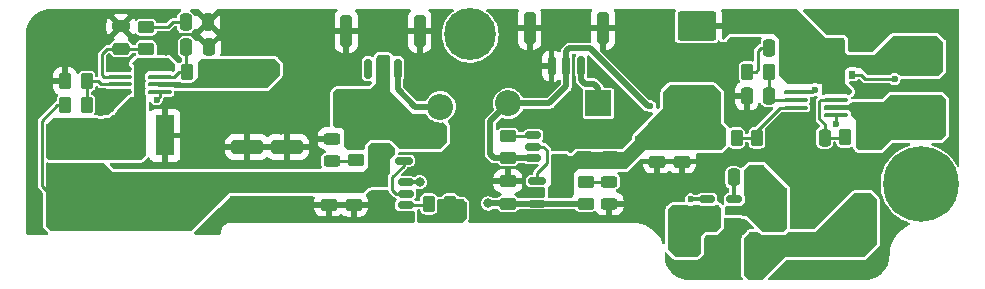
<source format=gtl>
G04 #@! TF.GenerationSoftware,KiCad,Pcbnew,8.0.0*
G04 #@! TF.CreationDate,2024-10-21T16:28:35+02:00*
G04 #@! TF.ProjectId,BatteryBridge,42617474-6572-4794-9272-696467652e6b,rev?*
G04 #@! TF.SameCoordinates,Original*
G04 #@! TF.FileFunction,Copper,L1,Top*
G04 #@! TF.FilePolarity,Positive*
%FSLAX46Y46*%
G04 Gerber Fmt 4.6, Leading zero omitted, Abs format (unit mm)*
G04 Created by KiCad (PCBNEW 8.0.0) date 2024-10-21 16:28:35*
%MOMM*%
%LPD*%
G01*
G04 APERTURE LIST*
G04 Aperture macros list*
%AMRoundRect*
0 Rectangle with rounded corners*
0 $1 Rounding radius*
0 $2 $3 $4 $5 $6 $7 $8 $9 X,Y pos of 4 corners*
0 Add a 4 corners polygon primitive as box body*
4,1,4,$2,$3,$4,$5,$6,$7,$8,$9,$2,$3,0*
0 Add four circle primitives for the rounded corners*
1,1,$1+$1,$2,$3*
1,1,$1+$1,$4,$5*
1,1,$1+$1,$6,$7*
1,1,$1+$1,$8,$9*
0 Add four rect primitives between the rounded corners*
20,1,$1+$1,$2,$3,$4,$5,0*
20,1,$1+$1,$4,$5,$6,$7,0*
20,1,$1+$1,$6,$7,$8,$9,0*
20,1,$1+$1,$8,$9,$2,$3,0*%
G04 Aperture macros list end*
G04 #@! TA.AperFunction,SMDPad,CuDef*
%ADD10RoundRect,0.250000X-0.475000X0.250000X-0.475000X-0.250000X0.475000X-0.250000X0.475000X0.250000X0*%
G04 #@! TD*
G04 #@! TA.AperFunction,SMDPad,CuDef*
%ADD11RoundRect,0.150000X-0.512500X-0.150000X0.512500X-0.150000X0.512500X0.150000X-0.512500X0.150000X0*%
G04 #@! TD*
G04 #@! TA.AperFunction,SMDPad,CuDef*
%ADD12R,1.600000X3.500000*%
G04 #@! TD*
G04 #@! TA.AperFunction,SMDPad,CuDef*
%ADD13RoundRect,0.250000X0.475000X-0.250000X0.475000X0.250000X-0.475000X0.250000X-0.475000X-0.250000X0*%
G04 #@! TD*
G04 #@! TA.AperFunction,SMDPad,CuDef*
%ADD14RoundRect,0.250000X0.250000X0.475000X-0.250000X0.475000X-0.250000X-0.475000X0.250000X-0.475000X0*%
G04 #@! TD*
G04 #@! TA.AperFunction,SMDPad,CuDef*
%ADD15RoundRect,0.250000X0.262500X0.450000X-0.262500X0.450000X-0.262500X-0.450000X0.262500X-0.450000X0*%
G04 #@! TD*
G04 #@! TA.AperFunction,SMDPad,CuDef*
%ADD16RoundRect,0.250000X-0.450000X0.262500X-0.450000X-0.262500X0.450000X-0.262500X0.450000X0.262500X0*%
G04 #@! TD*
G04 #@! TA.AperFunction,SMDPad,CuDef*
%ADD17RoundRect,0.250000X-0.262500X-0.450000X0.262500X-0.450000X0.262500X0.450000X-0.262500X0.450000X0*%
G04 #@! TD*
G04 #@! TA.AperFunction,SMDPad,CuDef*
%ADD18RoundRect,0.243750X-0.456250X0.243750X-0.456250X-0.243750X0.456250X-0.243750X0.456250X0.243750X0*%
G04 #@! TD*
G04 #@! TA.AperFunction,SMDPad,CuDef*
%ADD19RoundRect,0.100000X-0.900000X-0.100000X0.900000X-0.100000X0.900000X0.100000X-0.900000X0.100000X0*%
G04 #@! TD*
G04 #@! TA.AperFunction,SMDPad,CuDef*
%ADD20RoundRect,0.250000X1.400000X1.000000X-1.400000X1.000000X-1.400000X-1.000000X1.400000X-1.000000X0*%
G04 #@! TD*
G04 #@! TA.AperFunction,SMDPad,CuDef*
%ADD21R,0.510000X0.700000*%
G04 #@! TD*
G04 #@! TA.AperFunction,SMDPad,CuDef*
%ADD22RoundRect,0.250000X1.100000X-0.325000X1.100000X0.325000X-1.100000X0.325000X-1.100000X-0.325000X0*%
G04 #@! TD*
G04 #@! TA.AperFunction,SMDPad,CuDef*
%ADD23RoundRect,0.250000X-0.250000X-0.475000X0.250000X-0.475000X0.250000X0.475000X-0.250000X0.475000X0*%
G04 #@! TD*
G04 #@! TA.AperFunction,SMDPad,CuDef*
%ADD24RoundRect,0.150000X0.150000X0.700000X-0.150000X0.700000X-0.150000X-0.700000X0.150000X-0.700000X0*%
G04 #@! TD*
G04 #@! TA.AperFunction,SMDPad,CuDef*
%ADD25RoundRect,0.250000X0.250000X1.100000X-0.250000X1.100000X-0.250000X-1.100000X0.250000X-1.100000X0*%
G04 #@! TD*
G04 #@! TA.AperFunction,ComponentPad*
%ADD26C,2.600000*%
G04 #@! TD*
G04 #@! TA.AperFunction,ConnectorPad*
%ADD27C,4.400000*%
G04 #@! TD*
G04 #@! TA.AperFunction,SMDPad,CuDef*
%ADD28RoundRect,0.150000X-0.587500X-0.150000X0.587500X-0.150000X0.587500X0.150000X-0.587500X0.150000X0*%
G04 #@! TD*
G04 #@! TA.AperFunction,SMDPad,CuDef*
%ADD29RoundRect,0.250000X0.450000X-0.262500X0.450000X0.262500X-0.450000X0.262500X-0.450000X-0.262500X0*%
G04 #@! TD*
G04 #@! TA.AperFunction,SMDPad,CuDef*
%ADD30RoundRect,0.150000X0.512500X0.150000X-0.512500X0.150000X-0.512500X-0.150000X0.512500X-0.150000X0*%
G04 #@! TD*
G04 #@! TA.AperFunction,SMDPad,CuDef*
%ADD31RoundRect,0.300000X-0.300000X1.000000X-0.300000X-1.000000X0.300000X-1.000000X0.300000X1.000000X0*%
G04 #@! TD*
G04 #@! TA.AperFunction,ComponentPad*
%ADD32C,0.800000*%
G04 #@! TD*
G04 #@! TA.AperFunction,ComponentPad*
%ADD33C,6.400000*%
G04 #@! TD*
G04 #@! TA.AperFunction,SMDPad,CuDef*
%ADD34RoundRect,0.737500X-1.012500X-0.737500X1.012500X-0.737500X1.012500X0.737500X-1.012500X0.737500X0*%
G04 #@! TD*
G04 #@! TA.AperFunction,ComponentPad*
%ADD35R,2.200000X2.200000*%
G04 #@! TD*
G04 #@! TA.AperFunction,ComponentPad*
%ADD36O,2.200000X2.200000*%
G04 #@! TD*
G04 #@! TA.AperFunction,SMDPad,CuDef*
%ADD37RoundRect,0.150000X0.587500X0.150000X-0.587500X0.150000X-0.587500X-0.150000X0.587500X-0.150000X0*%
G04 #@! TD*
G04 #@! TA.AperFunction,SMDPad,CuDef*
%ADD38R,1.390000X1.400000*%
G04 #@! TD*
G04 #@! TA.AperFunction,SMDPad,CuDef*
%ADD39R,3.360000X4.860000*%
G04 #@! TD*
G04 #@! TA.AperFunction,SMDPad,CuDef*
%ADD40RoundRect,0.243750X0.456250X-0.243750X0.456250X0.243750X-0.456250X0.243750X-0.456250X-0.243750X0*%
G04 #@! TD*
G04 #@! TA.AperFunction,ViaPad*
%ADD41C,0.600000*%
G04 #@! TD*
G04 #@! TA.AperFunction,ViaPad*
%ADD42C,0.800000*%
G04 #@! TD*
G04 #@! TA.AperFunction,Conductor*
%ADD43C,0.508000*%
G04 #@! TD*
G04 #@! TA.AperFunction,Conductor*
%ADD44C,0.250000*%
G04 #@! TD*
G04 #@! TA.AperFunction,Conductor*
%ADD45C,0.350000*%
G04 #@! TD*
G04 APERTURE END LIST*
D10*
X125867200Y-88900000D03*
X125867200Y-90800000D03*
X121884400Y-88550000D03*
X121884400Y-90450000D03*
D11*
X102287500Y-92565000D03*
X102287500Y-93515000D03*
X102287500Y-94465000D03*
X104562500Y-94465000D03*
X104562500Y-93515000D03*
X104562500Y-92565000D03*
D12*
X84200000Y-94195200D03*
X84200000Y-88595200D03*
D13*
X98042500Y-94445000D03*
X98042500Y-92545000D03*
D14*
X140042400Y-88775400D03*
X138142400Y-88775400D03*
D15*
X77562500Y-86050000D03*
X75737500Y-86050000D03*
D16*
X100350000Y-88862500D03*
X100350000Y-90687500D03*
X82600000Y-79437500D03*
X82600000Y-81262500D03*
D15*
X108354500Y-94386400D03*
X106529500Y-94386400D03*
D17*
X133487500Y-83200000D03*
X135312500Y-83200000D03*
D18*
X98320000Y-88857500D03*
X98320000Y-90732500D03*
D14*
X130568000Y-97827200D03*
X128668000Y-97827200D03*
D13*
X143450000Y-86850000D03*
X143450000Y-84950000D03*
X100172500Y-94455000D03*
X100172500Y-92555000D03*
D17*
X75737500Y-84000000D03*
X77562500Y-84000000D03*
D19*
X137600800Y-84928000D03*
X137600800Y-85568000D03*
X137600800Y-86228000D03*
X137600800Y-86868000D03*
X141020800Y-86868000D03*
X141020800Y-86228000D03*
X141020800Y-85568000D03*
X141020800Y-84928000D03*
D10*
X106760000Y-88775000D03*
X106760000Y-90675000D03*
D13*
X113231900Y-94358100D03*
X113231900Y-92458100D03*
D20*
X129200000Y-86150000D03*
X129200000Y-79350000D03*
D21*
X140494400Y-83433000D03*
X141444400Y-83433000D03*
X142394400Y-83433000D03*
X142394400Y-81113000D03*
X141444400Y-81113000D03*
X140494400Y-81113000D03*
D22*
X91150000Y-92525000D03*
X91150000Y-89575000D03*
D23*
X86000000Y-81100000D03*
X87900000Y-81100000D03*
D15*
X136142100Y-88798400D03*
X134317100Y-88798400D03*
D24*
X119420000Y-82710000D03*
X118170000Y-82710000D03*
X116920000Y-82710000D03*
D25*
X121270000Y-79510000D03*
X115070000Y-79510000D03*
D26*
X110030000Y-80030000D03*
D27*
X110030000Y-80030000D03*
D23*
X132260000Y-99918000D03*
X134160000Y-99918000D03*
D14*
X135350000Y-81150000D03*
X133450000Y-81150000D03*
D22*
X94550000Y-92525000D03*
X94550000Y-89575000D03*
D24*
X103900000Y-82930000D03*
X102650000Y-82930000D03*
X101400000Y-82930000D03*
D25*
X105750000Y-79730000D03*
X99550000Y-79730000D03*
D10*
X119700000Y-88550000D03*
X119700000Y-90450000D03*
D15*
X132588000Y-88798400D03*
X130763000Y-88798400D03*
D23*
X132290000Y-97878000D03*
X134190000Y-97878000D03*
D14*
X134250000Y-92145600D03*
X132350000Y-92145600D03*
D19*
X80349200Y-82976800D03*
X80349200Y-83616800D03*
X80349200Y-84276800D03*
X80349200Y-84916800D03*
X83769200Y-84916800D03*
X83769200Y-84276800D03*
X83769200Y-83616800D03*
X83769200Y-82976800D03*
D28*
X115698000Y-92458100D03*
X115698000Y-94358100D03*
X117573000Y-93408100D03*
D29*
X119800000Y-94362500D03*
X119800000Y-92537500D03*
D30*
X117651500Y-90482100D03*
X117651500Y-89532100D03*
X117651500Y-88582100D03*
X115376500Y-88582100D03*
X115376500Y-89532100D03*
X115376500Y-90482100D03*
D23*
X85950000Y-79000000D03*
X87850000Y-79000000D03*
D31*
X136000000Y-95150000D03*
X143300000Y-95150000D03*
D14*
X135350000Y-85250000D03*
X133450000Y-85250000D03*
D32*
X145783600Y-92710000D03*
X146486544Y-91012944D03*
X146486544Y-94407056D03*
X148183600Y-90310000D03*
D33*
X148183600Y-92710000D03*
D32*
X148183600Y-95110000D03*
X149880656Y-91012944D03*
X149880656Y-94407056D03*
X150583600Y-92710000D03*
D13*
X80466400Y-81250000D03*
X80466400Y-79350000D03*
D11*
X130105300Y-93990500D03*
X130105300Y-94940500D03*
X130105300Y-95890500D03*
X132380300Y-95890500D03*
X132380300Y-94940500D03*
X132380300Y-93990500D03*
D17*
X141749200Y-88724600D03*
X143574200Y-88724600D03*
D34*
X148031200Y-87274400D03*
X148031200Y-81824400D03*
D35*
X99890000Y-86150000D03*
D36*
X107510000Y-86150000D03*
D35*
X120897100Y-85874500D03*
D36*
X113277100Y-85874500D03*
D29*
X113231900Y-90459800D03*
X113231900Y-88634800D03*
D37*
X104387500Y-90725000D03*
X104387500Y-88825000D03*
X102512500Y-89775000D03*
D17*
X86037500Y-83200000D03*
X87862500Y-83200000D03*
D38*
X77400000Y-89550000D03*
X75560000Y-89550000D03*
D39*
X76480000Y-93532000D03*
D10*
X127950000Y-88900000D03*
X127950000Y-90800000D03*
D40*
X121817500Y-94367500D03*
X121817500Y-92492500D03*
D41*
X125300000Y-86100000D03*
X118550000Y-87000000D03*
X129100000Y-82400000D03*
X146800000Y-79650000D03*
D42*
X75565000Y-79375000D03*
X133959600Y-87274400D03*
X145440400Y-96621600D03*
X124460000Y-95250000D03*
X130200400Y-91135200D03*
X137795000Y-93980000D03*
X94615000Y-79375000D03*
X139700000Y-93980000D03*
X86360000Y-85725000D03*
D41*
X79600000Y-82250000D03*
D42*
X133553200Y-90373200D03*
X150495000Y-84455000D03*
D41*
X78750000Y-86650000D03*
D42*
X107950000Y-83185000D03*
X84300000Y-81400000D03*
X114935000Y-83185000D03*
X137160000Y-91440000D03*
D41*
X79600000Y-86350000D03*
D42*
X116840000Y-79375000D03*
X147955000Y-84455000D03*
X75565000Y-81280000D03*
D41*
X140716000Y-79756000D03*
D42*
X95885000Y-94615000D03*
D41*
X80450000Y-82250000D03*
D42*
X93345000Y-94615000D03*
X77470000Y-81280000D03*
X110185200Y-92964000D03*
X73660000Y-81280000D03*
X96520000Y-79375000D03*
D41*
X111506000Y-95656400D03*
D42*
X140335000Y-100330000D03*
D41*
X144780000Y-79756000D03*
D42*
X110185200Y-89001600D03*
D41*
X144780000Y-78232000D03*
X129850000Y-99850000D03*
X130200000Y-81350000D03*
D42*
X84300000Y-80250000D03*
X123240800Y-78638400D03*
D41*
X127850000Y-99850000D03*
D42*
X150825200Y-89357200D03*
X124917200Y-78638400D03*
D41*
X142748000Y-79756000D03*
X131200000Y-82400000D03*
X146812000Y-78232000D03*
D42*
X96520000Y-88138000D03*
D41*
X130200000Y-82400000D03*
X117600000Y-87350000D03*
D42*
X137160000Y-100330000D03*
D41*
X131200000Y-81350000D03*
D42*
X73660000Y-79375000D03*
D41*
X113588800Y-95656400D03*
D42*
X93980000Y-88138000D03*
D41*
X123250000Y-88250000D03*
D42*
X127635000Y-92710000D03*
D41*
X120192800Y-95605600D03*
D42*
X112395000Y-83185000D03*
X96520000Y-85725000D03*
X88900000Y-85725000D03*
X91440000Y-85725000D03*
D41*
X115925600Y-95656400D03*
D42*
X94615000Y-82550000D03*
X142875000Y-100330000D03*
X142240000Y-91440000D03*
D41*
X129100000Y-81350000D03*
D42*
X77470000Y-79375000D03*
X119380000Y-79375000D03*
X93980000Y-85725000D03*
X124460000Y-92710000D03*
D41*
X118008400Y-95656400D03*
D42*
X137769600Y-95910400D03*
D41*
X142748000Y-78232000D03*
D42*
X110185200Y-90881200D03*
X90805000Y-94615000D03*
X139700000Y-91440000D03*
X103505000Y-79375000D03*
D41*
X122326400Y-95605600D03*
D42*
X101600000Y-79375000D03*
X96520000Y-82550000D03*
D41*
X140716000Y-78232000D03*
D42*
X111550000Y-94350000D03*
D41*
X127500000Y-96200000D03*
X127450000Y-97650000D03*
X108915200Y-95554800D03*
X106426000Y-95605600D03*
X128500000Y-96200000D03*
X127550000Y-95100000D03*
X91694000Y-83820000D03*
X90424000Y-82804000D03*
X89154000Y-83820000D03*
X85240000Y-84300000D03*
X139230000Y-84720000D03*
X92900000Y-82804000D03*
X90424000Y-83820000D03*
X91694000Y-82804000D03*
X146050000Y-85550000D03*
X89154000Y-82804000D03*
X145250000Y-86150000D03*
X135350000Y-97950000D03*
X128700000Y-94000000D03*
X81788000Y-87884000D03*
X81788000Y-89916000D03*
X80518000Y-89916000D03*
X79248000Y-89916000D03*
X80518000Y-87884000D03*
X79248000Y-87884000D03*
X76350000Y-87650000D03*
X77150000Y-88200000D03*
X74750000Y-87650000D03*
X75550000Y-88200000D03*
X78050000Y-87700000D03*
X83480000Y-85550000D03*
X145970000Y-83830000D03*
X141000000Y-87600000D03*
D42*
X105765600Y-92557600D03*
D43*
X112082100Y-90482100D02*
X111750000Y-90150000D01*
X111750000Y-87401600D02*
X113277100Y-85874500D01*
X118400000Y-81200000D02*
X120150000Y-81200000D01*
X118170000Y-82710000D02*
X118170000Y-84430000D01*
X111750000Y-90150000D02*
X111750000Y-87401600D01*
X118170000Y-82710000D02*
X118170000Y-81430000D01*
X116725500Y-85874500D02*
X113277100Y-85874500D01*
X118170000Y-81430000D02*
X118400000Y-81200000D01*
X115376500Y-90482100D02*
X112082100Y-90482100D01*
X118170000Y-84430000D02*
X116725500Y-85874500D01*
X120150000Y-81200000D02*
X125050000Y-86100000D01*
X125050000Y-86100000D02*
X125300000Y-86100000D01*
X120500000Y-84200000D02*
X120897100Y-84597100D01*
X115698000Y-94358100D02*
X119465100Y-94358100D01*
X113223800Y-94350000D02*
X113231900Y-94358100D01*
X119420000Y-83870000D02*
X119750000Y-84200000D01*
X120897100Y-84597100D02*
X120897100Y-85874500D01*
X119420000Y-82710000D02*
X119420000Y-83870000D01*
X119750000Y-84200000D02*
X120500000Y-84200000D01*
X111550000Y-94350000D02*
X113223800Y-94350000D01*
X115698000Y-94358100D02*
X113231900Y-94358100D01*
X107510000Y-86150000D02*
X105350000Y-86150000D01*
X105350000Y-86150000D02*
X103900000Y-84700000D01*
X103900000Y-84700000D02*
X103900000Y-82930000D01*
D44*
X85950000Y-79000000D02*
X84850000Y-79000000D01*
X84850000Y-79000000D02*
X84412500Y-79437500D01*
X84412500Y-79437500D02*
X82600000Y-79437500D01*
X83792400Y-84300000D02*
X83769200Y-84276800D01*
X85240000Y-84300000D02*
X83792400Y-84300000D01*
D45*
X139230000Y-84720000D02*
X139020000Y-84930000D01*
X139020000Y-84930000D02*
X137602800Y-84930000D01*
D44*
X137602800Y-84930000D02*
X137600800Y-84928000D01*
X80349200Y-83616800D02*
X79016800Y-83616800D01*
X79300000Y-81250000D02*
X80466400Y-81250000D01*
X78850000Y-81700000D02*
X79300000Y-81250000D01*
X82562500Y-81250000D02*
X82600000Y-81212500D01*
X78850000Y-83450000D02*
X78850000Y-81700000D01*
X79016800Y-83616800D02*
X78850000Y-83450000D01*
X80466400Y-81250000D02*
X82562500Y-81250000D01*
D45*
X128709500Y-93990500D02*
X128700000Y-94000000D01*
X130105300Y-93990500D02*
X128709500Y-93990500D01*
X132350000Y-93960200D02*
X132380300Y-93990500D01*
X132350000Y-92145600D02*
X132350000Y-93960200D01*
D44*
X84983200Y-83616800D02*
X83769200Y-83616800D01*
X85400000Y-83200000D02*
X84983200Y-83616800D01*
X86000000Y-81100000D02*
X86000000Y-83162500D01*
X86037500Y-83200000D02*
X85400000Y-83200000D01*
X86000000Y-83162500D02*
X86037500Y-83200000D01*
X134200000Y-83200000D02*
X133487500Y-83200000D01*
X134400000Y-81400000D02*
X134400000Y-83000000D01*
X135350000Y-81150000D02*
X134650000Y-81150000D01*
X134650000Y-81150000D02*
X134400000Y-81400000D01*
X134400000Y-83000000D02*
X134200000Y-83200000D01*
X135312500Y-83200000D02*
X135312500Y-85212500D01*
X135312500Y-85212500D02*
X135350000Y-85250000D01*
X135668000Y-85568000D02*
X135350000Y-85250000D01*
X137600800Y-85568000D02*
X135668000Y-85568000D01*
X73750000Y-87350000D02*
X73750000Y-92850000D01*
X73750000Y-92850000D02*
X74432000Y-93532000D01*
X75737500Y-86050000D02*
X75050000Y-86050000D01*
X74432000Y-93532000D02*
X76480000Y-93532000D01*
X75050000Y-86050000D02*
X73750000Y-87350000D01*
X141698400Y-88775400D02*
X141749200Y-88724600D01*
X139600000Y-85700000D02*
X139600000Y-87200000D01*
X140042400Y-88775400D02*
X141698400Y-88775400D01*
X141020800Y-85568000D02*
X139732000Y-85568000D01*
X139600000Y-87200000D02*
X140042400Y-87642400D01*
X139732000Y-85568000D02*
X139600000Y-85700000D01*
X140042400Y-87642400D02*
X140042400Y-88775400D01*
X98320000Y-90732500D02*
X100305000Y-90732500D01*
X100305000Y-90732500D02*
X100350000Y-90687500D01*
X119800000Y-92537500D02*
X121772500Y-92537500D01*
X121772500Y-92537500D02*
X121817500Y-92492500D01*
X83480000Y-85550000D02*
X83769200Y-85260800D01*
X83769200Y-85260800D02*
X83769200Y-84916800D01*
X141020800Y-87579200D02*
X141000000Y-87600000D01*
X145970000Y-83830000D02*
X145950000Y-83850000D01*
X141020800Y-86868000D02*
X141020800Y-87579200D01*
X143500000Y-83850000D02*
X143083000Y-83433000D01*
X143083000Y-83433000D02*
X142394400Y-83433000D01*
X145950000Y-83850000D02*
X143500000Y-83850000D01*
X103450000Y-92125000D02*
X104387500Y-91187500D01*
X104387500Y-91187500D02*
X104387500Y-90725000D01*
X103450000Y-93175000D02*
X103450000Y-92125000D01*
X104562500Y-93515000D02*
X103790000Y-93515000D01*
X103790000Y-93515000D02*
X103450000Y-93175000D01*
X116500000Y-89800000D02*
X116500000Y-90950000D01*
X115376500Y-89532100D02*
X116232100Y-89532100D01*
X116232100Y-89532100D02*
X116500000Y-89800000D01*
X116500000Y-90950000D02*
X115698000Y-91752000D01*
X115698000Y-91752000D02*
X115698000Y-92458100D01*
X77562500Y-84000000D02*
X77562500Y-86050000D01*
X78500000Y-84000000D02*
X77562500Y-84000000D01*
X78776800Y-84276800D02*
X78500000Y-84000000D01*
X80349200Y-84276800D02*
X78776800Y-84276800D01*
X136272000Y-86228000D02*
X134317100Y-88182900D01*
X137600800Y-86228000D02*
X136272000Y-86228000D01*
X134317100Y-88798400D02*
X132588000Y-88798400D01*
X134317100Y-88182900D02*
X134317100Y-88798400D01*
X106529500Y-94488000D02*
X104585500Y-94488000D01*
X104585500Y-94488000D02*
X104562500Y-94465000D01*
X115323800Y-88634800D02*
X115376500Y-88582100D01*
X113231900Y-88634800D02*
X115323800Y-88634800D01*
D45*
X104562500Y-92565000D02*
X105758200Y-92565000D01*
X105758200Y-92565000D02*
X105765600Y-92557600D01*
G04 #@! TA.AperFunction,Conductor*
G36*
X74258936Y-90874466D02*
G01*
X74262337Y-90875464D01*
X74262338Y-90875465D01*
X74329377Y-90895150D01*
X74329381Y-90895150D01*
X74329383Y-90895151D01*
X74341014Y-90896823D01*
X74401362Y-90905500D01*
X74401363Y-90905500D01*
X78904138Y-90905500D01*
X78971177Y-90925185D01*
X78991819Y-90941819D01*
X79700000Y-91650000D01*
X97050000Y-91650000D01*
X96750000Y-91950000D01*
X96750000Y-93200000D01*
X97050000Y-93500000D01*
X89599999Y-93500000D01*
X86486319Y-96613681D01*
X86424996Y-96647166D01*
X86398638Y-96650000D01*
X74551362Y-96650000D01*
X74484323Y-96630315D01*
X74463681Y-96613681D01*
X74136319Y-96286319D01*
X74102834Y-96224996D01*
X74100000Y-96198638D01*
X74100000Y-90993443D01*
X74119685Y-90926404D01*
X74172489Y-90880649D01*
X74241647Y-90870705D01*
X74258936Y-90874466D01*
G37*
G04 #@! TD.AperFunction*
G04 #@! TA.AperFunction,Conductor*
G36*
X84217668Y-82050500D02*
G01*
X84221015Y-82050500D01*
X84382332Y-82050500D01*
X84390604Y-82050000D01*
X84448638Y-82050000D01*
X84515677Y-82069685D01*
X84536319Y-82086319D01*
X85013681Y-82563681D01*
X85047166Y-82625004D01*
X85050000Y-82651362D01*
X85050000Y-82967600D01*
X85030315Y-83034639D01*
X85013681Y-83055282D01*
X84915233Y-83153729D01*
X84853909Y-83187213D01*
X84784218Y-83182229D01*
X84773099Y-83177451D01*
X84770596Y-83176227D01*
X84770592Y-83176226D01*
X84702461Y-83166300D01*
X84702460Y-83166300D01*
X82835940Y-83166300D01*
X82835939Y-83166300D01*
X82767808Y-83176226D01*
X82662714Y-83227603D01*
X82580003Y-83310314D01*
X82528626Y-83415408D01*
X82518700Y-83483539D01*
X82518700Y-83750060D01*
X82528626Y-83818190D01*
X82528626Y-83818191D01*
X82528627Y-83818193D01*
X82537400Y-83836140D01*
X82550000Y-83890599D01*
X82550000Y-84002999D01*
X82537402Y-84057456D01*
X82528628Y-84075404D01*
X82528625Y-84075411D01*
X82518700Y-84143539D01*
X82518700Y-84410060D01*
X82528626Y-84478190D01*
X82528626Y-84478191D01*
X82528627Y-84478193D01*
X82537400Y-84496140D01*
X82550000Y-84550599D01*
X82550000Y-84642999D01*
X82537402Y-84697456D01*
X82528628Y-84715404D01*
X82528625Y-84715411D01*
X82518700Y-84783539D01*
X82518700Y-85050060D01*
X82528626Y-85118190D01*
X82528626Y-85118191D01*
X82528627Y-85118193D01*
X82537400Y-85136140D01*
X82550000Y-85190599D01*
X82550000Y-90248638D01*
X82530315Y-90315677D01*
X82513681Y-90336319D01*
X82236319Y-90613681D01*
X82174996Y-90647166D01*
X82148638Y-90650000D01*
X78700000Y-90650000D01*
X78550000Y-90500000D01*
X78550000Y-87163013D01*
X78606291Y-87186330D01*
X78733280Y-87203048D01*
X78749999Y-87205250D01*
X78750000Y-87205250D01*
X78750001Y-87205250D01*
X78764977Y-87203278D01*
X78893709Y-87186330D01*
X78958631Y-87159439D01*
X79006083Y-87150000D01*
X79450000Y-87150000D01*
X79679353Y-86920646D01*
X79736175Y-86889619D01*
X79735858Y-86888434D01*
X79743705Y-86886330D01*
X79743709Y-86886330D01*
X79877625Y-86830861D01*
X79992621Y-86742621D01*
X80080861Y-86627625D01*
X80136330Y-86493709D01*
X80136330Y-86493705D01*
X80138434Y-86485858D01*
X80141645Y-86486718D01*
X80163636Y-86436974D01*
X80170626Y-86429373D01*
X81196381Y-85403619D01*
X81257704Y-85370134D01*
X81278003Y-85367951D01*
X81277980Y-85367625D01*
X81282459Y-85367300D01*
X81282460Y-85367300D01*
X81350593Y-85357373D01*
X81455683Y-85305998D01*
X81538398Y-85223283D01*
X81589773Y-85118193D01*
X81599700Y-85050060D01*
X81599700Y-84783540D01*
X81589773Y-84715407D01*
X81558413Y-84651260D01*
X81546654Y-84582388D01*
X81558414Y-84542339D01*
X81580152Y-84497873D01*
X81589773Y-84478193D01*
X81599700Y-84410060D01*
X81599700Y-84143540D01*
X81589773Y-84075407D01*
X81553524Y-84001259D01*
X81541765Y-83932388D01*
X81553525Y-83892339D01*
X81581001Y-83836137D01*
X81589773Y-83818193D01*
X81599700Y-83750060D01*
X81599700Y-83483540D01*
X81589773Y-83415407D01*
X81558413Y-83351260D01*
X81546654Y-83282388D01*
X81558414Y-83242339D01*
X81565618Y-83227603D01*
X81589773Y-83178193D01*
X81599700Y-83110060D01*
X81599700Y-82843540D01*
X81589773Y-82775407D01*
X81538398Y-82670317D01*
X81538396Y-82670315D01*
X81538396Y-82670314D01*
X81448418Y-82580336D01*
X81450865Y-82577888D01*
X81418929Y-82537144D01*
X81412398Y-82467580D01*
X81444514Y-82405528D01*
X81446394Y-82403605D01*
X81763681Y-82086319D01*
X81825004Y-82052834D01*
X81851362Y-82050000D01*
X84209396Y-82050000D01*
X84217668Y-82050500D01*
G37*
G04 #@! TD.AperFunction*
G04 #@! TA.AperFunction,Conductor*
G36*
X103265677Y-89269685D02*
G01*
X103286319Y-89286319D01*
X103663681Y-89663681D01*
X103697166Y-89725004D01*
X103700000Y-89751362D01*
X103700000Y-90048638D01*
X103680315Y-90115677D01*
X103663681Y-90136319D01*
X103250000Y-90549999D01*
X103250000Y-91742601D01*
X103230315Y-91809640D01*
X103213681Y-91830282D01*
X103149526Y-91894436D01*
X103100091Y-91980059D01*
X103100091Y-91980060D01*
X103100090Y-91980062D01*
X103074500Y-92075565D01*
X103074500Y-92075567D01*
X103074500Y-92824136D01*
X103054815Y-92891175D01*
X103038181Y-92911817D01*
X103009121Y-92940877D01*
X102947798Y-92974362D01*
X102902042Y-92975669D01*
X102831524Y-92964500D01*
X101743482Y-92964500D01*
X101649695Y-92979354D01*
X101635701Y-92986485D01*
X101579407Y-93000000D01*
X101449999Y-93000000D01*
X100986319Y-93463681D01*
X100924996Y-93497166D01*
X100898638Y-93500000D01*
X97050000Y-93500000D01*
X96750000Y-93200000D01*
X96750000Y-91950000D01*
X97050000Y-91650000D01*
X100950000Y-91650000D01*
X101350000Y-91250000D01*
X101350000Y-89551362D01*
X101369685Y-89484323D01*
X101386319Y-89463681D01*
X101563681Y-89286319D01*
X101625004Y-89252834D01*
X101651362Y-89250000D01*
X103198638Y-89250000D01*
X103265677Y-89269685D01*
G37*
G04 #@! TD.AperFunction*
G04 #@! TA.AperFunction,Conductor*
G36*
X131663681Y-87963681D02*
G01*
X131697166Y-88025004D01*
X131700000Y-88051362D01*
X131700000Y-89348638D01*
X131680315Y-89415677D01*
X131663681Y-89436319D01*
X131286319Y-89813681D01*
X131224996Y-89847166D01*
X131198638Y-89850000D01*
X124849999Y-89850000D01*
X123336319Y-91363681D01*
X123274996Y-91397166D01*
X123248638Y-91400000D01*
X119149999Y-91400000D01*
X118800000Y-91749999D01*
X118800000Y-93598638D01*
X118780315Y-93665677D01*
X118763681Y-93686319D01*
X118632719Y-93817281D01*
X118571396Y-93850766D01*
X118545038Y-93853600D01*
X116724000Y-93853600D01*
X116656961Y-93833915D01*
X116611206Y-93781111D01*
X116600000Y-93729600D01*
X116600000Y-93051362D01*
X116619685Y-92984323D01*
X116636319Y-92963681D01*
X116850000Y-92750000D01*
X116850000Y-91110927D01*
X116854225Y-91078834D01*
X116875500Y-90999435D01*
X116875500Y-90322844D01*
X116895185Y-90255805D01*
X116947989Y-90210050D01*
X116997732Y-90198857D01*
X117049444Y-90198119D01*
X117058864Y-90197985D01*
X117117951Y-90188627D01*
X117137348Y-90187100D01*
X118165656Y-90187100D01*
X118185054Y-90188627D01*
X118189966Y-90189405D01*
X118226848Y-90201386D01*
X118230668Y-90203331D01*
X118232778Y-90204407D01*
X118264178Y-90227217D01*
X118299522Y-90262561D01*
X118312151Y-90277346D01*
X118314561Y-90280663D01*
X118314563Y-90280665D01*
X118314564Y-90280666D01*
X118397454Y-90336051D01*
X118397456Y-90336051D01*
X118397458Y-90336052D01*
X118495225Y-90355499D01*
X118495228Y-90355500D01*
X118495230Y-90355500D01*
X118550002Y-90355500D01*
X118550003Y-90355499D01*
X118647776Y-90336051D01*
X118730666Y-90280666D01*
X118979817Y-90031513D01*
X119041136Y-89998031D01*
X119045466Y-89997169D01*
X119088586Y-89989391D01*
X119141975Y-89969477D01*
X119159832Y-89962818D01*
X119203165Y-89955000D01*
X120196832Y-89955000D01*
X120240165Y-89962818D01*
X120311411Y-89989391D01*
X120400699Y-90005500D01*
X120400705Y-90005500D01*
X121183693Y-90005500D01*
X121183699Y-90005500D01*
X121272986Y-89989391D01*
X121308550Y-89976126D01*
X121344232Y-89962818D01*
X121387565Y-89955000D01*
X122381232Y-89955000D01*
X122424565Y-89962818D01*
X122495811Y-89989391D01*
X122585099Y-90005500D01*
X122585105Y-90005500D01*
X122900002Y-90005500D01*
X122900003Y-90005499D01*
X122997776Y-89986051D01*
X123080666Y-89930666D01*
X123930666Y-89080666D01*
X123986051Y-88997776D01*
X124005500Y-88900000D01*
X124005500Y-88695862D01*
X124025185Y-88628823D01*
X124041819Y-88608181D01*
X125050000Y-87600000D01*
X131300000Y-87600000D01*
X131663681Y-87963681D01*
G37*
G04 #@! TD.AperFunction*
G04 #@! TA.AperFunction,Conductor*
G36*
X149965677Y-85169685D02*
G01*
X149986319Y-85186319D01*
X150313681Y-85513681D01*
X150347166Y-85575004D01*
X150350000Y-85601362D01*
X150350000Y-88498638D01*
X150330315Y-88565677D01*
X150313681Y-88586319D01*
X149986319Y-88913681D01*
X149924996Y-88947166D01*
X149898638Y-88950000D01*
X145699999Y-88950000D01*
X144836319Y-89813681D01*
X144774996Y-89847166D01*
X144748638Y-89850000D01*
X143001362Y-89850000D01*
X142934323Y-89830315D01*
X142913681Y-89813681D01*
X142698019Y-89598019D01*
X142664534Y-89536696D01*
X142661700Y-89510338D01*
X142661700Y-87311700D01*
X142307619Y-86957619D01*
X142274134Y-86896296D01*
X142271300Y-86869938D01*
X142271300Y-86734739D01*
X142261373Y-86666608D01*
X142261373Y-86666607D01*
X142209998Y-86561517D01*
X142209996Y-86561515D01*
X142209996Y-86561514D01*
X142127285Y-86478803D01*
X142022191Y-86427426D01*
X141954061Y-86417500D01*
X141954060Y-86417500D01*
X140099500Y-86417500D01*
X140032461Y-86397815D01*
X139986706Y-86345011D01*
X139975500Y-86293500D01*
X139975500Y-86142500D01*
X139995185Y-86075461D01*
X140047989Y-86029706D01*
X140099500Y-86018500D01*
X141954061Y-86018500D01*
X141976771Y-86015191D01*
X142022193Y-86008573D01*
X142127283Y-85957198D01*
X142209998Y-85874483D01*
X142212414Y-85869541D01*
X142259541Y-85817958D01*
X142323815Y-85800000D01*
X144950000Y-85800000D01*
X145563681Y-85186319D01*
X145625004Y-85152834D01*
X145651362Y-85150000D01*
X149898638Y-85150000D01*
X149965677Y-85169685D01*
G37*
G04 #@! TD.AperFunction*
G04 #@! TA.AperFunction,Conductor*
G36*
X142313681Y-84713681D02*
G01*
X142347166Y-84775004D01*
X142350000Y-84801362D01*
X142350000Y-84898637D01*
X142330315Y-84965676D01*
X142313681Y-84986319D01*
X142185798Y-85114201D01*
X142124475Y-85147685D01*
X142054783Y-85142701D01*
X142043658Y-85137920D01*
X142022193Y-85127426D01*
X141954061Y-85117500D01*
X141954060Y-85117500D01*
X140087540Y-85117500D01*
X140087539Y-85117500D01*
X140019407Y-85127426D01*
X140019406Y-85127426D01*
X139978459Y-85147444D01*
X139909585Y-85159202D01*
X139845289Y-85131858D01*
X139805982Y-85074093D01*
X139800000Y-85036043D01*
X139800000Y-84200000D01*
X141540000Y-84200000D01*
X141700000Y-84200000D01*
X141750000Y-84150000D01*
X142313681Y-84713681D01*
G37*
G04 #@! TD.AperFunction*
G04 #@! TA.AperFunction,Conductor*
G36*
X137690577Y-77894585D02*
G01*
X137711219Y-77911219D01*
X140150000Y-80350000D01*
X141500000Y-80350000D01*
X141750000Y-80600000D01*
X141750000Y-83990000D01*
X141540000Y-84200000D01*
X139437797Y-84200000D01*
X139390346Y-84190561D01*
X139373709Y-84183670D01*
X139301854Y-84174210D01*
X139230001Y-84164750D01*
X139229999Y-84164750D01*
X139111774Y-84180315D01*
X139086291Y-84183670D01*
X139069653Y-84190561D01*
X139022203Y-84200000D01*
X136901362Y-84200000D01*
X136834323Y-84180315D01*
X136813681Y-84163681D01*
X136236319Y-83586319D01*
X136202834Y-83524996D01*
X136200000Y-83498638D01*
X136200000Y-80410000D01*
X135790000Y-80000000D01*
X132000000Y-80000000D01*
X131999999Y-80000000D01*
X131561681Y-80438318D01*
X131500358Y-80471803D01*
X131430666Y-80466819D01*
X131374733Y-80424947D01*
X131350316Y-80359483D01*
X131350000Y-80350637D01*
X131350000Y-79600000D01*
X129074000Y-79600000D01*
X129006961Y-79580315D01*
X128961206Y-79527511D01*
X128950000Y-79476000D01*
X128950000Y-79224000D01*
X128969685Y-79156961D01*
X129022489Y-79111206D01*
X129074000Y-79100000D01*
X131349999Y-79100000D01*
X131349999Y-78300028D01*
X131349998Y-78300013D01*
X131339505Y-78197302D01*
X131286686Y-78037904D01*
X131284284Y-77968076D01*
X131320016Y-77908034D01*
X131382536Y-77876841D01*
X131404392Y-77874900D01*
X137623538Y-77874900D01*
X137690577Y-77894585D01*
G37*
G04 #@! TD.AperFunction*
G04 #@! TA.AperFunction,Conductor*
G36*
X103115677Y-81769685D02*
G01*
X103136319Y-81786319D01*
X103213681Y-81863681D01*
X103247166Y-81925004D01*
X103250000Y-81951362D01*
X103250000Y-84842000D01*
X105154000Y-86746000D01*
X106218811Y-86746000D01*
X106285850Y-86765685D01*
X106331194Y-86817598D01*
X106335963Y-86827827D01*
X106335967Y-86827834D01*
X106444281Y-86982521D01*
X106471505Y-87021401D01*
X106638599Y-87188495D01*
X106735384Y-87256265D01*
X106832165Y-87324032D01*
X106832167Y-87324033D01*
X106832170Y-87324035D01*
X107046337Y-87423903D01*
X107274592Y-87485063D01*
X107462918Y-87501539D01*
X107509999Y-87505659D01*
X107510000Y-87505659D01*
X107510001Y-87505659D01*
X107531943Y-87503739D01*
X107731628Y-87486268D01*
X107800126Y-87500034D01*
X107830115Y-87522115D01*
X108017681Y-87709681D01*
X108051166Y-87771004D01*
X108054000Y-87797362D01*
X108054000Y-89144638D01*
X108034315Y-89211677D01*
X108017681Y-89232319D01*
X107586319Y-89663681D01*
X107524996Y-89697166D01*
X107498638Y-89700000D01*
X104043034Y-89700000D01*
X103975995Y-89680315D01*
X103930240Y-89627511D01*
X103924699Y-89613051D01*
X103921413Y-89602556D01*
X103921409Y-89602548D01*
X103887931Y-89541238D01*
X103887926Y-89541230D01*
X103844350Y-89483019D01*
X103844349Y-89483018D01*
X103844347Y-89483015D01*
X103844342Y-89483010D01*
X103844334Y-89483001D01*
X103466998Y-89105666D01*
X103466997Y-89105665D01*
X103466985Y-89105653D01*
X103446635Y-89087374D01*
X103446629Y-89087369D01*
X103446620Y-89087361D01*
X103425999Y-89070744D01*
X103425996Y-89070742D01*
X103425993Y-89070740D01*
X103337662Y-89024535D01*
X103337659Y-89024534D01*
X103270624Y-89004850D01*
X103270616Y-89004848D01*
X103198639Y-88994500D01*
X103198638Y-88994500D01*
X101651362Y-88994500D01*
X101651361Y-88994500D01*
X101624065Y-88995963D01*
X101624060Y-88995963D01*
X101624048Y-88995964D01*
X101624040Y-88995964D01*
X101624011Y-88995967D01*
X101597689Y-88998797D01*
X101597687Y-88998798D01*
X101502558Y-89028586D01*
X101502548Y-89028590D01*
X101441238Y-89062068D01*
X101441230Y-89062073D01*
X101383019Y-89105649D01*
X101383001Y-89105665D01*
X101205667Y-89283000D01*
X101205638Y-89283031D01*
X101187361Y-89303379D01*
X101170744Y-89324000D01*
X101170740Y-89324005D01*
X101170740Y-89324007D01*
X101124535Y-89412338D01*
X101124534Y-89412340D01*
X101104850Y-89479375D01*
X101104848Y-89479383D01*
X101094500Y-89551360D01*
X101094500Y-89676000D01*
X101074815Y-89743039D01*
X101022011Y-89788794D01*
X100970500Y-89800000D01*
X99651362Y-89800000D01*
X99584323Y-89780315D01*
X99563681Y-89763681D01*
X99386319Y-89586319D01*
X99352834Y-89524996D01*
X99350000Y-89498638D01*
X99350000Y-88100000D01*
X99200000Y-87950000D01*
X98701362Y-87950000D01*
X98634323Y-87930315D01*
X98613681Y-87913681D01*
X98436319Y-87736319D01*
X98402834Y-87674996D01*
X98400000Y-87648638D01*
X98400000Y-85051362D01*
X98419685Y-84984323D01*
X98436319Y-84963681D01*
X98713681Y-84686319D01*
X98775004Y-84652834D01*
X98801362Y-84650000D01*
X101600000Y-84650000D01*
X102100000Y-84150000D01*
X102100000Y-82001362D01*
X102119685Y-81934323D01*
X102136319Y-81913681D01*
X102263681Y-81786319D01*
X102325004Y-81752834D01*
X102351362Y-81750000D01*
X103048638Y-81750000D01*
X103115677Y-81769685D01*
G37*
G04 #@! TD.AperFunction*
G04 #@! TA.AperFunction,Conductor*
G36*
X134915677Y-91119685D02*
G01*
X134936319Y-91136319D01*
X136813681Y-93013681D01*
X136847166Y-93075004D01*
X136850000Y-93101362D01*
X136850000Y-96448638D01*
X136830315Y-96515677D01*
X136813681Y-96536319D01*
X136586319Y-96763681D01*
X136524996Y-96797166D01*
X136498638Y-96800000D01*
X134901362Y-96800000D01*
X134834323Y-96780315D01*
X134813681Y-96763681D01*
X133500000Y-95450000D01*
X133220055Y-95450000D01*
X133153016Y-95430315D01*
X133132374Y-95413681D01*
X133131147Y-95412454D01*
X133131144Y-95412452D01*
X133131142Y-95412450D01*
X133054317Y-95373305D01*
X133018101Y-95354852D01*
X132924324Y-95340000D01*
X131836277Y-95340000D01*
X131836275Y-95340001D01*
X131815560Y-95343281D01*
X131746267Y-95334323D01*
X131708488Y-95308488D01*
X131636319Y-95236319D01*
X131602834Y-95174996D01*
X131600000Y-95148638D01*
X131600000Y-94751361D01*
X131619685Y-94684322D01*
X131636309Y-94663690D01*
X131724895Y-94575104D01*
X131786212Y-94541623D01*
X131831975Y-94540318D01*
X131836281Y-94541000D01*
X132924318Y-94540999D01*
X133018104Y-94526146D01*
X133042894Y-94513515D01*
X133099188Y-94500000D01*
X133100000Y-94500000D01*
X133250000Y-94350000D01*
X133250000Y-94349997D01*
X133250800Y-94348066D01*
X133263515Y-94295107D01*
X133267439Y-94287406D01*
X133278446Y-94265804D01*
X133278446Y-94265802D01*
X133278447Y-94265801D01*
X133293299Y-94172024D01*
X133293300Y-94172019D01*
X133293299Y-93808982D01*
X133278446Y-93715196D01*
X133278445Y-93715194D01*
X133278445Y-93715193D01*
X133263515Y-93685892D01*
X133250000Y-93629597D01*
X133250000Y-91551362D01*
X133269685Y-91484323D01*
X133286319Y-91463681D01*
X133613681Y-91136319D01*
X133675004Y-91102834D01*
X133701362Y-91100000D01*
X134848638Y-91100000D01*
X134915677Y-91119685D01*
G37*
G04 #@! TD.AperFunction*
G04 #@! TA.AperFunction,Conductor*
G36*
X128491369Y-94509439D02*
G01*
X128556291Y-94536330D01*
X128683280Y-94553048D01*
X128699999Y-94555250D01*
X128700000Y-94555250D01*
X128700001Y-94555250D01*
X128714977Y-94553278D01*
X128843709Y-94536330D01*
X128908631Y-94509439D01*
X128956083Y-94500000D01*
X129386412Y-94500000D01*
X129442705Y-94513514D01*
X129454816Y-94519685D01*
X129467498Y-94526147D01*
X129561275Y-94540999D01*
X129561281Y-94541000D01*
X130649318Y-94540999D01*
X130743104Y-94526146D01*
X130767894Y-94513515D01*
X130824188Y-94500000D01*
X130998638Y-94500000D01*
X131065677Y-94519685D01*
X131086319Y-94536319D01*
X131213681Y-94663681D01*
X131247166Y-94725004D01*
X131250000Y-94751362D01*
X131250000Y-96348638D01*
X131230315Y-96415677D01*
X131213681Y-96436319D01*
X130936319Y-96713681D01*
X130874996Y-96747166D01*
X130848638Y-96750000D01*
X129949999Y-96750000D01*
X129600000Y-97099999D01*
X129600000Y-98448638D01*
X129580315Y-98515677D01*
X129563681Y-98536319D01*
X129236319Y-98863681D01*
X129174996Y-98897166D01*
X129148638Y-98900000D01*
X127501362Y-98900000D01*
X127434323Y-98880315D01*
X127413681Y-98863681D01*
X126836319Y-98286319D01*
X126802834Y-98224996D01*
X126800000Y-98198638D01*
X126800000Y-94851362D01*
X126819685Y-94784323D01*
X126836319Y-94763681D01*
X127063681Y-94536319D01*
X127125004Y-94502834D01*
X127151362Y-94500000D01*
X128443917Y-94500000D01*
X128491369Y-94509439D01*
G37*
G04 #@! TD.AperFunction*
G04 #@! TA.AperFunction,Conductor*
G36*
X143965677Y-93469685D02*
G01*
X143986319Y-93486319D01*
X144413681Y-93913681D01*
X144447166Y-93975004D01*
X144450000Y-94001362D01*
X144450000Y-97798638D01*
X144430315Y-97865677D01*
X144413681Y-97886319D01*
X143486319Y-98813681D01*
X143424996Y-98847166D01*
X143398638Y-98850000D01*
X136699999Y-98850000D01*
X134752419Y-100797581D01*
X134691096Y-100831066D01*
X134664738Y-100833900D01*
X133685262Y-100833900D01*
X133618223Y-100814215D01*
X133597581Y-100797581D01*
X133286319Y-100486319D01*
X133252834Y-100424996D01*
X133250000Y-100398638D01*
X133250000Y-97251362D01*
X133269685Y-97184323D01*
X133286319Y-97163681D01*
X133613681Y-96836319D01*
X133675004Y-96802834D01*
X133701362Y-96800000D01*
X134437306Y-96800000D01*
X134504345Y-96819685D01*
X134524987Y-96836319D01*
X134633015Y-96944347D01*
X134653365Y-96962626D01*
X134653371Y-96962631D01*
X134653379Y-96962638D01*
X134674000Y-96979255D01*
X134674002Y-96979256D01*
X134674007Y-96979260D01*
X134762338Y-97025465D01*
X134829377Y-97045150D01*
X134829381Y-97045150D01*
X134829383Y-97045151D01*
X134831491Y-97045454D01*
X134901362Y-97055500D01*
X134901363Y-97055500D01*
X136498639Y-97055500D01*
X136500075Y-97055422D01*
X136525952Y-97054036D01*
X136552310Y-97051202D01*
X136647444Y-97021413D01*
X136708767Y-96987928D01*
X136766985Y-96944347D01*
X136875014Y-96836317D01*
X136936335Y-96802834D01*
X136962694Y-96800000D01*
X139250000Y-96800000D01*
X142563681Y-93486319D01*
X142625004Y-93452834D01*
X142651362Y-93450000D01*
X143898638Y-93450000D01*
X143965677Y-93469685D01*
G37*
G04 #@! TD.AperFunction*
G04 #@! TA.AperFunction,Conductor*
G36*
X119546600Y-86696600D02*
G01*
X119546600Y-86999178D01*
X119561132Y-87072235D01*
X119561133Y-87072239D01*
X119561134Y-87072240D01*
X119616499Y-87155101D01*
X119699360Y-87210466D01*
X119699364Y-87210467D01*
X119703006Y-87211191D01*
X119713223Y-87213223D01*
X119750000Y-87250000D01*
X123200000Y-87250000D01*
X123750000Y-87800000D01*
X123750000Y-88900000D01*
X122900000Y-89750000D01*
X122585099Y-89750000D01*
X122466882Y-89705908D01*
X122466883Y-89705908D01*
X122407283Y-89699501D01*
X122407281Y-89699500D01*
X122407273Y-89699500D01*
X122407264Y-89699500D01*
X121361529Y-89699500D01*
X121361523Y-89699501D01*
X121301916Y-89705908D01*
X121183699Y-89750000D01*
X120400699Y-89750000D01*
X120282482Y-89705908D01*
X120282483Y-89705908D01*
X120222883Y-89699501D01*
X120222881Y-89699500D01*
X120222873Y-89699500D01*
X120222864Y-89699500D01*
X119177129Y-89699500D01*
X119177123Y-89699501D01*
X119117516Y-89705908D01*
X118999299Y-89750000D01*
X118900000Y-89750000D01*
X118550000Y-90100000D01*
X118495230Y-90100000D01*
X118492050Y-90093758D01*
X118492048Y-90093756D01*
X118492045Y-90093752D01*
X118402347Y-90004054D01*
X118402344Y-90004052D01*
X118402342Y-90004050D01*
X118311315Y-89957669D01*
X118289301Y-89946452D01*
X118195524Y-89931600D01*
X117107481Y-89931600D01*
X117018896Y-89945630D01*
X116949603Y-89936674D01*
X116896151Y-89891676D01*
X116875513Y-89824925D01*
X116875500Y-89823156D01*
X116875500Y-89750566D01*
X116875500Y-89750565D01*
X116875500Y-89750564D01*
X116849911Y-89655063D01*
X116800475Y-89569437D01*
X116700000Y-89468962D01*
X116700000Y-87150000D01*
X117700000Y-86150000D01*
X119000000Y-86150000D01*
X119546600Y-86696600D01*
G37*
G04 #@! TD.AperFunction*
G04 #@! TA.AperFunction,Conductor*
G36*
X130615677Y-84319685D02*
G01*
X130636319Y-84336319D01*
X131263681Y-84963681D01*
X131297166Y-85025004D01*
X131300000Y-85051362D01*
X131300000Y-87600000D01*
X125050000Y-87600000D01*
X126400000Y-86250000D01*
X126400000Y-84901362D01*
X126419685Y-84834323D01*
X126436319Y-84813681D01*
X126913681Y-84336319D01*
X126975004Y-84302834D01*
X127001362Y-84300000D01*
X130548638Y-84300000D01*
X130615677Y-84319685D01*
G37*
G04 #@! TD.AperFunction*
G04 #@! TA.AperFunction,Conductor*
G36*
X141750000Y-84150000D02*
G01*
X141700000Y-84200000D01*
X141540000Y-84200000D01*
X141750000Y-83990000D01*
X141750000Y-84150000D01*
G37*
G04 #@! TD.AperFunction*
G04 #@! TA.AperFunction,Conductor*
G36*
X146591369Y-80159439D02*
G01*
X146656291Y-80186330D01*
X146783280Y-80203048D01*
X146799999Y-80205250D01*
X146800000Y-80205250D01*
X146800001Y-80205250D01*
X146814977Y-80203278D01*
X146943709Y-80186330D01*
X147008631Y-80159439D01*
X147056083Y-80150000D01*
X149498638Y-80150000D01*
X149565677Y-80169685D01*
X149586319Y-80186319D01*
X150063681Y-80663681D01*
X150097166Y-80725004D01*
X150100000Y-80751362D01*
X150100000Y-83048638D01*
X150080315Y-83115677D01*
X150063681Y-83136319D01*
X149686319Y-83513681D01*
X149624996Y-83547166D01*
X149598638Y-83550000D01*
X146510189Y-83550000D01*
X146443150Y-83530315D01*
X146411814Y-83501487D01*
X146362624Y-83437382D01*
X146362622Y-83437380D01*
X146362621Y-83437379D01*
X146247625Y-83349139D01*
X146247624Y-83349138D01*
X146247622Y-83349137D01*
X146113712Y-83293671D01*
X146113710Y-83293670D01*
X146113709Y-83293670D01*
X146041854Y-83284210D01*
X145970001Y-83274750D01*
X145969999Y-83274750D01*
X145826291Y-83293670D01*
X145826287Y-83293671D01*
X145692377Y-83349137D01*
X145577374Y-83437383D01*
X145576577Y-83438181D01*
X145575738Y-83438638D01*
X145570932Y-83442327D01*
X145570356Y-83441577D01*
X145515254Y-83471666D01*
X145488896Y-83474500D01*
X143775862Y-83474500D01*
X143708823Y-83454815D01*
X143688181Y-83438181D01*
X143100000Y-82850000D01*
X142774266Y-82850000D01*
X142750075Y-82847617D01*
X142674077Y-82832500D01*
X142674074Y-82832500D01*
X142114726Y-82832500D01*
X142114723Y-82832500D01*
X142038725Y-82847617D01*
X142014534Y-82850000D01*
X141949999Y-82850000D01*
X141750000Y-83049999D01*
X141750000Y-80600000D01*
X141500000Y-80350000D01*
X141598638Y-80350000D01*
X141665677Y-80369685D01*
X141686319Y-80386319D01*
X141723681Y-80423681D01*
X141757166Y-80485004D01*
X141760000Y-80511362D01*
X141760000Y-81500000D01*
X142010000Y-81750000D01*
X144250000Y-81750000D01*
X145813681Y-80186319D01*
X145875004Y-80152834D01*
X145901362Y-80150000D01*
X146543917Y-80150000D01*
X146591369Y-80159439D01*
G37*
G04 #@! TD.AperFunction*
G04 #@! TA.AperFunction,Conductor*
G36*
X93585677Y-82169685D02*
G01*
X93606319Y-82186319D01*
X93873681Y-82453681D01*
X93907166Y-82515004D01*
X93910000Y-82541362D01*
X93910000Y-83438638D01*
X93890315Y-83505677D01*
X93873681Y-83526319D01*
X92836319Y-84563681D01*
X92774996Y-84597166D01*
X92748638Y-84600000D01*
X85386387Y-84600000D01*
X85319348Y-84580315D01*
X85273593Y-84527511D01*
X85266979Y-84483376D01*
X85261212Y-84476800D01*
X84783512Y-84476800D01*
X84765640Y-84475505D01*
X84702460Y-84466300D01*
X83693200Y-84466300D01*
X83626161Y-84446615D01*
X83580406Y-84393811D01*
X83569200Y-84342300D01*
X83569200Y-84200800D01*
X83588885Y-84133761D01*
X83641689Y-84088006D01*
X83693200Y-84076800D01*
X85261210Y-84076800D01*
X85284129Y-84050666D01*
X85343130Y-84013242D01*
X85412999Y-84013658D01*
X85451668Y-84033159D01*
X85532664Y-84093793D01*
X85532671Y-84093797D01*
X85577618Y-84110561D01*
X85667517Y-84144091D01*
X85727127Y-84150500D01*
X86347872Y-84150499D01*
X86407483Y-84144091D01*
X86542331Y-84093796D01*
X86657546Y-84007546D01*
X86726957Y-83914824D01*
X86738516Y-83901483D01*
X86950000Y-83690000D01*
X86950000Y-82461362D01*
X86969685Y-82394323D01*
X86986319Y-82373681D01*
X87173681Y-82186319D01*
X87235004Y-82152834D01*
X87261362Y-82150000D01*
X93518638Y-82150000D01*
X93585677Y-82169685D01*
G37*
G04 #@! TD.AperFunction*
G04 #@! TA.AperFunction,Conductor*
G36*
X131669075Y-95572746D02*
G01*
X131713509Y-95587714D01*
X131782802Y-95596672D01*
X131831942Y-95595972D01*
X131859982Y-95595574D01*
X131859982Y-95595606D01*
X131862452Y-95595500D01*
X132894455Y-95595500D01*
X132913841Y-95597024D01*
X132918763Y-95597803D01*
X132955660Y-95609791D01*
X132982596Y-95623516D01*
X132990606Y-95628163D01*
X132992694Y-95629255D01*
X132992700Y-95629260D01*
X133081031Y-95675465D01*
X133148070Y-95695150D01*
X133148074Y-95695150D01*
X133148076Y-95695151D01*
X133159707Y-95696823D01*
X133220055Y-95705500D01*
X133342806Y-95705500D01*
X133409845Y-95725185D01*
X133430487Y-95741819D01*
X134021487Y-96332819D01*
X134054972Y-96394142D01*
X134049988Y-96463834D01*
X134008116Y-96519767D01*
X133942652Y-96544184D01*
X133933806Y-96544500D01*
X133701361Y-96544500D01*
X133674065Y-96545963D01*
X133674060Y-96545963D01*
X133674048Y-96545964D01*
X133674040Y-96545964D01*
X133674011Y-96545967D01*
X133647689Y-96548797D01*
X133647687Y-96548798D01*
X133552558Y-96578586D01*
X133552548Y-96578590D01*
X133491238Y-96612068D01*
X133491230Y-96612073D01*
X133433019Y-96655649D01*
X133433001Y-96655665D01*
X133105666Y-96983001D01*
X133105638Y-96983031D01*
X133087361Y-97003379D01*
X133070744Y-97024000D01*
X133024534Y-97112340D01*
X133004850Y-97179375D01*
X133004848Y-97179383D01*
X132994500Y-97251360D01*
X132994500Y-100398639D01*
X132995963Y-100425934D01*
X132995967Y-100425988D01*
X132998797Y-100452310D01*
X132998798Y-100452312D01*
X133028586Y-100547441D01*
X133028590Y-100547451D01*
X133062068Y-100608761D01*
X133062073Y-100608769D01*
X133082151Y-100635590D01*
X133106568Y-100701054D01*
X133091716Y-100769327D01*
X133042310Y-100818732D01*
X132982884Y-100833900D01*
X128621267Y-100833900D01*
X128613157Y-100833635D01*
X128347347Y-100816213D01*
X128331266Y-100814095D01*
X128074018Y-100762925D01*
X128058350Y-100758727D01*
X127809971Y-100674413D01*
X127794986Y-100668206D01*
X127559739Y-100552195D01*
X127545692Y-100544085D01*
X127327600Y-100398361D01*
X127314732Y-100388487D01*
X127117526Y-100215542D01*
X127106057Y-100204073D01*
X127040977Y-100129864D01*
X126933109Y-100006864D01*
X126923238Y-99993999D01*
X126777514Y-99775907D01*
X126769404Y-99761860D01*
X126764030Y-99750963D01*
X126653390Y-99526606D01*
X126647189Y-99511635D01*
X126562869Y-99263238D01*
X126558677Y-99247593D01*
X126507502Y-98990322D01*
X126505387Y-98974264D01*
X126487965Y-98708443D01*
X126487700Y-98700333D01*
X126487700Y-98598394D01*
X126507385Y-98531355D01*
X126560189Y-98485600D01*
X126629347Y-98475656D01*
X126692903Y-98504681D01*
X126699381Y-98510713D01*
X127233015Y-99044347D01*
X127253365Y-99062626D01*
X127253371Y-99062631D01*
X127253379Y-99062638D01*
X127274000Y-99079255D01*
X127274002Y-99079256D01*
X127274007Y-99079260D01*
X127362338Y-99125465D01*
X127429377Y-99145150D01*
X127429381Y-99145150D01*
X127429383Y-99145151D01*
X127441014Y-99146823D01*
X127501362Y-99155500D01*
X127501363Y-99155500D01*
X129148639Y-99155500D01*
X129150075Y-99155422D01*
X129175952Y-99154036D01*
X129202310Y-99151202D01*
X129297444Y-99121413D01*
X129358767Y-99087928D01*
X129416985Y-99044347D01*
X129744347Y-98716985D01*
X129762626Y-98696635D01*
X129779260Y-98675993D01*
X129825465Y-98587662D01*
X129845150Y-98520623D01*
X129855500Y-98448638D01*
X129855500Y-97257193D01*
X129875185Y-97190154D01*
X129891819Y-97169512D01*
X130019512Y-97041819D01*
X130080835Y-97008334D01*
X130107193Y-97005500D01*
X130848639Y-97005500D01*
X130850075Y-97005422D01*
X130875952Y-97004036D01*
X130902310Y-97001202D01*
X130997444Y-96971413D01*
X131058767Y-96937928D01*
X131116985Y-96894347D01*
X131394347Y-96616985D01*
X131412626Y-96596635D01*
X131429260Y-96575993D01*
X131475465Y-96487662D01*
X131495150Y-96420623D01*
X131505500Y-96348638D01*
X131505500Y-95690261D01*
X131525185Y-95623222D01*
X131577989Y-95577467D01*
X131647147Y-95567523D01*
X131669075Y-95572746D01*
G37*
G04 #@! TD.AperFunction*
G04 #@! TA.AperFunction,Conductor*
G36*
X85531109Y-77894585D02*
G01*
X85576864Y-77947389D01*
X85586808Y-78016547D01*
X85557783Y-78080103D01*
X85505026Y-78115940D01*
X85497455Y-78118589D01*
X85487117Y-78122207D01*
X85377850Y-78202850D01*
X85297207Y-78312117D01*
X85297206Y-78312119D01*
X85252353Y-78440298D01*
X85252353Y-78440300D01*
X85249500Y-78470730D01*
X85249500Y-78550500D01*
X85229815Y-78617539D01*
X85177011Y-78663294D01*
X85125500Y-78674500D01*
X84807147Y-78674500D01*
X84724362Y-78696682D01*
X84724361Y-78696682D01*
X84724359Y-78696683D01*
X84724358Y-78696683D01*
X84676181Y-78724499D01*
X84676180Y-78724500D01*
X84650139Y-78739534D01*
X84650136Y-78739536D01*
X84313992Y-79075681D01*
X84252669Y-79109166D01*
X84226311Y-79112000D01*
X83593222Y-79112000D01*
X83526183Y-79092315D01*
X83480428Y-79039511D01*
X83476181Y-79028956D01*
X83464805Y-78996447D01*
X83452793Y-78962118D01*
X83372150Y-78852850D01*
X83262882Y-78772207D01*
X83262880Y-78772206D01*
X83134700Y-78727353D01*
X83104270Y-78724500D01*
X83104266Y-78724500D01*
X82095734Y-78724500D01*
X82095730Y-78724500D01*
X82065300Y-78727353D01*
X82065298Y-78727353D01*
X81937119Y-78772206D01*
X81937118Y-78772207D01*
X81822193Y-78857025D01*
X81756564Y-78880995D01*
X81688394Y-78865679D01*
X81639326Y-78815939D01*
X81630854Y-78796258D01*
X81625758Y-78780880D01*
X81625756Y-78780875D01*
X81535463Y-78634488D01*
X81535462Y-78634488D01*
X80819953Y-79349999D01*
X80819953Y-79350000D01*
X81535462Y-80065510D01*
X81535464Y-80065510D01*
X81586807Y-79982270D01*
X81638755Y-79935545D01*
X81707717Y-79924322D01*
X81771800Y-79952165D01*
X81792116Y-79973732D01*
X81827850Y-80022150D01*
X81937118Y-80102793D01*
X81942997Y-80104850D01*
X82065299Y-80147646D01*
X82095730Y-80150500D01*
X82095734Y-80150500D01*
X83104270Y-80150500D01*
X83134699Y-80147646D01*
X83134701Y-80147646D01*
X83200747Y-80124535D01*
X83262882Y-80102793D01*
X83368288Y-80025000D01*
X87178553Y-80025000D01*
X87900000Y-80746447D01*
X88571447Y-80075000D01*
X88476447Y-79980000D01*
X98550001Y-79980000D01*
X98550001Y-80879986D01*
X98560494Y-80982697D01*
X98615641Y-81149119D01*
X98615643Y-81149124D01*
X98707684Y-81298345D01*
X98831654Y-81422315D01*
X98980875Y-81514356D01*
X98980880Y-81514358D01*
X99147302Y-81569505D01*
X99147309Y-81569506D01*
X99250019Y-81579999D01*
X99299999Y-81579998D01*
X99300000Y-81579998D01*
X99300000Y-79980000D01*
X99800000Y-79980000D01*
X99800000Y-81579999D01*
X99849972Y-81579999D01*
X99849986Y-81579998D01*
X99952697Y-81569505D01*
X100119119Y-81514358D01*
X100119124Y-81514356D01*
X100268345Y-81422315D01*
X100392315Y-81298345D01*
X100484356Y-81149124D01*
X100484358Y-81149119D01*
X100539505Y-80982697D01*
X100539506Y-80982690D01*
X100549999Y-80879986D01*
X100550000Y-80879973D01*
X100550000Y-79980000D01*
X104750001Y-79980000D01*
X104750001Y-80879986D01*
X104760494Y-80982697D01*
X104815641Y-81149119D01*
X104815643Y-81149124D01*
X104907684Y-81298345D01*
X105031654Y-81422315D01*
X105180875Y-81514356D01*
X105180880Y-81514358D01*
X105347302Y-81569505D01*
X105347309Y-81569506D01*
X105450019Y-81579999D01*
X105499999Y-81579998D01*
X105500000Y-81579998D01*
X105500000Y-79980000D01*
X106000000Y-79980000D01*
X106000000Y-81579999D01*
X106049972Y-81579999D01*
X106049986Y-81579998D01*
X106152697Y-81569505D01*
X106319119Y-81514358D01*
X106319124Y-81514356D01*
X106468345Y-81422315D01*
X106592315Y-81298345D01*
X106684356Y-81149124D01*
X106684358Y-81149119D01*
X106739505Y-80982697D01*
X106739506Y-80982690D01*
X106749999Y-80879986D01*
X106750000Y-80879973D01*
X106750000Y-79980000D01*
X106000000Y-79980000D01*
X105500000Y-79980000D01*
X104750001Y-79980000D01*
X100550000Y-79980000D01*
X99800000Y-79980000D01*
X99300000Y-79980000D01*
X98550001Y-79980000D01*
X88476447Y-79980000D01*
X87850000Y-79353553D01*
X87178553Y-80025000D01*
X83368288Y-80025000D01*
X83372150Y-80022150D01*
X83452793Y-79912882D01*
X83476181Y-79846044D01*
X83516903Y-79789268D01*
X83581856Y-79763522D01*
X83593222Y-79763000D01*
X84455351Y-79763000D01*
X84455353Y-79763000D01*
X84538139Y-79740818D01*
X84612362Y-79697965D01*
X84948508Y-79361819D01*
X85009831Y-79328334D01*
X85036189Y-79325500D01*
X85125500Y-79325500D01*
X85192539Y-79345185D01*
X85238294Y-79397989D01*
X85249500Y-79449500D01*
X85249500Y-79529269D01*
X85252353Y-79559699D01*
X85252353Y-79559701D01*
X85297206Y-79687880D01*
X85297207Y-79687882D01*
X85377850Y-79797150D01*
X85487118Y-79877793D01*
X85529845Y-79892744D01*
X85615299Y-79922646D01*
X85645730Y-79925500D01*
X85645734Y-79925500D01*
X86254270Y-79925500D01*
X86284699Y-79922646D01*
X86284701Y-79922646D01*
X86360955Y-79895963D01*
X86412882Y-79877793D01*
X86522150Y-79797150D01*
X86602793Y-79687882D01*
X86625158Y-79623964D01*
X86665877Y-79567192D01*
X86730830Y-79541444D01*
X86799392Y-79554900D01*
X86849795Y-79603287D01*
X86859903Y-79625914D01*
X86862548Y-79633896D01*
X86862549Y-79633897D01*
X87496446Y-79000001D01*
X88203553Y-79000001D01*
X88837449Y-79633897D01*
X88839505Y-79627697D01*
X88839505Y-79627695D01*
X88849999Y-79524985D01*
X88849999Y-78475028D01*
X88849998Y-78475010D01*
X88839506Y-78372304D01*
X88837450Y-78366101D01*
X88203553Y-78999999D01*
X88203553Y-79000001D01*
X87496446Y-79000001D01*
X87496447Y-79000000D01*
X86862549Y-78366102D01*
X86862547Y-78366102D01*
X86859904Y-78374081D01*
X86820132Y-78431526D01*
X86755616Y-78458349D01*
X86686840Y-78446034D01*
X86635640Y-78398491D01*
X86625160Y-78376039D01*
X86602793Y-78312118D01*
X86522150Y-78202850D01*
X86412882Y-78122207D01*
X86394973Y-78115940D01*
X86338199Y-78075219D01*
X86312452Y-78010266D01*
X86325909Y-77941704D01*
X86374297Y-77891302D01*
X86435930Y-77874900D01*
X87027091Y-77874900D01*
X87094130Y-77894585D01*
X87114772Y-77911219D01*
X87850000Y-78646447D01*
X87850001Y-78646447D01*
X88585227Y-77911219D01*
X88646550Y-77877734D01*
X88672908Y-77874900D01*
X98695077Y-77874900D01*
X98762116Y-77894585D01*
X98807871Y-77947389D01*
X98817815Y-78016547D01*
X98788790Y-78080103D01*
X98782758Y-78086581D01*
X98707684Y-78161654D01*
X98615643Y-78310875D01*
X98615641Y-78310880D01*
X98560494Y-78477302D01*
X98560493Y-78477309D01*
X98550000Y-78580013D01*
X98550000Y-79480000D01*
X100549999Y-79480000D01*
X100549999Y-78580028D01*
X100549998Y-78580013D01*
X100539505Y-78477302D01*
X100484358Y-78310880D01*
X100484356Y-78310875D01*
X100392315Y-78161654D01*
X100317242Y-78086581D01*
X100283757Y-78025258D01*
X100288741Y-77955566D01*
X100330613Y-77899633D01*
X100396077Y-77875216D01*
X100404923Y-77874900D01*
X104895077Y-77874900D01*
X104962116Y-77894585D01*
X105007871Y-77947389D01*
X105017815Y-78016547D01*
X104988790Y-78080103D01*
X104982758Y-78086581D01*
X104907684Y-78161654D01*
X104815643Y-78310875D01*
X104815641Y-78310880D01*
X104760494Y-78477302D01*
X104760493Y-78477309D01*
X104750000Y-78580013D01*
X104750000Y-79480000D01*
X106749999Y-79480000D01*
X106749999Y-78580028D01*
X106749998Y-78580013D01*
X106739505Y-78477302D01*
X106684358Y-78310880D01*
X106684356Y-78310875D01*
X106592315Y-78161654D01*
X106517242Y-78086581D01*
X106483757Y-78025258D01*
X106488741Y-77955566D01*
X106530613Y-77899633D01*
X106596077Y-77875216D01*
X106604923Y-77874900D01*
X108530633Y-77874900D01*
X108597672Y-77894585D01*
X108643427Y-77947389D01*
X108653371Y-78016547D01*
X108624346Y-78080103D01*
X108603518Y-78099218D01*
X108496846Y-78176719D01*
X108496836Y-78176727D01*
X108276652Y-78383494D01*
X108084111Y-78616236D01*
X107922268Y-78871261D01*
X107922265Y-78871267D01*
X107793661Y-79144563D01*
X107793659Y-79144568D01*
X107700320Y-79431835D01*
X107643719Y-79728546D01*
X107643718Y-79728553D01*
X107624754Y-80029994D01*
X107624754Y-80030005D01*
X107643718Y-80331446D01*
X107643719Y-80331453D01*
X107659106Y-80412116D01*
X107699048Y-80621499D01*
X107700320Y-80628164D01*
X107793659Y-80915431D01*
X107793661Y-80915436D01*
X107922265Y-81188732D01*
X107922268Y-81188738D01*
X108084111Y-81443763D01*
X108084114Y-81443767D01*
X108084115Y-81443768D01*
X108270796Y-81669427D01*
X108276652Y-81676505D01*
X108315391Y-81712883D01*
X108474543Y-81862338D01*
X108496836Y-81883272D01*
X108496846Y-81883280D01*
X108741193Y-82060808D01*
X108741198Y-82060810D01*
X108741205Y-82060816D01*
X109005896Y-82206332D01*
X109005901Y-82206334D01*
X109005903Y-82206335D01*
X109005904Y-82206336D01*
X109286734Y-82317524D01*
X109286737Y-82317525D01*
X109351839Y-82334240D01*
X109579302Y-82392642D01*
X109726039Y-82411179D01*
X109878963Y-82430499D01*
X109878969Y-82430499D01*
X109878973Y-82430500D01*
X109878975Y-82430500D01*
X110181025Y-82430500D01*
X110181027Y-82430500D01*
X110181032Y-82430499D01*
X110181036Y-82430499D01*
X110260591Y-82420448D01*
X110480698Y-82392642D01*
X110773262Y-82317525D01*
X110790508Y-82310697D01*
X111054095Y-82206336D01*
X111054096Y-82206335D01*
X111054094Y-82206335D01*
X111054104Y-82206332D01*
X111318795Y-82060816D01*
X111563162Y-81883274D01*
X111783349Y-81676504D01*
X111975885Y-81443768D01*
X112137733Y-81188736D01*
X112266341Y-80915430D01*
X112359681Y-80628160D01*
X112416280Y-80331457D01*
X112418080Y-80302850D01*
X112435246Y-80030005D01*
X112435246Y-80029994D01*
X112418259Y-79760000D01*
X114070001Y-79760000D01*
X114070001Y-80659986D01*
X114080494Y-80762697D01*
X114135641Y-80929119D01*
X114135643Y-80929124D01*
X114227684Y-81078345D01*
X114351654Y-81202315D01*
X114500875Y-81294356D01*
X114500880Y-81294358D01*
X114667302Y-81349505D01*
X114667309Y-81349506D01*
X114770019Y-81359999D01*
X114819999Y-81359998D01*
X114820000Y-81359998D01*
X114820000Y-79760000D01*
X115320000Y-79760000D01*
X115320000Y-81359999D01*
X115369972Y-81359999D01*
X115369986Y-81359998D01*
X115472697Y-81349505D01*
X115639119Y-81294358D01*
X115639124Y-81294356D01*
X115788345Y-81202315D01*
X115912315Y-81078345D01*
X116004356Y-80929124D01*
X116004358Y-80929119D01*
X116059505Y-80762697D01*
X116059506Y-80762690D01*
X116069999Y-80659986D01*
X116070000Y-80659973D01*
X116070000Y-79760000D01*
X115320000Y-79760000D01*
X114820000Y-79760000D01*
X114070001Y-79760000D01*
X112418259Y-79760000D01*
X112416281Y-79728553D01*
X112416280Y-79728546D01*
X112416280Y-79728543D01*
X112359681Y-79431840D01*
X112266341Y-79144570D01*
X112137733Y-78871264D01*
X112080374Y-78780880D01*
X111975888Y-78616236D01*
X111945922Y-78580013D01*
X111783349Y-78383496D01*
X111747679Y-78350000D01*
X111563163Y-78176727D01*
X111563153Y-78176719D01*
X111456482Y-78099218D01*
X111413816Y-78043888D01*
X111407837Y-77974275D01*
X111440442Y-77912480D01*
X111501281Y-77878123D01*
X111529367Y-77874900D01*
X114046684Y-77874900D01*
X114113723Y-77894585D01*
X114159478Y-77947389D01*
X114169422Y-78016547D01*
X114152222Y-78063997D01*
X114135646Y-78090869D01*
X114135641Y-78090880D01*
X114080494Y-78257302D01*
X114080493Y-78257309D01*
X114070000Y-78360013D01*
X114070000Y-79260000D01*
X116069999Y-79260000D01*
X116069999Y-78360028D01*
X116069998Y-78360013D01*
X116059505Y-78257302D01*
X116004358Y-78090880D01*
X116004353Y-78090869D01*
X115987778Y-78063997D01*
X115969337Y-77996605D01*
X115990259Y-77929941D01*
X116043901Y-77885172D01*
X116093316Y-77874900D01*
X120246684Y-77874900D01*
X120313723Y-77894585D01*
X120359478Y-77947389D01*
X120369422Y-78016547D01*
X120352222Y-78063997D01*
X120335646Y-78090869D01*
X120335641Y-78090880D01*
X120280494Y-78257302D01*
X120280493Y-78257309D01*
X120270000Y-78360013D01*
X120270000Y-79260000D01*
X122269999Y-79260000D01*
X122269999Y-78360028D01*
X122269998Y-78360013D01*
X122259505Y-78257302D01*
X122204358Y-78090880D01*
X122204353Y-78090869D01*
X122187778Y-78063997D01*
X122169337Y-77996605D01*
X122190259Y-77929941D01*
X122243901Y-77885172D01*
X122293316Y-77874900D01*
X127345102Y-77874900D01*
X127412141Y-77894585D01*
X127457896Y-77947389D01*
X127467840Y-78016547D01*
X127444872Y-78072533D01*
X127397209Y-78137113D01*
X127397206Y-78137119D01*
X127352353Y-78265298D01*
X127352353Y-78265300D01*
X127349500Y-78295730D01*
X127349500Y-80404269D01*
X127352353Y-80434699D01*
X127352353Y-80434701D01*
X127397206Y-80562880D01*
X127397207Y-80562882D01*
X127477850Y-80672150D01*
X127587118Y-80752793D01*
X127615402Y-80762690D01*
X127715299Y-80797646D01*
X127745730Y-80800500D01*
X127745734Y-80800500D01*
X130654270Y-80800500D01*
X130684699Y-80797646D01*
X130684701Y-80797646D01*
X130748790Y-80775219D01*
X130812882Y-80752793D01*
X130922150Y-80672150D01*
X130984162Y-80588125D01*
X131039806Y-80545877D01*
X131109462Y-80540418D01*
X131171012Y-80573485D01*
X131176180Y-80578900D01*
X131220426Y-80628160D01*
X131221615Y-80629483D01*
X131277548Y-80671355D01*
X131277551Y-80671357D01*
X131277558Y-80671362D01*
X131305364Y-80688538D01*
X131316301Y-80695294D01*
X131412441Y-80721668D01*
X131482133Y-80726652D01*
X131482140Y-80726651D01*
X131482144Y-80726652D01*
X131515526Y-80726055D01*
X131527670Y-80725839D01*
X131527672Y-80725838D01*
X131527675Y-80725838D01*
X131557268Y-80716571D01*
X131622806Y-80696050D01*
X131684129Y-80662565D01*
X131742347Y-80618984D01*
X132069512Y-80291819D01*
X132130835Y-80258334D01*
X132157193Y-80255500D01*
X134604068Y-80255500D01*
X134671107Y-80275185D01*
X134716862Y-80327989D01*
X134726806Y-80397147D01*
X134703837Y-80453135D01*
X134697208Y-80462116D01*
X134697206Y-80462119D01*
X134652353Y-80590298D01*
X134652353Y-80590300D01*
X134649500Y-80620730D01*
X134649500Y-80718003D01*
X134629815Y-80785042D01*
X134577011Y-80830797D01*
X134557598Y-80837776D01*
X134543873Y-80841454D01*
X134524360Y-80846682D01*
X134524359Y-80846683D01*
X134454532Y-80886998D01*
X134454527Y-80887001D01*
X134450137Y-80889535D01*
X134450135Y-80889536D01*
X134139537Y-81200135D01*
X134139533Y-81200141D01*
X134096683Y-81274359D01*
X134094105Y-81283981D01*
X134074500Y-81357147D01*
X134074500Y-82211502D01*
X134054815Y-82278541D01*
X134002011Y-82324296D01*
X133932853Y-82334240D01*
X133909545Y-82328543D01*
X133834701Y-82302354D01*
X133834699Y-82302353D01*
X133804270Y-82299500D01*
X133804266Y-82299500D01*
X133170734Y-82299500D01*
X133170730Y-82299500D01*
X133140300Y-82302353D01*
X133140298Y-82302353D01*
X133012119Y-82347206D01*
X133012117Y-82347207D01*
X132902850Y-82427850D01*
X132822207Y-82537117D01*
X132822206Y-82537119D01*
X132777353Y-82665298D01*
X132777353Y-82665300D01*
X132774500Y-82695730D01*
X132774500Y-83704269D01*
X132777353Y-83734699D01*
X132777353Y-83734701D01*
X132822206Y-83862880D01*
X132822209Y-83862886D01*
X132876048Y-83935835D01*
X132900019Y-84001463D01*
X132884703Y-84069634D01*
X132841376Y-84115006D01*
X132731656Y-84182682D01*
X132607684Y-84306654D01*
X132515643Y-84455875D01*
X132515641Y-84455880D01*
X132460494Y-84622302D01*
X132460493Y-84622309D01*
X132450000Y-84725013D01*
X132450000Y-85000000D01*
X133576000Y-85000000D01*
X133643039Y-85019685D01*
X133688794Y-85072489D01*
X133700000Y-85124000D01*
X133700000Y-86474999D01*
X133749972Y-86474999D01*
X133749986Y-86474998D01*
X133852697Y-86464505D01*
X134019119Y-86409358D01*
X134019124Y-86409356D01*
X134168345Y-86317315D01*
X134292315Y-86193345D01*
X134384356Y-86044124D01*
X134384359Y-86044117D01*
X134440094Y-85875918D01*
X134479866Y-85818473D01*
X134544382Y-85791649D01*
X134613158Y-85803964D01*
X134664358Y-85851506D01*
X134674841Y-85873965D01*
X134684826Y-85902500D01*
X134697207Y-85937882D01*
X134777850Y-86047150D01*
X134887118Y-86127793D01*
X134929845Y-86142744D01*
X135015299Y-86172646D01*
X135045730Y-86175500D01*
X135564811Y-86175500D01*
X135631850Y-86195185D01*
X135677605Y-86247989D01*
X135687549Y-86317147D01*
X135658524Y-86380703D01*
X135652492Y-86387181D01*
X134178092Y-87861581D01*
X134116769Y-87895066D01*
X134090411Y-87897900D01*
X134000330Y-87897900D01*
X133969900Y-87900753D01*
X133969898Y-87900753D01*
X133841719Y-87945606D01*
X133841717Y-87945607D01*
X133732450Y-88026250D01*
X133651807Y-88135517D01*
X133651806Y-88135519D01*
X133606953Y-88263698D01*
X133606953Y-88263700D01*
X133604100Y-88294130D01*
X133604100Y-88348900D01*
X133584415Y-88415939D01*
X133531611Y-88461694D01*
X133480100Y-88472900D01*
X133425000Y-88472900D01*
X133357961Y-88453215D01*
X133312206Y-88400411D01*
X133301000Y-88348900D01*
X133301000Y-88294130D01*
X133298146Y-88263700D01*
X133298146Y-88263698D01*
X133255877Y-88142903D01*
X133253293Y-88135518D01*
X133172650Y-88026250D01*
X133063382Y-87945607D01*
X133063380Y-87945606D01*
X132935200Y-87900753D01*
X132904770Y-87897900D01*
X132904766Y-87897900D01*
X132271234Y-87897900D01*
X132271230Y-87897900D01*
X132240800Y-87900753D01*
X132240798Y-87900753D01*
X132112619Y-87945606D01*
X132112612Y-87945610D01*
X132107328Y-87949510D01*
X132041698Y-87973478D01*
X131973529Y-87958158D01*
X131924463Y-87908416D01*
X131923378Y-87906153D01*
X131887931Y-87841238D01*
X131887926Y-87841230D01*
X131844350Y-87783019D01*
X131844349Y-87783018D01*
X131844347Y-87783015D01*
X131844342Y-87783010D01*
X131844334Y-87783001D01*
X131591819Y-87530486D01*
X131558334Y-87469163D01*
X131555500Y-87442805D01*
X131555500Y-85500000D01*
X132450001Y-85500000D01*
X132450001Y-85774986D01*
X132460494Y-85877697D01*
X132515641Y-86044119D01*
X132515643Y-86044124D01*
X132607684Y-86193345D01*
X132731654Y-86317315D01*
X132880875Y-86409356D01*
X132880880Y-86409358D01*
X133047302Y-86464505D01*
X133047309Y-86464506D01*
X133150019Y-86474999D01*
X133199999Y-86474998D01*
X133200000Y-86474998D01*
X133200000Y-85500000D01*
X132450001Y-85500000D01*
X131555500Y-85500000D01*
X131555500Y-85051360D01*
X131554990Y-85041846D01*
X131554036Y-85024048D01*
X131552060Y-85005666D01*
X131551202Y-84997689D01*
X131551201Y-84997687D01*
X131546243Y-84981854D01*
X131521413Y-84902556D01*
X131519360Y-84898797D01*
X131487931Y-84841238D01*
X131487926Y-84841230D01*
X131444350Y-84783019D01*
X131444349Y-84783018D01*
X131444347Y-84783015D01*
X131444342Y-84783010D01*
X131444334Y-84783001D01*
X130816998Y-84155666D01*
X130816997Y-84155665D01*
X130816985Y-84155653D01*
X130796635Y-84137374D01*
X130796629Y-84137369D01*
X130796620Y-84137361D01*
X130775999Y-84120744D01*
X130775996Y-84120742D01*
X130775993Y-84120740D01*
X130687662Y-84074535D01*
X130687659Y-84074534D01*
X130620624Y-84054850D01*
X130620616Y-84054848D01*
X130548639Y-84044500D01*
X130548638Y-84044500D01*
X127001362Y-84044500D01*
X127001361Y-84044500D01*
X126974065Y-84045963D01*
X126974060Y-84045963D01*
X126974048Y-84045964D01*
X126974040Y-84045964D01*
X126974011Y-84045967D01*
X126947689Y-84048797D01*
X126947687Y-84048798D01*
X126852558Y-84078586D01*
X126852548Y-84078590D01*
X126791238Y-84112068D01*
X126791230Y-84112073D01*
X126733019Y-84155649D01*
X126733001Y-84155665D01*
X126255666Y-84633001D01*
X126255638Y-84633031D01*
X126237361Y-84653379D01*
X126220744Y-84674000D01*
X126220740Y-84674005D01*
X126220740Y-84674007D01*
X126175783Y-84759953D01*
X126174534Y-84762340D01*
X126154850Y-84829375D01*
X126154848Y-84829383D01*
X126144500Y-84901360D01*
X126144500Y-86092806D01*
X126124815Y-86159845D01*
X126108185Y-86180482D01*
X126050480Y-86238188D01*
X126004769Y-86283899D01*
X125943446Y-86317383D01*
X125873754Y-86312399D01*
X125817821Y-86270527D01*
X125793404Y-86205062D01*
X125794350Y-86178570D01*
X125805647Y-86100000D01*
X125785165Y-85957543D01*
X125725377Y-85826627D01*
X125631128Y-85717857D01*
X125510053Y-85640047D01*
X125510051Y-85640046D01*
X125510049Y-85640045D01*
X125510050Y-85640045D01*
X125371963Y-85599500D01*
X125371961Y-85599500D01*
X125243622Y-85599500D01*
X125176583Y-85579815D01*
X125155941Y-85563181D01*
X121056319Y-81463559D01*
X121022834Y-81402236D01*
X121020000Y-81375878D01*
X121020000Y-79760000D01*
X121520000Y-79760000D01*
X121520000Y-81359999D01*
X121569972Y-81359999D01*
X121569986Y-81359998D01*
X121672697Y-81349505D01*
X121839119Y-81294358D01*
X121839124Y-81294356D01*
X121988345Y-81202315D01*
X122112315Y-81078345D01*
X122204356Y-80929124D01*
X122204358Y-80929119D01*
X122259505Y-80762697D01*
X122259506Y-80762690D01*
X122269999Y-80659986D01*
X122270000Y-80659973D01*
X122270000Y-79760000D01*
X121520000Y-79760000D01*
X121020000Y-79760000D01*
X120270001Y-79760000D01*
X120270001Y-80621499D01*
X120250316Y-80688538D01*
X120197512Y-80734293D01*
X120146001Y-80745499D01*
X120082568Y-80745499D01*
X120082552Y-80745500D01*
X118467448Y-80745500D01*
X118467432Y-80745499D01*
X118459836Y-80745499D01*
X118340164Y-80745499D01*
X118248997Y-80769927D01*
X118239518Y-80772466D01*
X118224570Y-80776472D01*
X118224565Y-80776474D01*
X118120933Y-80836306D01*
X118120927Y-80836311D01*
X117806311Y-81150927D01*
X117806307Y-81150933D01*
X117746472Y-81254568D01*
X117746473Y-81254568D01*
X117746473Y-81254569D01*
X117746473Y-81254570D01*
X117716650Y-81365871D01*
X117715499Y-81370165D01*
X117715499Y-81436897D01*
X117695814Y-81503936D01*
X117643010Y-81549691D01*
X117573852Y-81559635D01*
X117510296Y-81530610D01*
X117503818Y-81524578D01*
X117471561Y-81492321D01*
X117471552Y-81492314D01*
X117330196Y-81408717D01*
X117330193Y-81408716D01*
X117172494Y-81362900D01*
X117172497Y-81362900D01*
X117170000Y-81362703D01*
X117170000Y-84057295D01*
X117170001Y-84057295D01*
X117172486Y-84057100D01*
X117330198Y-84011281D01*
X117471552Y-83927685D01*
X117471561Y-83927678D01*
X117503819Y-83895421D01*
X117565142Y-83861936D01*
X117634834Y-83866920D01*
X117690767Y-83908792D01*
X117715184Y-83974256D01*
X117715500Y-83983102D01*
X117715500Y-84190378D01*
X117695815Y-84257417D01*
X117679181Y-84278059D01*
X116573559Y-85383681D01*
X116512236Y-85417166D01*
X116485878Y-85420000D01*
X114579103Y-85420000D01*
X114512064Y-85400315D01*
X114466721Y-85348405D01*
X114464196Y-85342991D01*
X114417117Y-85242029D01*
X114407669Y-85221768D01*
X114407329Y-85221283D01*
X114281688Y-85041846D01*
X114277145Y-85035358D01*
X114116241Y-84874454D01*
X113929834Y-84743932D01*
X113929832Y-84743931D01*
X113723597Y-84647761D01*
X113723588Y-84647758D01*
X113503797Y-84588866D01*
X113503793Y-84588865D01*
X113503792Y-84588865D01*
X113503791Y-84588864D01*
X113503786Y-84588864D01*
X113277102Y-84569032D01*
X113277098Y-84569032D01*
X113050413Y-84588864D01*
X113050402Y-84588866D01*
X112830611Y-84647758D01*
X112830602Y-84647761D01*
X112624367Y-84743931D01*
X112624365Y-84743932D01*
X112437958Y-84874454D01*
X112277054Y-85035358D01*
X112169079Y-85189565D01*
X112147225Y-85220777D01*
X112146535Y-85221762D01*
X112146531Y-85221767D01*
X112050361Y-85428002D01*
X112050358Y-85428011D01*
X111991466Y-85647802D01*
X111991464Y-85647813D01*
X111971632Y-85874498D01*
X111971632Y-85874501D01*
X111991464Y-86101186D01*
X111991466Y-86101197D01*
X112050358Y-86320988D01*
X112050360Y-86320992D01*
X112050361Y-86320996D01*
X112054094Y-86329001D01*
X112057388Y-86336065D01*
X112067880Y-86405143D01*
X112039360Y-86468927D01*
X112032687Y-86476151D01*
X111470932Y-87037907D01*
X111386311Y-87122527D01*
X111386306Y-87122533D01*
X111326474Y-87226165D01*
X111326473Y-87226169D01*
X111322644Y-87240458D01*
X111295499Y-87341764D01*
X111295499Y-87341766D01*
X111295499Y-87471425D01*
X111295500Y-87471438D01*
X111295500Y-90082551D01*
X111295499Y-90082569D01*
X111295499Y-90090164D01*
X111295499Y-90209836D01*
X111297988Y-90219124D01*
X111318756Y-90296633D01*
X111326473Y-90325431D01*
X111326474Y-90325434D01*
X111386306Y-90429066D01*
X111386311Y-90429072D01*
X111477995Y-90520756D01*
X111478001Y-90520761D01*
X111714068Y-90756828D01*
X111714078Y-90756839D01*
X111718408Y-90761169D01*
X111718409Y-90761170D01*
X111803030Y-90845791D01*
X111906669Y-90905627D01*
X112022264Y-90936600D01*
X112317555Y-90936600D01*
X112384594Y-90956285D01*
X112417325Y-90986966D01*
X112459750Y-91044450D01*
X112569018Y-91125093D01*
X112611745Y-91140044D01*
X112697199Y-91169946D01*
X112727630Y-91172800D01*
X112727634Y-91172800D01*
X113736170Y-91172800D01*
X113766599Y-91169946D01*
X113766601Y-91169946D01*
X113830690Y-91147519D01*
X113894782Y-91125093D01*
X114004050Y-91044450D01*
X114046475Y-90986966D01*
X114102123Y-90944715D01*
X114146245Y-90936600D01*
X114660130Y-90936600D01*
X114714589Y-90949198D01*
X114762607Y-90972673D01*
X114788125Y-90976391D01*
X114830739Y-90982600D01*
X115707710Y-90982600D01*
X115774749Y-91002285D01*
X115820504Y-91055089D01*
X115830448Y-91124247D01*
X115801423Y-91187803D01*
X115795391Y-91194281D01*
X115437537Y-91552135D01*
X115437535Y-91552138D01*
X115394682Y-91626360D01*
X115380984Y-91677484D01*
X115372500Y-91709145D01*
X115372500Y-91833600D01*
X115352815Y-91900639D01*
X115300011Y-91946394D01*
X115248500Y-91957600D01*
X115077239Y-91957600D01*
X115009108Y-91967526D01*
X114904014Y-92018903D01*
X114821303Y-92101614D01*
X114769926Y-92206708D01*
X114760000Y-92274839D01*
X114760000Y-92641360D01*
X114769926Y-92709491D01*
X114821303Y-92814585D01*
X114904014Y-92897296D01*
X114904015Y-92897296D01*
X114904017Y-92897298D01*
X115009107Y-92948673D01*
X115043173Y-92953636D01*
X115077239Y-92958600D01*
X116220500Y-92958600D01*
X116287539Y-92978285D01*
X116333294Y-93031089D01*
X116344500Y-93082600D01*
X116344500Y-93732921D01*
X116342968Y-93732921D01*
X116328255Y-93795022D01*
X116277947Y-93843509D01*
X116220536Y-93857600D01*
X115077239Y-93857600D01*
X115009108Y-93867526D01*
X114961090Y-93891001D01*
X114906630Y-93903600D01*
X114178477Y-93903600D01*
X114111438Y-93883915D01*
X114078707Y-93853233D01*
X114029051Y-93785951D01*
X114024815Y-93782825D01*
X113919782Y-93705307D01*
X113919780Y-93705306D01*
X113855867Y-93682942D01*
X113799091Y-93642220D01*
X113773344Y-93577268D01*
X113786801Y-93508706D01*
X113835188Y-93458303D01*
X113857818Y-93448195D01*
X114026019Y-93392458D01*
X114026024Y-93392456D01*
X114175245Y-93300415D01*
X114299215Y-93176445D01*
X114391256Y-93027224D01*
X114391258Y-93027219D01*
X114446405Y-92860797D01*
X114446406Y-92860790D01*
X114456899Y-92758086D01*
X114456900Y-92758073D01*
X114456900Y-92708100D01*
X112006901Y-92708100D01*
X112006901Y-92758086D01*
X112017394Y-92860797D01*
X112072541Y-93027219D01*
X112072543Y-93027224D01*
X112164584Y-93176445D01*
X112288554Y-93300415D01*
X112437775Y-93392456D01*
X112437782Y-93392459D01*
X112605981Y-93448194D01*
X112663426Y-93487966D01*
X112690250Y-93552482D01*
X112677935Y-93621258D01*
X112630393Y-93672458D01*
X112607935Y-93682941D01*
X112567169Y-93697206D01*
X112544018Y-93705307D01*
X112544017Y-93705307D01*
X112544016Y-93705308D01*
X112434748Y-93785951D01*
X112391071Y-93845133D01*
X112335424Y-93887384D01*
X112291301Y-93895500D01*
X111986206Y-93895500D01*
X111919167Y-93875815D01*
X111910731Y-93869884D01*
X111852841Y-93825464D01*
X111808844Y-93807240D01*
X111706762Y-93764956D01*
X111706760Y-93764955D01*
X111550001Y-93744318D01*
X111549999Y-93744318D01*
X111393239Y-93764955D01*
X111393237Y-93764956D01*
X111247160Y-93825463D01*
X111121718Y-93921718D01*
X111025463Y-94047160D01*
X110964956Y-94193237D01*
X110964955Y-94193239D01*
X110944318Y-94349998D01*
X110944318Y-94350001D01*
X110964955Y-94506760D01*
X110964956Y-94506762D01*
X111013520Y-94624007D01*
X111025464Y-94652841D01*
X111121718Y-94778282D01*
X111247159Y-94874536D01*
X111393238Y-94935044D01*
X111471619Y-94945363D01*
X111549999Y-94955682D01*
X111550000Y-94955682D01*
X111550001Y-94955682D01*
X111614815Y-94947149D01*
X111706762Y-94935044D01*
X111852841Y-94874536D01*
X111910721Y-94830123D01*
X111975889Y-94804930D01*
X111986206Y-94804500D01*
X112279345Y-94804500D01*
X112346384Y-94824185D01*
X112379115Y-94854867D01*
X112434748Y-94930248D01*
X112434749Y-94930248D01*
X112434750Y-94930250D01*
X112544018Y-95010893D01*
X112553252Y-95014124D01*
X112672199Y-95055746D01*
X112702630Y-95058600D01*
X112702634Y-95058600D01*
X113761170Y-95058600D01*
X113791599Y-95055746D01*
X113791601Y-95055746D01*
X113871487Y-95027792D01*
X113919782Y-95010893D01*
X114029050Y-94930250D01*
X114078708Y-94862966D01*
X114134354Y-94820716D01*
X114178477Y-94812600D01*
X114906630Y-94812600D01*
X114961089Y-94825198D01*
X115009107Y-94848673D01*
X115027549Y-94851360D01*
X115077239Y-94858600D01*
X115077240Y-94858600D01*
X116318761Y-94858600D01*
X116344381Y-94854867D01*
X116386893Y-94848673D01*
X116434910Y-94825198D01*
X116489370Y-94812600D01*
X118865950Y-94812600D01*
X118932989Y-94832285D01*
X118965719Y-94862965D01*
X119027850Y-94947150D01*
X119137118Y-95027793D01*
X119179845Y-95042744D01*
X119265299Y-95072646D01*
X119295730Y-95075500D01*
X119295734Y-95075500D01*
X120304270Y-95075500D01*
X120334699Y-95072646D01*
X120334701Y-95072646D01*
X120401464Y-95049284D01*
X120462882Y-95027793D01*
X120547859Y-94965077D01*
X120613486Y-94941107D01*
X120681656Y-94956422D01*
X120727030Y-94999751D01*
X120773870Y-95075691D01*
X120896808Y-95198629D01*
X121044785Y-95289903D01*
X121044790Y-95289905D01*
X121209826Y-95344592D01*
X121311684Y-95354999D01*
X121311697Y-95355000D01*
X121567500Y-95355000D01*
X121567500Y-94617500D01*
X122067500Y-94617500D01*
X122067500Y-95355000D01*
X122323303Y-95355000D01*
X122323315Y-95354999D01*
X122425173Y-95344592D01*
X122590209Y-95289905D01*
X122590214Y-95289903D01*
X122738191Y-95198629D01*
X122861129Y-95075691D01*
X122952403Y-94927714D01*
X122952405Y-94927709D01*
X123007092Y-94762673D01*
X123017499Y-94660815D01*
X123017500Y-94660802D01*
X123017500Y-94617500D01*
X122067500Y-94617500D01*
X121567500Y-94617500D01*
X121567500Y-94241500D01*
X121587185Y-94174461D01*
X121639989Y-94128706D01*
X121691500Y-94117500D01*
X123017500Y-94117500D01*
X123017500Y-94074197D01*
X123017499Y-94074184D01*
X123007092Y-93972326D01*
X122952405Y-93807290D01*
X122952403Y-93807285D01*
X122861129Y-93659308D01*
X122738191Y-93536370D01*
X122590214Y-93445096D01*
X122590209Y-93445094D01*
X122423632Y-93389896D01*
X122366187Y-93350123D01*
X122339364Y-93285607D01*
X122351679Y-93216832D01*
X122399222Y-93165632D01*
X122421676Y-93155150D01*
X122483679Y-93133455D01*
X122591430Y-93053930D01*
X122670955Y-92946179D01*
X122700061Y-92863000D01*
X122715184Y-92819781D01*
X122715184Y-92819778D01*
X122715186Y-92819774D01*
X122718000Y-92789764D01*
X122718000Y-92195236D01*
X122717537Y-92190301D01*
X122715186Y-92165230D01*
X122715186Y-92165226D01*
X122715184Y-92165222D01*
X122715184Y-92165218D01*
X122670955Y-92038821D01*
X122670954Y-92038819D01*
X122591430Y-91931069D01*
X122521245Y-91879270D01*
X122478994Y-91823622D01*
X122473537Y-91753966D01*
X122506604Y-91692416D01*
X122567698Y-91658516D01*
X122594879Y-91655500D01*
X123248639Y-91655500D01*
X123250075Y-91655422D01*
X123275952Y-91654036D01*
X123302310Y-91651202D01*
X123397444Y-91621413D01*
X123458767Y-91587928D01*
X123516985Y-91544347D01*
X124011331Y-91050000D01*
X124642201Y-91050000D01*
X124642201Y-91099986D01*
X124652694Y-91202697D01*
X124707841Y-91369119D01*
X124707843Y-91369124D01*
X124799884Y-91518345D01*
X124923854Y-91642315D01*
X125073075Y-91734356D01*
X125073080Y-91734358D01*
X125239502Y-91789505D01*
X125239509Y-91789506D01*
X125342219Y-91799999D01*
X125617199Y-91799999D01*
X125617200Y-91799998D01*
X125617200Y-91050000D01*
X126117200Y-91050000D01*
X126117200Y-91799999D01*
X126392172Y-91799999D01*
X126392186Y-91799998D01*
X126494897Y-91789505D01*
X126661319Y-91734358D01*
X126661324Y-91734356D01*
X126810545Y-91642315D01*
X126820919Y-91631942D01*
X126882242Y-91598457D01*
X126951934Y-91603441D01*
X126996281Y-91631942D01*
X127006654Y-91642315D01*
X127155875Y-91734356D01*
X127155880Y-91734358D01*
X127322302Y-91789505D01*
X127322309Y-91789506D01*
X127425019Y-91799999D01*
X127699999Y-91799999D01*
X127700000Y-91799998D01*
X127700000Y-91050000D01*
X128200000Y-91050000D01*
X128200000Y-91799999D01*
X128474972Y-91799999D01*
X128474986Y-91799998D01*
X128577697Y-91789505D01*
X128744119Y-91734358D01*
X128744124Y-91734356D01*
X128893345Y-91642315D01*
X129017315Y-91518345D01*
X129109356Y-91369124D01*
X129109358Y-91369119D01*
X129164505Y-91202697D01*
X129164506Y-91202690D01*
X129174999Y-91099986D01*
X129175000Y-91099973D01*
X129175000Y-91050000D01*
X128200000Y-91050000D01*
X127700000Y-91050000D01*
X126117200Y-91050000D01*
X125617200Y-91050000D01*
X124642201Y-91050000D01*
X124011331Y-91050000D01*
X124489086Y-90572244D01*
X124550407Y-90538761D01*
X124620098Y-90543745D01*
X124629831Y-90550000D01*
X129174999Y-90550000D01*
X129174999Y-90500028D01*
X129174998Y-90500013D01*
X129164505Y-90397302D01*
X129121826Y-90268504D01*
X129119424Y-90198676D01*
X129155156Y-90138634D01*
X129217676Y-90107441D01*
X129239532Y-90105500D01*
X131198639Y-90105500D01*
X131200075Y-90105422D01*
X131225952Y-90104036D01*
X131252310Y-90101202D01*
X131347444Y-90071413D01*
X131408767Y-90037928D01*
X131466985Y-89994347D01*
X131844347Y-89616985D01*
X131857550Y-89602285D01*
X131916991Y-89565564D01*
X131986849Y-89566808D01*
X132023435Y-89585374D01*
X132112613Y-89651190D01*
X132112615Y-89651191D01*
X132112618Y-89651193D01*
X132135341Y-89659144D01*
X132240799Y-89696046D01*
X132271230Y-89698900D01*
X132271234Y-89698900D01*
X132904770Y-89698900D01*
X132935199Y-89696046D01*
X132935201Y-89696046D01*
X132999290Y-89673619D01*
X133063382Y-89651193D01*
X133172650Y-89570550D01*
X133253293Y-89461282D01*
X133279117Y-89387480D01*
X133298146Y-89333101D01*
X133298146Y-89333099D01*
X133301000Y-89302669D01*
X133301000Y-89247900D01*
X133320685Y-89180861D01*
X133373489Y-89135106D01*
X133425000Y-89123900D01*
X133480100Y-89123900D01*
X133547139Y-89143585D01*
X133592894Y-89196389D01*
X133604100Y-89247900D01*
X133604100Y-89302669D01*
X133606953Y-89333099D01*
X133606953Y-89333101D01*
X133651806Y-89461280D01*
X133651807Y-89461282D01*
X133732450Y-89570550D01*
X133841718Y-89651193D01*
X133864441Y-89659144D01*
X133969899Y-89696046D01*
X134000330Y-89698900D01*
X134000334Y-89698900D01*
X134633870Y-89698900D01*
X134664299Y-89696046D01*
X134664301Y-89696046D01*
X134728390Y-89673619D01*
X134792482Y-89651193D01*
X134901750Y-89570550D01*
X134982393Y-89461282D01*
X135008217Y-89387480D01*
X135027246Y-89333101D01*
X135027246Y-89333099D01*
X135030100Y-89302669D01*
X135030100Y-88294130D01*
X135027246Y-88263703D01*
X135027246Y-88263701D01*
X134982393Y-88135518D01*
X134978840Y-88130705D01*
X134954872Y-88065078D01*
X134970188Y-87996908D01*
X134990932Y-87969394D01*
X135653179Y-87307147D01*
X136367445Y-86592881D01*
X136428766Y-86559398D01*
X136498458Y-86564382D01*
X136525199Y-86578263D01*
X136528031Y-86580202D01*
X136528035Y-86580206D01*
X136630809Y-86625585D01*
X136655935Y-86628500D01*
X138545664Y-86628499D01*
X138545679Y-86628497D01*
X138545682Y-86628497D01*
X138570787Y-86625586D01*
X138570788Y-86625585D01*
X138570791Y-86625585D01*
X138673565Y-86580206D01*
X138753006Y-86500765D01*
X138798385Y-86397991D01*
X138801300Y-86372865D01*
X138801299Y-86083136D01*
X138801297Y-86083117D01*
X138798386Y-86058012D01*
X138798385Y-86058011D01*
X138798385Y-86058009D01*
X138753006Y-85955235D01*
X138753004Y-85955233D01*
X138749849Y-85948087D01*
X138740777Y-85878808D01*
X138749849Y-85847913D01*
X138753004Y-85840766D01*
X138753006Y-85840765D01*
X138798385Y-85737991D01*
X138801300Y-85712865D01*
X138801299Y-85429499D01*
X138820983Y-85362461D01*
X138873787Y-85316706D01*
X138925299Y-85305500D01*
X139069435Y-85305500D01*
X139069436Y-85305500D01*
X139117186Y-85292705D01*
X139164938Y-85279910D01*
X139239065Y-85237112D01*
X139293299Y-85222580D01*
X139293182Y-85221762D01*
X139300027Y-85220777D01*
X139301064Y-85220500D01*
X139301959Y-85220500D01*
X139301961Y-85220500D01*
X139301962Y-85220499D01*
X139303670Y-85220254D01*
X139305381Y-85220500D01*
X139310830Y-85220500D01*
X139310830Y-85221283D01*
X139372829Y-85230197D01*
X139425633Y-85275952D01*
X139445318Y-85342991D01*
X139425634Y-85410031D01*
X139409000Y-85430673D01*
X139339534Y-85500138D01*
X139296681Y-85574361D01*
X139296681Y-85574362D01*
X139291726Y-85592851D01*
X139291727Y-85592852D01*
X139274500Y-85657145D01*
X139274500Y-85657147D01*
X139274500Y-87157147D01*
X139274500Y-87242853D01*
X139281372Y-87268499D01*
X139296682Y-87325640D01*
X139318108Y-87362750D01*
X139339535Y-87399862D01*
X139339537Y-87399864D01*
X139630921Y-87691248D01*
X139664406Y-87752571D01*
X139659422Y-87822263D01*
X139617550Y-87878196D01*
X139584201Y-87895968D01*
X139582052Y-87896720D01*
X139579517Y-87897607D01*
X139470250Y-87978250D01*
X139389607Y-88087517D01*
X139389606Y-88087519D01*
X139344753Y-88215698D01*
X139344753Y-88215700D01*
X139341900Y-88246130D01*
X139341900Y-89304669D01*
X139344753Y-89335099D01*
X139344753Y-89335101D01*
X139388906Y-89461280D01*
X139389607Y-89463282D01*
X139470250Y-89572550D01*
X139579518Y-89653193D01*
X139622245Y-89668144D01*
X139707699Y-89698046D01*
X139738130Y-89700900D01*
X139738134Y-89700900D01*
X140346670Y-89700900D01*
X140377099Y-89698046D01*
X140377101Y-89698046D01*
X140444790Y-89674360D01*
X140505282Y-89653193D01*
X140614550Y-89572550D01*
X140695193Y-89463282D01*
X140719919Y-89392620D01*
X140740046Y-89335101D01*
X140740046Y-89335099D01*
X140742900Y-89304669D01*
X140742900Y-89224900D01*
X140762585Y-89157861D01*
X140815389Y-89112106D01*
X140866900Y-89100900D01*
X140912200Y-89100900D01*
X140979239Y-89120585D01*
X141024994Y-89173389D01*
X141036200Y-89224900D01*
X141036200Y-89228869D01*
X141039053Y-89259299D01*
X141039053Y-89259301D01*
X141070570Y-89349368D01*
X141083907Y-89387482D01*
X141164550Y-89496750D01*
X141273818Y-89577393D01*
X141316545Y-89592344D01*
X141401999Y-89622246D01*
X141432430Y-89625100D01*
X141432434Y-89625100D01*
X142065970Y-89625100D01*
X142096399Y-89622246D01*
X142096401Y-89622246D01*
X142169591Y-89596635D01*
X142224582Y-89577393D01*
X142239022Y-89566735D01*
X142304649Y-89542765D01*
X142372820Y-89558080D01*
X142421888Y-89607820D01*
X142430989Y-89629451D01*
X142440287Y-89659144D01*
X142440290Y-89659151D01*
X142473768Y-89720461D01*
X142473773Y-89720469D01*
X142517349Y-89778680D01*
X142517365Y-89778698D01*
X142626594Y-89887926D01*
X142733015Y-89994347D01*
X142753365Y-90012626D01*
X142753371Y-90012631D01*
X142753379Y-90012638D01*
X142774000Y-90029255D01*
X142774002Y-90029256D01*
X142774007Y-90029260D01*
X142862338Y-90075465D01*
X142929377Y-90095150D01*
X142929381Y-90095150D01*
X142929383Y-90095151D01*
X142941014Y-90096823D01*
X143001362Y-90105500D01*
X143001363Y-90105500D01*
X144748639Y-90105500D01*
X144750075Y-90105422D01*
X144775952Y-90104036D01*
X144802310Y-90101202D01*
X144897444Y-90071413D01*
X144958767Y-90037928D01*
X145016985Y-89994347D01*
X145769512Y-89241818D01*
X145830835Y-89208334D01*
X145857193Y-89205500D01*
X147178411Y-89205500D01*
X147245450Y-89225185D01*
X147291205Y-89277989D01*
X147301149Y-89347147D01*
X147272124Y-89410703D01*
X147218005Y-89447008D01*
X146923097Y-89546375D01*
X146923094Y-89546376D01*
X146923086Y-89546379D01*
X146588446Y-89701200D01*
X146588442Y-89701202D01*
X146412165Y-89807265D01*
X146272481Y-89891310D01*
X146188041Y-89955500D01*
X145978930Y-90114461D01*
X145978930Y-90114462D01*
X145711226Y-90368044D01*
X145472509Y-90649083D01*
X145265579Y-90954282D01*
X145265573Y-90954291D01*
X145092861Y-91280061D01*
X145092855Y-91280073D01*
X144956370Y-91622628D01*
X144956368Y-91622634D01*
X144857728Y-91977905D01*
X144857722Y-91977931D01*
X144798070Y-92341786D01*
X144798069Y-92341803D01*
X144778134Y-92709491D01*
X144778106Y-92710000D01*
X144792508Y-92975640D01*
X144798069Y-93078196D01*
X144798070Y-93078213D01*
X144857722Y-93442068D01*
X144857728Y-93442094D01*
X144956368Y-93797365D01*
X144956370Y-93797371D01*
X144956372Y-93797377D01*
X144956373Y-93797379D01*
X144973224Y-93839672D01*
X145092855Y-94139926D01*
X145092861Y-94139938D01*
X145265573Y-94465708D01*
X145265576Y-94465713D01*
X145265578Y-94465716D01*
X145293407Y-94506760D01*
X145472509Y-94770916D01*
X145666884Y-94999751D01*
X145711227Y-95051956D01*
X145978930Y-95305538D01*
X146272481Y-95528690D01*
X146588438Y-95718795D01*
X146588440Y-95718796D01*
X146588442Y-95718797D01*
X146588446Y-95718799D01*
X146923086Y-95873621D01*
X146923090Y-95873622D01*
X146923091Y-95873622D01*
X146923097Y-95873625D01*
X147189149Y-95963268D01*
X147246394Y-96003328D01*
X147272894Y-96067977D01*
X147260234Y-96136691D01*
X147212435Y-96187652D01*
X147203358Y-96192497D01*
X146957627Y-96310835D01*
X146697956Y-96473998D01*
X146697952Y-96474000D01*
X146697949Y-96474003D01*
X146596763Y-96554695D01*
X146458173Y-96665216D01*
X146241316Y-96882073D01*
X146175052Y-96965167D01*
X146050103Y-97121849D01*
X146050100Y-97121852D01*
X146050098Y-97121856D01*
X145886935Y-97381527D01*
X145753873Y-97657833D01*
X145652584Y-97947298D01*
X145652580Y-97947310D01*
X145584338Y-98246300D01*
X145584336Y-98246316D01*
X145550000Y-98551053D01*
X145550000Y-98700333D01*
X145549735Y-98708443D01*
X145532313Y-98974252D01*
X145530195Y-98990333D01*
X145479025Y-99247581D01*
X145474827Y-99263249D01*
X145390513Y-99511628D01*
X145384306Y-99526613D01*
X145268295Y-99761860D01*
X145260185Y-99775907D01*
X145114461Y-99993999D01*
X145104587Y-100006867D01*
X144931642Y-100204073D01*
X144920173Y-100215542D01*
X144722967Y-100388487D01*
X144710099Y-100398361D01*
X144492007Y-100544085D01*
X144477960Y-100552195D01*
X144242713Y-100668206D01*
X144227728Y-100674413D01*
X143979349Y-100758727D01*
X143963681Y-100762925D01*
X143706433Y-100814095D01*
X143690352Y-100816213D01*
X143424543Y-100833635D01*
X143416433Y-100833900D01*
X135376794Y-100833900D01*
X135309755Y-100814215D01*
X135264000Y-100761411D01*
X135254056Y-100692253D01*
X135283081Y-100628697D01*
X135289113Y-100622219D01*
X136769512Y-99141819D01*
X136830835Y-99108334D01*
X136857193Y-99105500D01*
X143398639Y-99105500D01*
X143400075Y-99105422D01*
X143425952Y-99104036D01*
X143452310Y-99101202D01*
X143547444Y-99071413D01*
X143608767Y-99037928D01*
X143666985Y-98994347D01*
X144594347Y-98066985D01*
X144612626Y-98046635D01*
X144629260Y-98025993D01*
X144675465Y-97937662D01*
X144695150Y-97870623D01*
X144705500Y-97798638D01*
X144705500Y-94001362D01*
X144704036Y-93974048D01*
X144701202Y-93947690D01*
X144671413Y-93852556D01*
X144670946Y-93851701D01*
X144637931Y-93791238D01*
X144637926Y-93791230D01*
X144594350Y-93733019D01*
X144594349Y-93733018D01*
X144594347Y-93733015D01*
X144594342Y-93733010D01*
X144594334Y-93733001D01*
X144166998Y-93305666D01*
X144166997Y-93305665D01*
X144166985Y-93305653D01*
X144146635Y-93287374D01*
X144146629Y-93287369D01*
X144146620Y-93287361D01*
X144125999Y-93270744D01*
X144125996Y-93270742D01*
X144125993Y-93270740D01*
X144037662Y-93224535D01*
X144011429Y-93216832D01*
X143970624Y-93204850D01*
X143970616Y-93204848D01*
X143898639Y-93194500D01*
X143898638Y-93194500D01*
X142651362Y-93194500D01*
X142651361Y-93194500D01*
X142624065Y-93195963D01*
X142624060Y-93195963D01*
X142624048Y-93195964D01*
X142624040Y-93195964D01*
X142624011Y-93195967D01*
X142597689Y-93198797D01*
X142597687Y-93198798D01*
X142502558Y-93228586D01*
X142502548Y-93228590D01*
X142441238Y-93262068D01*
X142441230Y-93262073D01*
X142383019Y-93305649D01*
X142383001Y-93305665D01*
X139180487Y-96508181D01*
X139119164Y-96541666D01*
X139092806Y-96544500D01*
X137229500Y-96544500D01*
X137162461Y-96524815D01*
X137116706Y-96472011D01*
X137105500Y-96420500D01*
X137105500Y-93101360D01*
X137104494Y-93082600D01*
X137104036Y-93074048D01*
X137101436Y-93049862D01*
X137101202Y-93047689D01*
X137101201Y-93047687D01*
X137096004Y-93031089D01*
X137071413Y-92952556D01*
X137067931Y-92946180D01*
X137037931Y-92891238D01*
X137037926Y-92891230D01*
X136994350Y-92833019D01*
X136994349Y-92833018D01*
X136994347Y-92833015D01*
X136994342Y-92833010D01*
X136994334Y-92833001D01*
X135116998Y-90955666D01*
X135116997Y-90955665D01*
X135116985Y-90955653D01*
X135096635Y-90937374D01*
X135096629Y-90937369D01*
X135096620Y-90937361D01*
X135075999Y-90920744D01*
X135075996Y-90920742D01*
X135075993Y-90920740D01*
X134987662Y-90874535D01*
X134977030Y-90871413D01*
X134920624Y-90854850D01*
X134920616Y-90854848D01*
X134848639Y-90844500D01*
X134848638Y-90844500D01*
X133701362Y-90844500D01*
X133701361Y-90844500D01*
X133674065Y-90845963D01*
X133674060Y-90845963D01*
X133674048Y-90845964D01*
X133674040Y-90845964D01*
X133674011Y-90845967D01*
X133647689Y-90848797D01*
X133647687Y-90848798D01*
X133552558Y-90878586D01*
X133552548Y-90878590D01*
X133491238Y-90912068D01*
X133491230Y-90912073D01*
X133433019Y-90955649D01*
X133433001Y-90955665D01*
X133105666Y-91283001D01*
X133105638Y-91283031D01*
X133087370Y-91303369D01*
X133077537Y-91315571D01*
X133020143Y-91355417D01*
X132950317Y-91357908D01*
X132907357Y-91337532D01*
X132812882Y-91267807D01*
X132812880Y-91267806D01*
X132684700Y-91222953D01*
X132654270Y-91220100D01*
X132654266Y-91220100D01*
X132045734Y-91220100D01*
X132045730Y-91220100D01*
X132015300Y-91222953D01*
X132015298Y-91222953D01*
X131887119Y-91267806D01*
X131887117Y-91267807D01*
X131777850Y-91348450D01*
X131697207Y-91457717D01*
X131697206Y-91457719D01*
X131652353Y-91585898D01*
X131652353Y-91585900D01*
X131649500Y-91616330D01*
X131649500Y-92674869D01*
X131652353Y-92705299D01*
X131652353Y-92705301D01*
X131697045Y-92833019D01*
X131697207Y-92833482D01*
X131777850Y-92942750D01*
X131861110Y-93004198D01*
X131887118Y-93023393D01*
X131887121Y-93023394D01*
X131891452Y-93024910D01*
X131948229Y-93065630D01*
X131973978Y-93130582D01*
X131974500Y-93141952D01*
X131974500Y-93366000D01*
X131954815Y-93433039D01*
X131902011Y-93478794D01*
X131850500Y-93490000D01*
X131834539Y-93490000D01*
X131766408Y-93499926D01*
X131661314Y-93551303D01*
X131578603Y-93634014D01*
X131527226Y-93739108D01*
X131517300Y-93807239D01*
X131517300Y-94173760D01*
X131527226Y-94241891D01*
X131544014Y-94276231D01*
X131555773Y-94345104D01*
X131528429Y-94409401D01*
X131520294Y-94418372D01*
X131512680Y-94425986D01*
X131451357Y-94459471D01*
X131381665Y-94454487D01*
X131337318Y-94425986D01*
X131266998Y-94355666D01*
X131266997Y-94355665D01*
X131266985Y-94355653D01*
X131246635Y-94337374D01*
X131246629Y-94337369D01*
X131246620Y-94337361D01*
X131225999Y-94320744D01*
X131225996Y-94320742D01*
X131225993Y-94320740D01*
X131137662Y-94274535D01*
X131137659Y-94274534D01*
X131070624Y-94254850D01*
X131066293Y-94253908D01*
X131066745Y-94251826D01*
X131011071Y-94226381D01*
X130973313Y-94167592D01*
X130968300Y-94132691D01*
X130968300Y-93807239D01*
X130958373Y-93739108D01*
X130958373Y-93739107D01*
X130906998Y-93634017D01*
X130906996Y-93634015D01*
X130906996Y-93634014D01*
X130824285Y-93551303D01*
X130719191Y-93499926D01*
X130651061Y-93490000D01*
X130651060Y-93490000D01*
X129559540Y-93490000D01*
X129559539Y-93490000D01*
X129491408Y-93499926D01*
X129386314Y-93551303D01*
X129358937Y-93578681D01*
X129297614Y-93612166D01*
X129271256Y-93615000D01*
X129063092Y-93615000D01*
X128996053Y-93595315D01*
X128910055Y-93540047D01*
X128910050Y-93540045D01*
X128771963Y-93499500D01*
X128771961Y-93499500D01*
X128628039Y-93499500D01*
X128628036Y-93499500D01*
X128489949Y-93540045D01*
X128368873Y-93617856D01*
X128274623Y-93726626D01*
X128274622Y-93726628D01*
X128214834Y-93857543D01*
X128198084Y-93974048D01*
X128194353Y-94000000D01*
X128201134Y-94047160D01*
X128209141Y-94102853D01*
X128199197Y-94172012D01*
X128153442Y-94224816D01*
X128086403Y-94244500D01*
X127151361Y-94244500D01*
X127124065Y-94245963D01*
X127124060Y-94245963D01*
X127124048Y-94245964D01*
X127124040Y-94245964D01*
X127124011Y-94245967D01*
X127097689Y-94248797D01*
X127097687Y-94248798D01*
X127002558Y-94278586D01*
X127002548Y-94278590D01*
X126941238Y-94312068D01*
X126941230Y-94312073D01*
X126883019Y-94355649D01*
X126883001Y-94355665D01*
X126655667Y-94583000D01*
X126655638Y-94583031D01*
X126637361Y-94603379D01*
X126620744Y-94624000D01*
X126620740Y-94624005D01*
X126620740Y-94624007D01*
X126605657Y-94652841D01*
X126574534Y-94712340D01*
X126554850Y-94779375D01*
X126554848Y-94779383D01*
X126544500Y-94851360D01*
X126544500Y-97672984D01*
X126524815Y-97740023D01*
X126472011Y-97785778D01*
X126402853Y-97795722D01*
X126339297Y-97766697D01*
X126303459Y-97713939D01*
X126289128Y-97672984D01*
X126283828Y-97657837D01*
X126150763Y-97381525D01*
X125987597Y-97121849D01*
X125796384Y-96882074D01*
X125579526Y-96665216D01*
X125339751Y-96474003D01*
X125254798Y-96420623D01*
X125080072Y-96310835D01*
X124803766Y-96177773D01*
X124514301Y-96076484D01*
X124514289Y-96076480D01*
X124215299Y-96008238D01*
X124215283Y-96008236D01*
X123910546Y-95973900D01*
X123910542Y-95973900D01*
X123796762Y-95973900D01*
X109967720Y-95973900D01*
X109900681Y-95954215D01*
X109854926Y-95901411D01*
X109844982Y-95832253D01*
X109866879Y-95781962D01*
X109864985Y-95780721D01*
X109868325Y-95775622D01*
X109868327Y-95775620D01*
X109905490Y-95704575D01*
X109925175Y-95637536D01*
X109933500Y-95579638D01*
X109933500Y-94285362D01*
X109932322Y-94263393D01*
X109931403Y-94254850D01*
X109929488Y-94237034D01*
X109929487Y-94237032D01*
X109925662Y-94224816D01*
X109905529Y-94160518D01*
X109872044Y-94099195D01*
X109872039Y-94099188D01*
X109837001Y-94052384D01*
X109836998Y-94052381D01*
X109836991Y-94052371D01*
X109748262Y-93963642D01*
X109655634Y-93871013D01*
X109655633Y-93871012D01*
X109639283Y-93856325D01*
X109639269Y-93856313D01*
X109618620Y-93839672D01*
X109547575Y-93802509D01*
X109480543Y-93782826D01*
X109479894Y-93782732D01*
X109422638Y-93774500D01*
X109422634Y-93774500D01*
X109120017Y-93774500D01*
X109052978Y-93754815D01*
X109020247Y-93724133D01*
X108939151Y-93614251D01*
X108939148Y-93614249D01*
X108829882Y-93533607D01*
X108829880Y-93533606D01*
X108701700Y-93488753D01*
X108671270Y-93485900D01*
X108671266Y-93485900D01*
X108037734Y-93485900D01*
X108037730Y-93485900D01*
X108007300Y-93488753D01*
X108007298Y-93488753D01*
X107879119Y-93533606D01*
X107879117Y-93533607D01*
X107769848Y-93614251D01*
X107688753Y-93724133D01*
X107633106Y-93766384D01*
X107588983Y-93774500D01*
X107366492Y-93774500D01*
X107322822Y-93779196D01*
X107319842Y-93779679D01*
X107250517Y-93770966D01*
X107200245Y-93730907D01*
X107194793Y-93723519D01*
X107194793Y-93723518D01*
X107114150Y-93614250D01*
X107111326Y-93612166D01*
X107004882Y-93533607D01*
X107004880Y-93533606D01*
X106876700Y-93488753D01*
X106846270Y-93485900D01*
X106846266Y-93485900D01*
X106212734Y-93485900D01*
X106212730Y-93485900D01*
X106182300Y-93488753D01*
X106182298Y-93488753D01*
X106054119Y-93533606D01*
X106054117Y-93533607D01*
X105944850Y-93614250D01*
X105864207Y-93723517D01*
X105864206Y-93723519D01*
X105819353Y-93851698D01*
X105819353Y-93851700D01*
X105816500Y-93882130D01*
X105816500Y-94038500D01*
X105796815Y-94105539D01*
X105744011Y-94151294D01*
X105692500Y-94162500D01*
X105466569Y-94162500D01*
X105399530Y-94142815D01*
X105365648Y-94110549D01*
X105364199Y-94108520D01*
X105364198Y-94108517D01*
X105364195Y-94108514D01*
X105364193Y-94108511D01*
X105333363Y-94077681D01*
X105299878Y-94016358D01*
X105304862Y-93946666D01*
X105333363Y-93902319D01*
X105364196Y-93871485D01*
X105364198Y-93871483D01*
X105415573Y-93766393D01*
X105425500Y-93698260D01*
X105425500Y-93331740D01*
X105415868Y-93265632D01*
X105425681Y-93196456D01*
X105471336Y-93143566D01*
X105538338Y-93123755D01*
X105586022Y-93133193D01*
X105608838Y-93142644D01*
X105687219Y-93152963D01*
X105765599Y-93163282D01*
X105765600Y-93163282D01*
X105765601Y-93163282D01*
X105817854Y-93156402D01*
X105922362Y-93142644D01*
X106068441Y-93082136D01*
X106193882Y-92985882D01*
X106290136Y-92860441D01*
X106350644Y-92714362D01*
X106371282Y-92557600D01*
X106350644Y-92400838D01*
X106290136Y-92254759D01*
X106254333Y-92208100D01*
X112006900Y-92208100D01*
X112981900Y-92208100D01*
X112981900Y-91458100D01*
X113481900Y-91458100D01*
X113481900Y-92208100D01*
X114456899Y-92208100D01*
X114456899Y-92158128D01*
X114456898Y-92158113D01*
X114446405Y-92055402D01*
X114391258Y-91888980D01*
X114391256Y-91888975D01*
X114299215Y-91739754D01*
X114175245Y-91615784D01*
X114026024Y-91523743D01*
X114026019Y-91523741D01*
X113859597Y-91468594D01*
X113859590Y-91468593D01*
X113756886Y-91458100D01*
X113481900Y-91458100D01*
X112981900Y-91458100D01*
X112706929Y-91458100D01*
X112706912Y-91458101D01*
X112604202Y-91468594D01*
X112437780Y-91523741D01*
X112437775Y-91523743D01*
X112288554Y-91615784D01*
X112164584Y-91739754D01*
X112072543Y-91888975D01*
X112072541Y-91888980D01*
X112017394Y-92055402D01*
X112017393Y-92055409D01*
X112006900Y-92158113D01*
X112006900Y-92208100D01*
X106254333Y-92208100D01*
X106193882Y-92129318D01*
X106068441Y-92033064D01*
X106034253Y-92018903D01*
X105922362Y-91972556D01*
X105922360Y-91972555D01*
X105765601Y-91951918D01*
X105765599Y-91951918D01*
X105608839Y-91972555D01*
X105608837Y-91972556D01*
X105462757Y-92033064D01*
X105379326Y-92097083D01*
X105314156Y-92122277D01*
X105249380Y-92110108D01*
X105176391Y-92074426D01*
X105108261Y-92064500D01*
X105108260Y-92064500D01*
X104270188Y-92064500D01*
X104203149Y-92044815D01*
X104157394Y-91992011D01*
X104147450Y-91922853D01*
X104176475Y-91859297D01*
X104182507Y-91852819D01*
X104300970Y-91734356D01*
X104647965Y-91387362D01*
X104690818Y-91313139D01*
X104690818Y-91313136D01*
X104693926Y-91305635D01*
X104696260Y-91306601D01*
X104726038Y-91257747D01*
X104788884Y-91227217D01*
X104809449Y-91225500D01*
X105008261Y-91225500D01*
X105045322Y-91220100D01*
X105076393Y-91215573D01*
X105181483Y-91164198D01*
X105264198Y-91081483D01*
X105315573Y-90976393D01*
X105325500Y-90908260D01*
X105325500Y-90541740D01*
X105315573Y-90473607D01*
X105264198Y-90368517D01*
X105264196Y-90368515D01*
X105264196Y-90368514D01*
X105181485Y-90285803D01*
X105076391Y-90234426D01*
X105008261Y-90224500D01*
X105008260Y-90224500D01*
X104073319Y-90224500D01*
X104006280Y-90204815D01*
X103960525Y-90152011D01*
X103950581Y-90082855D01*
X103953600Y-90061855D01*
X103982624Y-89998299D01*
X104041401Y-89960523D01*
X104076338Y-89955500D01*
X107498639Y-89955500D01*
X107500075Y-89955422D01*
X107525952Y-89954036D01*
X107552310Y-89951202D01*
X107647444Y-89921413D01*
X107708767Y-89887928D01*
X107766985Y-89844347D01*
X108198347Y-89412985D01*
X108216626Y-89392635D01*
X108233260Y-89371993D01*
X108279465Y-89283662D01*
X108299150Y-89216623D01*
X108309500Y-89144638D01*
X108309500Y-87797362D01*
X108308036Y-87770048D01*
X108305202Y-87743690D01*
X108275413Y-87648556D01*
X108248899Y-87600000D01*
X108241931Y-87587238D01*
X108241926Y-87587230D01*
X108198350Y-87529019D01*
X108198349Y-87529018D01*
X108198347Y-87529015D01*
X108198342Y-87529010D01*
X108198334Y-87529001D01*
X108142047Y-87472714D01*
X108108562Y-87411391D01*
X108113546Y-87341699D01*
X108155418Y-87285766D01*
X108158605Y-87283457D01*
X108162724Y-87280572D01*
X108162734Y-87280568D01*
X108349139Y-87150047D01*
X108510047Y-86989139D01*
X108640568Y-86802734D01*
X108736739Y-86596496D01*
X108795635Y-86376692D01*
X108815468Y-86150000D01*
X108811093Y-86099999D01*
X108806205Y-86044124D01*
X108795635Y-85923308D01*
X108745847Y-85737495D01*
X108736741Y-85703511D01*
X108736738Y-85703502D01*
X108710767Y-85647808D01*
X108640568Y-85497266D01*
X108525559Y-85333015D01*
X108510045Y-85310858D01*
X108349141Y-85149954D01*
X108162734Y-85019432D01*
X108162732Y-85019431D01*
X107956497Y-84923261D01*
X107956488Y-84923258D01*
X107736697Y-84864366D01*
X107736693Y-84864365D01*
X107736692Y-84864365D01*
X107736691Y-84864364D01*
X107736686Y-84864364D01*
X107510002Y-84844532D01*
X107509998Y-84844532D01*
X107283313Y-84864364D01*
X107283302Y-84864366D01*
X107063511Y-84923258D01*
X107063502Y-84923261D01*
X106857267Y-85019431D01*
X106857265Y-85019432D01*
X106670858Y-85149954D01*
X106509954Y-85310858D01*
X106379430Y-85497268D01*
X106320379Y-85623905D01*
X106274207Y-85676344D01*
X106207997Y-85695500D01*
X105589622Y-85695500D01*
X105522583Y-85675815D01*
X105501941Y-85659181D01*
X104390819Y-84548059D01*
X104357334Y-84486736D01*
X104354500Y-84460378D01*
X104354500Y-83833870D01*
X104367099Y-83779410D01*
X104368535Y-83776473D01*
X104390573Y-83731393D01*
X104400500Y-83663260D01*
X104400500Y-82960000D01*
X116120000Y-82960000D01*
X116120000Y-83475649D01*
X116122899Y-83512489D01*
X116122900Y-83512495D01*
X116168716Y-83670193D01*
X116168717Y-83670196D01*
X116252314Y-83811552D01*
X116252321Y-83811561D01*
X116368438Y-83927678D01*
X116368447Y-83927685D01*
X116509801Y-84011281D01*
X116667514Y-84057100D01*
X116667511Y-84057100D01*
X116669998Y-84057295D01*
X116670000Y-84057295D01*
X116670000Y-82960000D01*
X116120000Y-82960000D01*
X104400500Y-82960000D01*
X104400500Y-82460000D01*
X116120000Y-82460000D01*
X116670000Y-82460000D01*
X116670000Y-81362703D01*
X116667503Y-81362900D01*
X116509806Y-81408716D01*
X116509803Y-81408717D01*
X116368447Y-81492314D01*
X116368438Y-81492321D01*
X116252321Y-81608438D01*
X116252314Y-81608447D01*
X116168717Y-81749803D01*
X116168716Y-81749806D01*
X116122900Y-81907504D01*
X116122899Y-81907510D01*
X116120000Y-81944350D01*
X116120000Y-82460000D01*
X104400500Y-82460000D01*
X104400500Y-82196740D01*
X104390573Y-82128607D01*
X104339198Y-82023517D01*
X104339196Y-82023515D01*
X104339196Y-82023514D01*
X104256485Y-81940803D01*
X104151391Y-81889426D01*
X104083261Y-81879500D01*
X104083260Y-81879500D01*
X103716740Y-81879500D01*
X103716739Y-81879500D01*
X103648607Y-81889426D01*
X103648602Y-81889428D01*
X103648181Y-81889634D01*
X103647634Y-81889727D01*
X103639405Y-81892270D01*
X103639070Y-81891188D01*
X103579307Y-81901386D01*
X103515013Y-81874037D01*
X103475711Y-81816269D01*
X103475398Y-81815281D01*
X103471414Y-81802560D01*
X103471413Y-81802556D01*
X103470128Y-81800203D01*
X103437931Y-81741238D01*
X103437926Y-81741230D01*
X103394350Y-81683019D01*
X103394349Y-81683018D01*
X103394347Y-81683015D01*
X103316985Y-81605653D01*
X103296635Y-81587374D01*
X103296629Y-81587369D01*
X103296620Y-81587361D01*
X103275999Y-81570744D01*
X103275996Y-81570742D01*
X103275993Y-81570740D01*
X103187662Y-81524535D01*
X103187659Y-81524534D01*
X103120624Y-81504850D01*
X103120616Y-81504848D01*
X103048639Y-81494500D01*
X103048638Y-81494500D01*
X102351362Y-81494500D01*
X102351361Y-81494500D01*
X102324065Y-81495963D01*
X102324060Y-81495963D01*
X102324048Y-81495964D01*
X102324040Y-81495964D01*
X102324011Y-81495967D01*
X102297689Y-81498797D01*
X102297687Y-81498798D01*
X102202558Y-81528586D01*
X102202548Y-81528590D01*
X102141238Y-81562068D01*
X102141230Y-81562073D01*
X102083019Y-81605649D01*
X102083009Y-81605658D01*
X101955648Y-81733020D01*
X101955638Y-81733031D01*
X101937361Y-81753379D01*
X101920741Y-81774003D01*
X101920740Y-81774004D01*
X101873738Y-81863860D01*
X101825222Y-81914139D01*
X101757225Y-81930207D01*
X101709403Y-81917786D01*
X101651391Y-81889426D01*
X101583261Y-81879500D01*
X101583260Y-81879500D01*
X101216740Y-81879500D01*
X101216739Y-81879500D01*
X101148608Y-81889426D01*
X101043514Y-81940803D01*
X100960803Y-82023514D01*
X100909426Y-82128608D01*
X100899500Y-82196739D01*
X100899500Y-83663260D01*
X100909426Y-83731391D01*
X100960803Y-83836485D01*
X101043514Y-83919196D01*
X101043515Y-83919196D01*
X101043517Y-83919198D01*
X101148607Y-83970573D01*
X101159424Y-83972149D01*
X101216739Y-83980500D01*
X101216740Y-83980500D01*
X101583257Y-83980500D01*
X101583260Y-83980500D01*
X101593751Y-83978971D01*
X101662926Y-83988783D01*
X101715817Y-84034437D01*
X101735630Y-84101438D01*
X101716073Y-84168515D01*
X101699312Y-84189356D01*
X101530485Y-84358182D01*
X101469164Y-84391666D01*
X101442806Y-84394500D01*
X98801361Y-84394500D01*
X98774065Y-84395963D01*
X98774060Y-84395963D01*
X98774048Y-84395964D01*
X98774040Y-84395964D01*
X98774011Y-84395967D01*
X98747689Y-84398797D01*
X98747687Y-84398798D01*
X98652558Y-84428586D01*
X98652548Y-84428590D01*
X98591238Y-84462068D01*
X98591230Y-84462073D01*
X98533019Y-84505649D01*
X98533001Y-84505665D01*
X98255666Y-84783000D01*
X98255638Y-84783031D01*
X98237361Y-84803379D01*
X98220744Y-84824000D01*
X98220740Y-84824005D01*
X98220740Y-84824007D01*
X98179656Y-84902548D01*
X98174534Y-84912340D01*
X98154850Y-84979375D01*
X98154848Y-84979383D01*
X98144500Y-85051360D01*
X98144500Y-87648639D01*
X98145963Y-87675934D01*
X98145967Y-87675988D01*
X98148797Y-87702308D01*
X98150877Y-87708950D01*
X98152122Y-87778809D01*
X98115401Y-87838251D01*
X98052373Y-87868404D01*
X98032541Y-87870000D01*
X97814184Y-87870000D01*
X97712326Y-87880407D01*
X97547290Y-87935094D01*
X97547285Y-87935096D01*
X97399308Y-88026370D01*
X97276370Y-88149308D01*
X97185096Y-88297285D01*
X97185094Y-88297290D01*
X97130407Y-88462326D01*
X97120000Y-88564184D01*
X97120000Y-88607500D01*
X98446000Y-88607500D01*
X98513039Y-88627185D01*
X98558794Y-88679989D01*
X98570000Y-88731500D01*
X98570000Y-88983500D01*
X98550315Y-89050539D01*
X98497511Y-89096294D01*
X98446000Y-89107500D01*
X97120000Y-89107500D01*
X97120000Y-89150815D01*
X97130407Y-89252673D01*
X97185094Y-89417709D01*
X97185096Y-89417714D01*
X97276370Y-89565691D01*
X97399308Y-89688629D01*
X97547285Y-89779903D01*
X97547290Y-89779905D01*
X97713867Y-89835103D01*
X97771312Y-89874875D01*
X97798135Y-89939391D01*
X97785820Y-90008167D01*
X97738277Y-90059367D01*
X97715819Y-90069850D01*
X97653819Y-90091545D01*
X97546069Y-90171069D01*
X97466545Y-90278819D01*
X97466544Y-90278821D01*
X97422315Y-90405218D01*
X97422313Y-90405230D01*
X97419500Y-90435231D01*
X97419500Y-91029768D01*
X97422313Y-91059769D01*
X97422315Y-91059781D01*
X97466544Y-91186178D01*
X97466545Y-91186180D01*
X97474432Y-91196866D01*
X97498403Y-91262495D01*
X97483088Y-91330665D01*
X97433348Y-91379734D01*
X97374662Y-91394500D01*
X79857194Y-91394500D01*
X79790155Y-91374815D01*
X79769513Y-91358181D01*
X79528513Y-91117181D01*
X79495028Y-91055858D01*
X79500012Y-90986166D01*
X79541884Y-90930233D01*
X79607348Y-90905816D01*
X79616194Y-90905500D01*
X82148639Y-90905500D01*
X82150075Y-90905422D01*
X82175952Y-90904036D01*
X82202310Y-90901202D01*
X82297444Y-90871413D01*
X82358767Y-90837928D01*
X82416985Y-90794347D01*
X82694347Y-90516985D01*
X82712626Y-90496635D01*
X82719688Y-90487871D01*
X82777079Y-90448023D01*
X82846904Y-90445527D01*
X82906994Y-90481178D01*
X82932423Y-90522343D01*
X82956645Y-90587286D01*
X82956649Y-90587293D01*
X83042809Y-90702387D01*
X83042812Y-90702390D01*
X83157906Y-90788550D01*
X83157913Y-90788554D01*
X83292620Y-90838796D01*
X83292627Y-90838798D01*
X83352155Y-90845199D01*
X83352172Y-90845200D01*
X83950000Y-90845200D01*
X83950000Y-88845200D01*
X84450000Y-88845200D01*
X84450000Y-90845200D01*
X85047828Y-90845200D01*
X85047844Y-90845199D01*
X85107372Y-90838798D01*
X85107379Y-90838796D01*
X85242086Y-90788554D01*
X85242093Y-90788550D01*
X85357187Y-90702390D01*
X85357190Y-90702387D01*
X85443350Y-90587293D01*
X85443354Y-90587286D01*
X85493596Y-90452579D01*
X85493598Y-90452572D01*
X85499999Y-90393044D01*
X85500000Y-90393027D01*
X85500000Y-89825000D01*
X89300001Y-89825000D01*
X89300001Y-89949986D01*
X89310494Y-90052697D01*
X89365641Y-90219119D01*
X89365643Y-90219124D01*
X89457684Y-90368345D01*
X89581654Y-90492315D01*
X89730875Y-90584356D01*
X89730880Y-90584358D01*
X89897302Y-90639505D01*
X89897309Y-90639506D01*
X90000019Y-90649999D01*
X90899999Y-90649999D01*
X90900000Y-90649998D01*
X90900000Y-89825000D01*
X91400000Y-89825000D01*
X91400000Y-90649999D01*
X92299972Y-90649999D01*
X92299986Y-90649998D01*
X92402697Y-90639505D01*
X92569119Y-90584358D01*
X92569124Y-90584356D01*
X92718345Y-90492315D01*
X92762319Y-90448342D01*
X92823642Y-90414857D01*
X92893334Y-90419841D01*
X92937681Y-90448342D01*
X92981654Y-90492315D01*
X93130875Y-90584356D01*
X93130880Y-90584358D01*
X93297302Y-90639505D01*
X93297309Y-90639506D01*
X93400019Y-90649999D01*
X94299999Y-90649999D01*
X94300000Y-90649998D01*
X94300000Y-89825000D01*
X94800000Y-89825000D01*
X94800000Y-90649999D01*
X95699972Y-90649999D01*
X95699986Y-90649998D01*
X95802697Y-90639505D01*
X95969119Y-90584358D01*
X95969124Y-90584356D01*
X96118345Y-90492315D01*
X96242315Y-90368345D01*
X96334356Y-90219124D01*
X96334358Y-90219119D01*
X96389505Y-90052697D01*
X96389506Y-90052690D01*
X96399999Y-89949986D01*
X96400000Y-89949973D01*
X96400000Y-89825000D01*
X94800000Y-89825000D01*
X94300000Y-89825000D01*
X91400000Y-89825000D01*
X90900000Y-89825000D01*
X89300001Y-89825000D01*
X85500000Y-89825000D01*
X85500000Y-89325000D01*
X89300000Y-89325000D01*
X90900000Y-89325000D01*
X90900000Y-88500000D01*
X91400000Y-88500000D01*
X91400000Y-89325000D01*
X94300000Y-89325000D01*
X94300000Y-88500000D01*
X94800000Y-88500000D01*
X94800000Y-89325000D01*
X96399999Y-89325000D01*
X96399999Y-89200028D01*
X96399998Y-89200013D01*
X96389505Y-89097302D01*
X96334358Y-88930880D01*
X96334356Y-88930875D01*
X96242315Y-88781654D01*
X96118345Y-88657684D01*
X95969124Y-88565643D01*
X95969119Y-88565641D01*
X95802697Y-88510494D01*
X95802690Y-88510493D01*
X95699986Y-88500000D01*
X94800000Y-88500000D01*
X94300000Y-88500000D01*
X93400028Y-88500000D01*
X93400012Y-88500001D01*
X93297302Y-88510494D01*
X93130880Y-88565641D01*
X93130875Y-88565643D01*
X92981654Y-88657684D01*
X92937681Y-88701658D01*
X92876358Y-88735143D01*
X92806666Y-88730159D01*
X92762319Y-88701658D01*
X92718345Y-88657684D01*
X92569124Y-88565643D01*
X92569119Y-88565641D01*
X92402697Y-88510494D01*
X92402690Y-88510493D01*
X92299986Y-88500000D01*
X91400000Y-88500000D01*
X90900000Y-88500000D01*
X90000028Y-88500000D01*
X90000012Y-88500001D01*
X89897302Y-88510494D01*
X89730880Y-88565641D01*
X89730875Y-88565643D01*
X89581654Y-88657684D01*
X89457684Y-88781654D01*
X89365643Y-88930875D01*
X89365641Y-88930880D01*
X89310494Y-89097302D01*
X89310493Y-89097309D01*
X89300000Y-89200013D01*
X89300000Y-89325000D01*
X85500000Y-89325000D01*
X85500000Y-88845200D01*
X84450000Y-88845200D01*
X83950000Y-88845200D01*
X83950000Y-86345200D01*
X84450000Y-86345200D01*
X84450000Y-88345200D01*
X85500000Y-88345200D01*
X85500000Y-86797372D01*
X85499999Y-86797355D01*
X85493598Y-86737827D01*
X85493596Y-86737820D01*
X85443354Y-86603113D01*
X85443350Y-86603106D01*
X85357190Y-86488012D01*
X85357187Y-86488009D01*
X85242093Y-86401849D01*
X85242086Y-86401845D01*
X85107379Y-86351603D01*
X85107372Y-86351601D01*
X85047844Y-86345200D01*
X84450000Y-86345200D01*
X83950000Y-86345200D01*
X83352155Y-86345200D01*
X83292627Y-86351601D01*
X83292620Y-86351603D01*
X83157913Y-86401845D01*
X83157906Y-86401849D01*
X83042812Y-86488009D01*
X83028766Y-86506773D01*
X82972832Y-86548643D01*
X82903141Y-86553627D01*
X82841818Y-86520141D01*
X82808333Y-86458818D01*
X82805500Y-86432461D01*
X82805500Y-85847888D01*
X82825185Y-85780849D01*
X82877989Y-85735094D01*
X82947147Y-85725150D01*
X83010703Y-85754175D01*
X83042292Y-85796374D01*
X83054623Y-85823373D01*
X83148872Y-85932143D01*
X83269947Y-86009953D01*
X83269950Y-86009954D01*
X83269949Y-86009954D01*
X83377107Y-86041417D01*
X83396626Y-86047149D01*
X83408036Y-86050499D01*
X83408038Y-86050500D01*
X83408039Y-86050500D01*
X83551962Y-86050500D01*
X83551962Y-86050499D01*
X83690053Y-86009953D01*
X83811128Y-85932143D01*
X83905377Y-85823373D01*
X83965165Y-85692457D01*
X83985647Y-85550000D01*
X83985646Y-85549999D01*
X83986909Y-85541222D01*
X83989873Y-85541648D01*
X84005332Y-85489003D01*
X84021965Y-85468361D01*
X84029665Y-85460662D01*
X84072518Y-85386438D01*
X84072517Y-85386438D01*
X84076582Y-85379399D01*
X84079717Y-85381209D01*
X84112924Y-85339698D01*
X84179138Y-85317395D01*
X84184010Y-85317299D01*
X84714056Y-85317299D01*
X84714064Y-85317299D01*
X84714079Y-85317297D01*
X84714082Y-85317297D01*
X84739187Y-85314386D01*
X84739188Y-85314385D01*
X84739191Y-85314385D01*
X84841965Y-85269006D01*
X84921406Y-85189565D01*
X84966785Y-85086791D01*
X84969700Y-85061665D01*
X84969699Y-84907906D01*
X84989383Y-84840868D01*
X85042187Y-84795113D01*
X85111345Y-84785169D01*
X85128634Y-84788930D01*
X85168038Y-84800500D01*
X85168039Y-84800500D01*
X85169164Y-84800500D01*
X85170751Y-84800890D01*
X85176816Y-84801762D01*
X85176730Y-84802359D01*
X85226640Y-84814625D01*
X85247363Y-84825465D01*
X85247364Y-84825466D01*
X85297492Y-84840184D01*
X85314402Y-84845150D01*
X85314406Y-84845150D01*
X85314408Y-84845151D01*
X85326039Y-84846823D01*
X85386387Y-84855500D01*
X85386388Y-84855500D01*
X92748639Y-84855500D01*
X92750075Y-84855422D01*
X92775952Y-84854036D01*
X92802310Y-84851202D01*
X92897444Y-84821413D01*
X92958767Y-84787928D01*
X93016985Y-84744347D01*
X94054347Y-83706985D01*
X94072626Y-83686635D01*
X94089260Y-83665993D01*
X94135465Y-83577662D01*
X94155150Y-83510623D01*
X94165500Y-83438638D01*
X94165500Y-82541362D01*
X94164036Y-82514048D01*
X94161202Y-82487690D01*
X94131413Y-82392556D01*
X94126205Y-82383019D01*
X94097931Y-82331238D01*
X94097926Y-82331230D01*
X94054350Y-82273019D01*
X94054349Y-82273018D01*
X94054347Y-82273015D01*
X94054342Y-82273010D01*
X94054334Y-82273001D01*
X93786999Y-82005666D01*
X93786968Y-82005638D01*
X93766635Y-81987374D01*
X93766629Y-81987369D01*
X93766620Y-81987361D01*
X93745999Y-81970744D01*
X93745996Y-81970742D01*
X93745993Y-81970740D01*
X93657662Y-81924535D01*
X93657659Y-81924534D01*
X93590624Y-81904850D01*
X93590616Y-81904848D01*
X93518639Y-81894500D01*
X93518638Y-81894500D01*
X89005952Y-81894500D01*
X88938913Y-81874815D01*
X88893158Y-81822011D01*
X88883214Y-81752853D01*
X88888248Y-81731492D01*
X88889504Y-81727701D01*
X88889506Y-81727690D01*
X88899999Y-81624986D01*
X88899999Y-80575028D01*
X88899998Y-80575010D01*
X88889506Y-80472304D01*
X88887450Y-80466101D01*
X88887449Y-80466101D01*
X87987680Y-81365871D01*
X87926357Y-81399356D01*
X87856665Y-81394372D01*
X87812318Y-81365871D01*
X86912549Y-80466102D01*
X86912547Y-80466102D01*
X86909904Y-80474081D01*
X86870132Y-80531526D01*
X86805616Y-80558349D01*
X86736840Y-80546034D01*
X86685640Y-80498491D01*
X86675160Y-80476039D01*
X86652793Y-80412118D01*
X86572150Y-80302850D01*
X86462882Y-80222207D01*
X86462880Y-80222206D01*
X86334700Y-80177353D01*
X86304270Y-80174500D01*
X86304266Y-80174500D01*
X85695734Y-80174500D01*
X85695730Y-80174500D01*
X85665300Y-80177353D01*
X85665298Y-80177353D01*
X85537119Y-80222206D01*
X85537117Y-80222207D01*
X85427850Y-80302850D01*
X85347207Y-80412117D01*
X85347206Y-80412119D01*
X85302353Y-80540298D01*
X85302353Y-80540300D01*
X85299500Y-80570730D01*
X85299500Y-81629269D01*
X85302353Y-81659699D01*
X85302353Y-81659701D01*
X85347206Y-81787880D01*
X85347207Y-81787882D01*
X85427850Y-81897150D01*
X85537118Y-81977793D01*
X85591456Y-81996806D01*
X85648231Y-82037527D01*
X85673978Y-82102480D01*
X85674500Y-82113847D01*
X85674500Y-82219900D01*
X85654815Y-82286939D01*
X85602011Y-82332694D01*
X85591456Y-82336941D01*
X85562118Y-82347207D01*
X85452848Y-82427851D01*
X85452847Y-82427852D01*
X85440191Y-82445000D01*
X85384542Y-82487249D01*
X85314886Y-82492705D01*
X85253338Y-82459635D01*
X85241018Y-82444450D01*
X85240582Y-82444778D01*
X85194350Y-82383019D01*
X85194349Y-82383018D01*
X85194347Y-82383015D01*
X85194342Y-82383010D01*
X85194334Y-82383001D01*
X84716998Y-81905666D01*
X84716994Y-81905662D01*
X84716985Y-81905653D01*
X84696635Y-81887374D01*
X84696629Y-81887369D01*
X84696620Y-81887361D01*
X84675999Y-81870744D01*
X84675996Y-81870742D01*
X84675993Y-81870740D01*
X84587662Y-81824535D01*
X84579540Y-81822150D01*
X84520624Y-81804850D01*
X84520616Y-81804848D01*
X84448639Y-81794500D01*
X84448638Y-81794500D01*
X84390604Y-81794500D01*
X84375868Y-81794944D01*
X84372161Y-81795000D01*
X84227839Y-81795000D01*
X84224131Y-81794944D01*
X84209396Y-81794500D01*
X84209383Y-81794500D01*
X83607743Y-81794500D01*
X83540704Y-81774815D01*
X83494949Y-81722011D01*
X83485005Y-81652853D01*
X83490702Y-81629544D01*
X83497646Y-81609698D01*
X83500500Y-81579269D01*
X83500500Y-80945730D01*
X83497646Y-80915300D01*
X83497646Y-80915298D01*
X83464006Y-80819163D01*
X83452793Y-80787118D01*
X83372150Y-80677850D01*
X83262882Y-80597207D01*
X83262880Y-80597206D01*
X83134700Y-80552353D01*
X83104270Y-80549500D01*
X83104266Y-80549500D01*
X82095734Y-80549500D01*
X82095730Y-80549500D01*
X82065300Y-80552353D01*
X82065298Y-80552353D01*
X81937119Y-80597206D01*
X81937117Y-80597207D01*
X81827850Y-80677850D01*
X81755063Y-80776474D01*
X81747207Y-80787118D01*
X81728193Y-80841456D01*
X81687473Y-80898231D01*
X81622520Y-80923978D01*
X81611153Y-80924500D01*
X81480247Y-80924500D01*
X81413208Y-80904815D01*
X81367453Y-80852011D01*
X81363212Y-80841471D01*
X81344193Y-80787118D01*
X81263550Y-80677850D01*
X81154282Y-80597207D01*
X81128336Y-80588128D01*
X81090367Y-80574842D01*
X81033592Y-80534120D01*
X81007845Y-80469167D01*
X81021302Y-80400605D01*
X81069689Y-80350203D01*
X81092299Y-80340102D01*
X81100297Y-80337450D01*
X81100297Y-80337449D01*
X80466401Y-79703553D01*
X80466400Y-79703553D01*
X79832501Y-80337449D01*
X79832501Y-80337450D01*
X79840495Y-80340100D01*
X79897935Y-80379880D01*
X79924750Y-80444399D01*
X79912426Y-80513173D01*
X79864877Y-80564367D01*
X79842432Y-80574842D01*
X79778517Y-80597207D01*
X79669250Y-80677850D01*
X79596463Y-80776474D01*
X79588607Y-80787118D01*
X79569593Y-80841456D01*
X79528873Y-80898231D01*
X79463920Y-80923978D01*
X79452553Y-80924500D01*
X79257147Y-80924500D01*
X79174359Y-80946682D01*
X79100138Y-80989535D01*
X79100135Y-80989537D01*
X78589537Y-81500135D01*
X78589535Y-81500138D01*
X78546682Y-81574359D01*
X78543195Y-81587374D01*
X78537214Y-81609698D01*
X78533508Y-81623528D01*
X78524500Y-81657144D01*
X78524500Y-83492854D01*
X78531347Y-83518408D01*
X78529683Y-83588258D01*
X78490520Y-83646120D01*
X78426291Y-83673623D01*
X78411572Y-83674500D01*
X78399500Y-83674500D01*
X78332461Y-83654815D01*
X78286706Y-83602011D01*
X78275500Y-83550500D01*
X78275500Y-83495730D01*
X78272646Y-83465300D01*
X78272646Y-83465298D01*
X78227793Y-83337119D01*
X78227792Y-83337117D01*
X78219029Y-83325243D01*
X78147150Y-83227850D01*
X78037882Y-83147207D01*
X78037880Y-83147206D01*
X77909700Y-83102353D01*
X77879270Y-83099500D01*
X77879266Y-83099500D01*
X77245734Y-83099500D01*
X77245730Y-83099500D01*
X77215300Y-83102353D01*
X77215298Y-83102353D01*
X77087119Y-83147206D01*
X77087117Y-83147207D01*
X76977850Y-83227850D01*
X76916776Y-83310602D01*
X76861128Y-83352853D01*
X76791472Y-83358311D01*
X76729923Y-83325243D01*
X76699300Y-83275972D01*
X76684358Y-83230880D01*
X76684356Y-83230875D01*
X76592315Y-83081654D01*
X76468345Y-82957684D01*
X76319124Y-82865643D01*
X76319119Y-82865641D01*
X76152697Y-82810494D01*
X76152690Y-82810493D01*
X76049986Y-82800000D01*
X75987500Y-82800000D01*
X75987500Y-84126000D01*
X75967815Y-84193039D01*
X75915011Y-84238794D01*
X75863500Y-84250000D01*
X74725001Y-84250000D01*
X74725001Y-84499986D01*
X74735494Y-84602697D01*
X74790641Y-84769119D01*
X74790643Y-84769124D01*
X74882684Y-84918345D01*
X75006654Y-85042315D01*
X75111875Y-85107216D01*
X75158599Y-85159164D01*
X75169822Y-85228127D01*
X75146548Y-85286388D01*
X75072209Y-85387113D01*
X75072206Y-85387119D01*
X75027353Y-85515298D01*
X75027353Y-85515300D01*
X75024500Y-85545730D01*
X75024500Y-85624701D01*
X75004815Y-85691740D01*
X74952011Y-85737495D01*
X74932611Y-85744471D01*
X74927957Y-85745718D01*
X74927303Y-85745894D01*
X74924362Y-85746682D01*
X74924361Y-85746682D01*
X74924359Y-85746683D01*
X74850144Y-85789530D01*
X74850136Y-85789536D01*
X73489537Y-87150135D01*
X73489535Y-87150138D01*
X73446682Y-87224359D01*
X73434855Y-87268497D01*
X73434855Y-87268500D01*
X73424500Y-87307147D01*
X73424500Y-92807147D01*
X73424500Y-92892853D01*
X73425691Y-92897298D01*
X73446682Y-92975640D01*
X73463171Y-93004198D01*
X73489535Y-93049862D01*
X73665930Y-93226257D01*
X73808181Y-93368507D01*
X73841666Y-93429830D01*
X73844500Y-93456188D01*
X73844500Y-96198639D01*
X73845963Y-96225934D01*
X73845967Y-96225988D01*
X73848797Y-96252310D01*
X73848798Y-96252312D01*
X73878586Y-96347441D01*
X73878590Y-96347451D01*
X73912068Y-96408761D01*
X73912073Y-96408769D01*
X73955649Y-96466980D01*
X73955665Y-96466998D01*
X74266887Y-96778219D01*
X74300372Y-96839542D01*
X74295388Y-96909233D01*
X74253517Y-96965167D01*
X74188052Y-96989584D01*
X74179206Y-96989900D01*
X72602957Y-96989900D01*
X72583561Y-96988373D01*
X72563544Y-96985202D01*
X72548476Y-96982816D01*
X72511582Y-96970828D01*
X72488733Y-96959186D01*
X72457346Y-96936382D01*
X72439217Y-96918253D01*
X72416413Y-96886866D01*
X72404771Y-96864017D01*
X72392784Y-96827126D01*
X72387229Y-96792059D01*
X72385704Y-96772620D01*
X72392224Y-83750000D01*
X74725000Y-83750000D01*
X75487500Y-83750000D01*
X75487500Y-82800000D01*
X75487499Y-82799999D01*
X75425028Y-82800000D01*
X75425011Y-82800001D01*
X75322302Y-82810494D01*
X75155880Y-82865641D01*
X75155875Y-82865643D01*
X75006654Y-82957684D01*
X74882684Y-83081654D01*
X74790643Y-83230875D01*
X74790641Y-83230880D01*
X74735494Y-83397302D01*
X74735493Y-83397309D01*
X74725000Y-83500013D01*
X74725000Y-83750000D01*
X72392224Y-83750000D01*
X72394070Y-80062095D01*
X72394100Y-80061749D01*
X72394100Y-80008466D01*
X72394365Y-80000356D01*
X72396874Y-79962072D01*
X72411787Y-79734533D01*
X72413902Y-79718479D01*
X72427529Y-79649971D01*
X79241400Y-79649971D01*
X79241401Y-79649987D01*
X79251894Y-79752697D01*
X79307041Y-79919119D01*
X79307043Y-79919124D01*
X79397335Y-80065510D01*
X80112847Y-79350000D01*
X79397335Y-78634488D01*
X79397334Y-78634488D01*
X79307045Y-78780871D01*
X79307041Y-78780880D01*
X79251894Y-78947302D01*
X79251893Y-78947309D01*
X79241400Y-79050013D01*
X79241400Y-79649971D01*
X72427529Y-79649971D01*
X72465078Y-79461202D01*
X72469267Y-79445565D01*
X72553590Y-79197159D01*
X72559787Y-79182198D01*
X72675807Y-78946933D01*
X72683910Y-78932898D01*
X72829646Y-78714788D01*
X72839503Y-78701942D01*
X73012462Y-78504720D01*
X73023920Y-78493262D01*
X73172970Y-78362549D01*
X79832502Y-78362549D01*
X80466400Y-78996447D01*
X80466401Y-78996447D01*
X81100297Y-78362549D01*
X81100296Y-78362548D01*
X81094095Y-78360493D01*
X81094096Y-78360493D01*
X80991380Y-78350000D01*
X79941428Y-78350000D01*
X79941412Y-78350001D01*
X79838706Y-78360493D01*
X79832502Y-78362549D01*
X73172970Y-78362549D01*
X73221142Y-78320303D01*
X73233988Y-78310446D01*
X73452098Y-78164710D01*
X73466133Y-78156607D01*
X73701398Y-78040587D01*
X73716359Y-78034390D01*
X73964765Y-77950067D01*
X73980402Y-77945878D01*
X74237679Y-77894702D01*
X74253735Y-77892587D01*
X74497484Y-77876611D01*
X74519558Y-77875165D01*
X74527667Y-77874900D01*
X74571195Y-77874900D01*
X85464070Y-77874900D01*
X85531109Y-77894585D01*
G37*
G04 #@! TD.AperFunction*
G04 #@! TA.AperFunction,Conductor*
G36*
X102821059Y-93221527D02*
G01*
X102862073Y-93228023D01*
X102909337Y-93231065D01*
X102909341Y-93231064D01*
X102909344Y-93231065D01*
X102955074Y-93229759D01*
X102955085Y-93229758D01*
X102955093Y-93229758D01*
X102975110Y-93228398D01*
X102992276Y-93223023D01*
X103062135Y-93221775D01*
X103121578Y-93258493D01*
X103143892Y-93293905D01*
X103146679Y-93300634D01*
X103149577Y-93305653D01*
X103189535Y-93374862D01*
X103189536Y-93374863D01*
X103189537Y-93374864D01*
X103525194Y-93710520D01*
X103525204Y-93710531D01*
X103590139Y-93775466D01*
X103604770Y-93783913D01*
X103635014Y-93801374D01*
X103635015Y-93801375D01*
X103664356Y-93818315D01*
X103664358Y-93818316D01*
X103664362Y-93818318D01*
X103693705Y-93826180D01*
X103753365Y-93862545D01*
X103759640Y-93870322D01*
X103791637Y-93902319D01*
X103825122Y-93963642D01*
X103820138Y-94033334D01*
X103791637Y-94077681D01*
X103760803Y-94108514D01*
X103709426Y-94213608D01*
X103699500Y-94281739D01*
X103699500Y-94648260D01*
X103709426Y-94716391D01*
X103760803Y-94821485D01*
X103843514Y-94904196D01*
X103843515Y-94904196D01*
X103843517Y-94904198D01*
X103948607Y-94955573D01*
X103982673Y-94960536D01*
X104016739Y-94965500D01*
X104016740Y-94965500D01*
X105108261Y-94965500D01*
X105185922Y-94954185D01*
X105186340Y-94957057D01*
X105240734Y-94956282D01*
X105300045Y-94993214D01*
X105329974Y-95056349D01*
X105331500Y-95075745D01*
X105331500Y-95833637D01*
X105332016Y-95843259D01*
X105315950Y-95911257D01*
X105265672Y-95959774D01*
X105208194Y-95973900D01*
X89683965Y-95973900D01*
X89527776Y-96004968D01*
X89527768Y-96004970D01*
X89380630Y-96065917D01*
X89248212Y-96154395D01*
X89248205Y-96154401D01*
X89135601Y-96267005D01*
X89135595Y-96267012D01*
X89047117Y-96399430D01*
X88986170Y-96546568D01*
X88986168Y-96546576D01*
X88955100Y-96702765D01*
X88955100Y-96772642D01*
X88953573Y-96792042D01*
X88948016Y-96827123D01*
X88936028Y-96864017D01*
X88924386Y-96886866D01*
X88901582Y-96918253D01*
X88883453Y-96936382D01*
X88852066Y-96959186D01*
X88829217Y-96970828D01*
X88792324Y-96982816D01*
X88780449Y-96984697D01*
X88757237Y-96988373D01*
X88737843Y-96989900D01*
X86770795Y-96989900D01*
X86703756Y-96970215D01*
X86658001Y-96917411D01*
X86648057Y-96848253D01*
X86677082Y-96784697D01*
X86683114Y-96778219D01*
X88766332Y-94695000D01*
X96817501Y-94695000D01*
X96817501Y-94744986D01*
X96827994Y-94847697D01*
X96883141Y-95014119D01*
X96883143Y-95014124D01*
X96975184Y-95163345D01*
X97099154Y-95287315D01*
X97248375Y-95379356D01*
X97248380Y-95379358D01*
X97414802Y-95434505D01*
X97414809Y-95434506D01*
X97517519Y-95444999D01*
X97792499Y-95444999D01*
X97792500Y-95444998D01*
X97792500Y-94695000D01*
X98292500Y-94695000D01*
X98292500Y-95444999D01*
X98567472Y-95444999D01*
X98567486Y-95444998D01*
X98670197Y-95434505D01*
X98836619Y-95379358D01*
X98836624Y-95379356D01*
X98985844Y-95287315D01*
X99014817Y-95258343D01*
X99076140Y-95224857D01*
X99145832Y-95229841D01*
X99190181Y-95258342D01*
X99229154Y-95297315D01*
X99378375Y-95389356D01*
X99378380Y-95389358D01*
X99544802Y-95444505D01*
X99544809Y-95444506D01*
X99647519Y-95454999D01*
X99922499Y-95454999D01*
X99922500Y-95454998D01*
X99922500Y-94705000D01*
X100422500Y-94705000D01*
X100422500Y-95454999D01*
X100697472Y-95454999D01*
X100697486Y-95454998D01*
X100800197Y-95444505D01*
X100966619Y-95389358D01*
X100966624Y-95389356D01*
X101115845Y-95297315D01*
X101239815Y-95173345D01*
X101331856Y-95024124D01*
X101331858Y-95024119D01*
X101387005Y-94857697D01*
X101387006Y-94857690D01*
X101397499Y-94754986D01*
X101397500Y-94754973D01*
X101397500Y-94705000D01*
X100422500Y-94705000D01*
X99922500Y-94705000D01*
X98965862Y-94705000D01*
X98931806Y-94695000D01*
X98292500Y-94695000D01*
X97792500Y-94695000D01*
X96817501Y-94695000D01*
X88766332Y-94695000D01*
X89669512Y-93791819D01*
X89730835Y-93758334D01*
X89757193Y-93755500D01*
X96751312Y-93755500D01*
X96818351Y-93775185D01*
X96864106Y-93827989D01*
X96874050Y-93897147D01*
X96869018Y-93918504D01*
X96827994Y-94042302D01*
X96827993Y-94042309D01*
X96817500Y-94145013D01*
X96817500Y-94195000D01*
X99249138Y-94195000D01*
X99283194Y-94205000D01*
X101397499Y-94205000D01*
X101397499Y-94155028D01*
X101397498Y-94155013D01*
X101387005Y-94052302D01*
X101331858Y-93885880D01*
X101331856Y-93885875D01*
X101239814Y-93736652D01*
X101235343Y-93730998D01*
X101209201Y-93666203D01*
X101222239Y-93597561D01*
X101244921Y-93566410D01*
X101522262Y-93289068D01*
X101583583Y-93255585D01*
X101595350Y-93253613D01*
X101639052Y-93248441D01*
X101695346Y-93234926D01*
X101703446Y-93231937D01*
X101726955Y-93225802D01*
X101753963Y-93221525D01*
X101773348Y-93220000D01*
X102801661Y-93220000D01*
X102821059Y-93221527D01*
G37*
G04 #@! TD.AperFunction*
G04 #@! TA.AperFunction,Conductor*
G36*
X151404139Y-77894585D02*
G01*
X151449894Y-77947389D01*
X151461100Y-77998900D01*
X151461100Y-91133715D01*
X151441415Y-91200754D01*
X151388611Y-91246509D01*
X151319453Y-91256453D01*
X151255897Y-91227428D01*
X151227545Y-91191798D01*
X151101626Y-90954291D01*
X151101624Y-90954288D01*
X151101622Y-90954284D01*
X150894690Y-90649083D01*
X150655973Y-90368044D01*
X150388270Y-90114462D01*
X150376479Y-90105499D01*
X150315794Y-90059367D01*
X150094719Y-89891310D01*
X149778762Y-89701205D01*
X149778761Y-89701204D01*
X149778757Y-89701202D01*
X149778753Y-89701200D01*
X149444113Y-89546379D01*
X149444108Y-89546377D01*
X149444103Y-89546375D01*
X149149194Y-89447008D01*
X149091951Y-89406949D01*
X149065451Y-89342299D01*
X149078111Y-89273586D01*
X149125910Y-89222625D01*
X149188789Y-89205500D01*
X149898639Y-89205500D01*
X149900075Y-89205422D01*
X149925952Y-89204036D01*
X149952310Y-89201202D01*
X150047444Y-89171413D01*
X150108767Y-89137928D01*
X150166985Y-89094347D01*
X150494347Y-88766985D01*
X150512626Y-88746635D01*
X150529260Y-88725993D01*
X150575465Y-88637662D01*
X150595150Y-88570623D01*
X150605500Y-88498638D01*
X150605500Y-85601362D01*
X150604036Y-85574048D01*
X150601202Y-85547690D01*
X150571413Y-85452556D01*
X150558823Y-85429500D01*
X150537931Y-85391238D01*
X150537926Y-85391230D01*
X150494350Y-85333019D01*
X150494349Y-85333018D01*
X150494347Y-85333015D01*
X150494342Y-85333010D01*
X150494334Y-85333001D01*
X150166998Y-85005666D01*
X150166997Y-85005665D01*
X150166985Y-85005653D01*
X150146635Y-84987374D01*
X150146629Y-84987369D01*
X150146620Y-84987361D01*
X150125999Y-84970744D01*
X150125996Y-84970742D01*
X150125993Y-84970740D01*
X150037662Y-84924535D01*
X150037659Y-84924534D01*
X149970624Y-84904850D01*
X149970616Y-84904848D01*
X149898639Y-84894500D01*
X149898638Y-84894500D01*
X145651362Y-84894500D01*
X145651361Y-84894500D01*
X145624065Y-84895963D01*
X145624060Y-84895963D01*
X145624048Y-84895964D01*
X145624040Y-84895964D01*
X145624011Y-84895967D01*
X145597689Y-84898797D01*
X145597687Y-84898798D01*
X145502558Y-84928586D01*
X145502548Y-84928590D01*
X145441238Y-84962068D01*
X145441230Y-84962073D01*
X145383019Y-85005649D01*
X145383001Y-85005665D01*
X144880487Y-85508181D01*
X144819164Y-85541666D01*
X144792806Y-85544500D01*
X142405552Y-85544500D01*
X142338513Y-85524815D01*
X142292758Y-85472011D01*
X142282814Y-85402853D01*
X142311839Y-85339297D01*
X142331243Y-85321232D01*
X142339416Y-85315114D01*
X142366463Y-85294867D01*
X142494346Y-85166985D01*
X142512629Y-85146630D01*
X142529263Y-85125987D01*
X142575465Y-85037661D01*
X142595150Y-84970622D01*
X142605500Y-84898637D01*
X142605500Y-84801362D01*
X142604036Y-84774048D01*
X142602521Y-84759953D01*
X142601202Y-84747689D01*
X142601201Y-84747687D01*
X142592760Y-84720730D01*
X142571413Y-84652556D01*
X142571149Y-84652073D01*
X142537931Y-84591238D01*
X142537926Y-84591230D01*
X142494350Y-84533019D01*
X142494349Y-84533018D01*
X142494347Y-84533015D01*
X142494342Y-84533010D01*
X142494334Y-84533001D01*
X142156513Y-84195181D01*
X142123028Y-84133858D01*
X142128012Y-84064167D01*
X142169883Y-84008233D01*
X142235348Y-83983816D01*
X142244194Y-83983500D01*
X142669150Y-83983500D01*
X142669151Y-83983499D01*
X142691917Y-83978971D01*
X142727629Y-83971868D01*
X142727629Y-83971867D01*
X142727631Y-83971867D01*
X142793952Y-83927552D01*
X142838267Y-83861231D01*
X142838267Y-83861230D01*
X142839494Y-83859394D01*
X142893106Y-83814589D01*
X142962431Y-83805882D01*
X143025458Y-83836036D01*
X143030277Y-83840604D01*
X143300138Y-84110465D01*
X143374361Y-84153318D01*
X143457147Y-84175500D01*
X145550491Y-84175500D01*
X145617530Y-84195185D01*
X145631409Y-84207208D01*
X145632167Y-84206334D01*
X145638868Y-84212140D01*
X145638871Y-84212142D01*
X145638872Y-84212143D01*
X145759947Y-84289953D01*
X145759950Y-84289954D01*
X145759949Y-84289954D01*
X145855573Y-84318031D01*
X145881010Y-84325500D01*
X145898036Y-84330499D01*
X145898038Y-84330500D01*
X145898039Y-84330500D01*
X146041962Y-84330500D01*
X146041962Y-84330499D01*
X146180053Y-84289953D01*
X146301128Y-84212143D01*
X146395377Y-84103373D01*
X146455165Y-83972457D01*
X146463878Y-83911853D01*
X146492902Y-83848298D01*
X146551680Y-83810523D01*
X146586616Y-83805500D01*
X149598639Y-83805500D01*
X149600075Y-83805422D01*
X149625952Y-83804036D01*
X149652310Y-83801202D01*
X149747444Y-83771413D01*
X149808767Y-83737928D01*
X149866985Y-83694347D01*
X150244347Y-83316985D01*
X150262626Y-83296635D01*
X150279260Y-83275993D01*
X150325465Y-83187662D01*
X150345150Y-83120623D01*
X150355500Y-83048638D01*
X150355500Y-80751362D01*
X150354036Y-80724048D01*
X150351202Y-80697690D01*
X150321413Y-80602556D01*
X150318492Y-80597207D01*
X150287931Y-80541238D01*
X150287926Y-80541230D01*
X150244350Y-80483019D01*
X150244349Y-80483018D01*
X150244347Y-80483015D01*
X150244342Y-80483010D01*
X150244334Y-80483001D01*
X149766998Y-80005666D01*
X149766997Y-80005665D01*
X149766985Y-80005653D01*
X149746635Y-79987374D01*
X149746629Y-79987369D01*
X149746620Y-79987361D01*
X149725999Y-79970744D01*
X149725996Y-79970742D01*
X149725993Y-79970740D01*
X149637662Y-79924535D01*
X149633756Y-79923388D01*
X149570624Y-79904850D01*
X149570616Y-79904848D01*
X149498639Y-79894500D01*
X149498638Y-79894500D01*
X147056083Y-79894500D01*
X147006236Y-79899410D01*
X147006232Y-79899410D01*
X147006229Y-79899411D01*
X146958781Y-79908849D01*
X146910872Y-79923381D01*
X146910852Y-79923388D01*
X146892082Y-79931162D01*
X146860824Y-79939536D01*
X146816184Y-79945413D01*
X146783814Y-79945413D01*
X146739173Y-79939536D01*
X146707910Y-79931160D01*
X146694244Y-79925500D01*
X146689143Y-79923387D01*
X146641216Y-79908849D01*
X146617165Y-79904064D01*
X146593770Y-79899411D01*
X146593768Y-79899410D01*
X146593764Y-79899410D01*
X146543917Y-79894500D01*
X145901362Y-79894500D01*
X145901361Y-79894500D01*
X145874065Y-79895963D01*
X145874060Y-79895963D01*
X145874048Y-79895964D01*
X145874040Y-79895964D01*
X145874011Y-79895967D01*
X145847689Y-79898797D01*
X145847687Y-79898798D01*
X145752558Y-79928586D01*
X145752548Y-79928590D01*
X145691238Y-79962068D01*
X145691230Y-79962073D01*
X145633019Y-80005649D01*
X145633001Y-80005665D01*
X144180487Y-81458181D01*
X144119164Y-81491666D01*
X144092806Y-81494500D01*
X142167194Y-81494500D01*
X142100155Y-81474815D01*
X142079513Y-81458181D01*
X142051819Y-81430487D01*
X142018334Y-81369164D01*
X142015500Y-81342806D01*
X142015500Y-80511360D01*
X142014810Y-80498491D01*
X142014036Y-80484048D01*
X142012436Y-80469167D01*
X142011202Y-80457689D01*
X142011201Y-80457687D01*
X142009776Y-80453135D01*
X141981413Y-80362556D01*
X141979885Y-80359758D01*
X141947931Y-80301238D01*
X141947926Y-80301230D01*
X141904350Y-80243019D01*
X141904349Y-80243018D01*
X141904347Y-80243015D01*
X141904342Y-80243010D01*
X141904335Y-80243002D01*
X141866999Y-80205667D01*
X141866985Y-80205653D01*
X141846635Y-80187374D01*
X141846629Y-80187369D01*
X141846620Y-80187361D01*
X141825999Y-80170744D01*
X141825996Y-80170742D01*
X141825993Y-80170740D01*
X141737662Y-80124535D01*
X141737659Y-80124534D01*
X141670624Y-80104850D01*
X141670616Y-80104848D01*
X141598639Y-80094500D01*
X141598638Y-80094500D01*
X141500000Y-80094500D01*
X140307194Y-80094500D01*
X140240155Y-80074815D01*
X140219513Y-80058181D01*
X138247913Y-78086581D01*
X138214428Y-78025258D01*
X138219412Y-77955566D01*
X138261284Y-77899633D01*
X138326748Y-77875216D01*
X138335594Y-77874900D01*
X151337100Y-77874900D01*
X151404139Y-77894585D01*
G37*
G04 #@! TD.AperFunction*
G04 #@! TA.AperFunction,Conductor*
G36*
X118918690Y-89773783D02*
G01*
X118918688Y-89773783D01*
X118918685Y-89773785D01*
X118857372Y-89807264D01*
X118799160Y-89850839D01*
X118900000Y-89750000D01*
X118984219Y-89750000D01*
X118918690Y-89773783D01*
G37*
G04 #@! TD.AperFunction*
G04 #@! TA.AperFunction,Conductor*
G36*
X118922047Y-81674185D02*
G01*
X118967802Y-81726989D01*
X118977746Y-81796147D01*
X118966408Y-81832959D01*
X118965496Y-81834827D01*
X118929426Y-81908607D01*
X118919500Y-81976739D01*
X118919500Y-83443260D01*
X118929426Y-83511391D01*
X118952901Y-83559410D01*
X118965500Y-83613870D01*
X118965500Y-83802551D01*
X118965499Y-83802569D01*
X118965499Y-83810164D01*
X118965499Y-83929836D01*
X118985381Y-84004035D01*
X118985380Y-84004035D01*
X118996471Y-84045426D01*
X118996472Y-84045430D01*
X118996473Y-84045431D01*
X119056309Y-84149070D01*
X119056311Y-84149072D01*
X119147995Y-84240756D01*
X119148001Y-84240761D01*
X119381968Y-84474728D01*
X119381978Y-84474739D01*
X119386308Y-84479069D01*
X119386309Y-84479070D01*
X119470930Y-84563691D01*
X119540791Y-84604025D01*
X119589006Y-84654592D01*
X119602230Y-84723199D01*
X119600409Y-84735602D01*
X119596600Y-84754752D01*
X119596600Y-86746600D01*
X119000000Y-86150000D01*
X117700000Y-86150000D01*
X116700000Y-87150000D01*
X116700000Y-89539673D01*
X116699862Y-89539535D01*
X116699860Y-89539533D01*
X116431962Y-89271635D01*
X116380320Y-89241819D01*
X116357740Y-89228782D01*
X116312334Y-89216616D01*
X116274953Y-89206600D01*
X116274952Y-89206600D01*
X116260544Y-89206600D01*
X116193505Y-89186915D01*
X116172863Y-89170281D01*
X116147363Y-89144781D01*
X116113878Y-89083458D01*
X116118862Y-89013766D01*
X116147363Y-88969419D01*
X116178196Y-88938585D01*
X116178198Y-88938583D01*
X116229573Y-88833493D01*
X116239500Y-88765360D01*
X116239500Y-88398840D01*
X116229573Y-88330707D01*
X116178198Y-88225617D01*
X116178196Y-88225615D01*
X116178196Y-88225614D01*
X116095485Y-88142903D01*
X115990391Y-88091526D01*
X115922261Y-88081600D01*
X115922260Y-88081600D01*
X114830740Y-88081600D01*
X114830739Y-88081600D01*
X114762608Y-88091526D01*
X114657514Y-88142903D01*
X114574802Y-88225615D01*
X114567887Y-88239761D01*
X114520759Y-88291343D01*
X114456487Y-88309300D01*
X114225122Y-88309300D01*
X114158083Y-88289615D01*
X114112328Y-88236811D01*
X114108081Y-88226256D01*
X114090308Y-88175465D01*
X114084693Y-88159418D01*
X114004050Y-88050150D01*
X113894782Y-87969507D01*
X113894780Y-87969506D01*
X113766600Y-87924653D01*
X113736170Y-87921800D01*
X113736166Y-87921800D01*
X112727634Y-87921800D01*
X112727630Y-87921800D01*
X112697200Y-87924653D01*
X112697198Y-87924653D01*
X112569019Y-87969506D01*
X112569017Y-87969507D01*
X112459750Y-88050150D01*
X112428270Y-88092804D01*
X112372622Y-88135055D01*
X112302966Y-88140513D01*
X112241417Y-88107445D01*
X112207516Y-88046351D01*
X112204500Y-88019170D01*
X112204500Y-87641221D01*
X112224185Y-87574182D01*
X112240815Y-87553544D01*
X112675448Y-87118910D01*
X112736769Y-87085427D01*
X112806460Y-87090411D01*
X112815530Y-87094210D01*
X112830604Y-87101239D01*
X113050408Y-87160135D01*
X113212330Y-87174301D01*
X113277098Y-87179968D01*
X113277100Y-87179968D01*
X113277102Y-87179968D01*
X113333896Y-87174999D01*
X113503792Y-87160135D01*
X113723596Y-87101239D01*
X113929834Y-87005068D01*
X114116239Y-86874547D01*
X114277147Y-86713639D01*
X114407668Y-86527234D01*
X114466721Y-86400594D01*
X114512893Y-86348156D01*
X114579103Y-86329000D01*
X116658052Y-86329000D01*
X116658068Y-86329001D01*
X116665664Y-86329001D01*
X116785335Y-86329001D01*
X116785336Y-86329001D01*
X116876498Y-86304573D01*
X116876501Y-86304573D01*
X116890605Y-86300793D01*
X116900931Y-86298027D01*
X117004570Y-86238191D01*
X117089191Y-86153570D01*
X117089191Y-86153568D01*
X117099395Y-86143365D01*
X117099399Y-86143360D01*
X118438860Y-84803899D01*
X118438865Y-84803895D01*
X118449068Y-84793691D01*
X118449070Y-84793691D01*
X118533691Y-84709070D01*
X118593527Y-84605431D01*
X118624500Y-84489836D01*
X118624500Y-83613870D01*
X118637099Y-83559410D01*
X118641455Y-83550500D01*
X118660573Y-83511393D01*
X118670500Y-83443260D01*
X118670500Y-81976740D01*
X118670500Y-81976739D01*
X118660574Y-81908611D01*
X118660573Y-81908609D01*
X118660573Y-81908607D01*
X118637099Y-81860589D01*
X118624500Y-81806130D01*
X118624500Y-81778500D01*
X118644185Y-81711461D01*
X118696989Y-81665706D01*
X118748500Y-81654500D01*
X118855008Y-81654500D01*
X118922047Y-81674185D01*
G37*
G04 #@! TD.AperFunction*
G04 #@! TA.AperFunction,Conductor*
G36*
X120101940Y-81798778D02*
G01*
X120122778Y-81815538D01*
X124681968Y-86374728D01*
X124681978Y-86374739D01*
X124686308Y-86379069D01*
X124686309Y-86379070D01*
X124770930Y-86463691D01*
X124874569Y-86523527D01*
X124990164Y-86554500D01*
X125053546Y-86554500D01*
X125088480Y-86559523D01*
X125208798Y-86594850D01*
X125218649Y-86597743D01*
X125228036Y-86600499D01*
X125228038Y-86600500D01*
X125228039Y-86600500D01*
X125371954Y-86600500D01*
X125371961Y-86600500D01*
X125371967Y-86600498D01*
X125372489Y-86600423D01*
X125373025Y-86600500D01*
X125380830Y-86600500D01*
X125380830Y-86601621D01*
X125441648Y-86610362D01*
X125494455Y-86656113D01*
X125514145Y-86723151D01*
X125494465Y-86790192D01*
X125477826Y-86810841D01*
X124869334Y-87419334D01*
X123861166Y-88427501D01*
X123861138Y-88427531D01*
X123842861Y-88447879D01*
X123826244Y-88468500D01*
X123826240Y-88468505D01*
X123826240Y-88468507D01*
X123809766Y-88500001D01*
X123780034Y-88556840D01*
X123760350Y-88623875D01*
X123760348Y-88623883D01*
X123750000Y-88695860D01*
X123750000Y-87800000D01*
X123200000Y-87250000D01*
X119750000Y-87250000D01*
X119600000Y-87100000D01*
X119600000Y-87011346D01*
X119608231Y-87052729D01*
X119608232Y-87052730D01*
X119652547Y-87119052D01*
X119718869Y-87163367D01*
X119718870Y-87163368D01*
X119777347Y-87174999D01*
X119777350Y-87175000D01*
X119777352Y-87175000D01*
X122016850Y-87175000D01*
X122016851Y-87174999D01*
X122031668Y-87172052D01*
X122075329Y-87163368D01*
X122075329Y-87163367D01*
X122075331Y-87163367D01*
X122141652Y-87119052D01*
X122185967Y-87052731D01*
X122185967Y-87052729D01*
X122185968Y-87052729D01*
X122197599Y-86994252D01*
X122197600Y-86994250D01*
X122197600Y-84754749D01*
X122197599Y-84754747D01*
X122185968Y-84696270D01*
X122185967Y-84696269D01*
X122141652Y-84629947D01*
X122075330Y-84585632D01*
X122075329Y-84585631D01*
X122016852Y-84574000D01*
X122016848Y-84574000D01*
X121456592Y-84574000D01*
X121389553Y-84554315D01*
X121343798Y-84501511D01*
X121336820Y-84482101D01*
X121320627Y-84421669D01*
X121315808Y-84413322D01*
X121315322Y-84412481D01*
X121260793Y-84318033D01*
X121260792Y-84318032D01*
X121260791Y-84318030D01*
X121176170Y-84233409D01*
X121176169Y-84233408D01*
X121171839Y-84229078D01*
X121171828Y-84229068D01*
X120870761Y-83928001D01*
X120870759Y-83927998D01*
X120779072Y-83836311D01*
X120779070Y-83836309D01*
X120675433Y-83776474D01*
X120675432Y-83776473D01*
X120656532Y-83771409D01*
X120640021Y-83766985D01*
X120640019Y-83766984D01*
X120602806Y-83757013D01*
X120559836Y-83745499D01*
X120440164Y-83745499D01*
X120432568Y-83745499D01*
X120432552Y-83745500D01*
X119998500Y-83745500D01*
X119931461Y-83725815D01*
X119885706Y-83673011D01*
X119874500Y-83621500D01*
X119874500Y-83613870D01*
X119887099Y-83559410D01*
X119891455Y-83550500D01*
X119910573Y-83511393D01*
X119920500Y-83443260D01*
X119920500Y-81976740D01*
X119920500Y-81976739D01*
X119912393Y-81921097D01*
X119922206Y-81851920D01*
X119967861Y-81799030D01*
X120034864Y-81779219D01*
X120101940Y-81798778D01*
G37*
G04 #@! TD.AperFunction*
G04 #@! TA.AperFunction,Conductor*
G36*
X78485027Y-84445354D02*
G01*
X78516334Y-84476661D01*
X78516335Y-84476662D01*
X78576938Y-84537265D01*
X78576940Y-84537266D01*
X78576944Y-84537269D01*
X78651155Y-84580114D01*
X78651162Y-84580118D01*
X78733947Y-84602300D01*
X79199051Y-84602300D01*
X79266090Y-84621985D01*
X79269126Y-84623999D01*
X79276431Y-84629002D01*
X79276435Y-84629006D01*
X79379209Y-84674385D01*
X79404335Y-84677300D01*
X81210784Y-84677299D01*
X81277823Y-84696984D01*
X81323578Y-84749787D01*
X81328800Y-84763244D01*
X81328873Y-84763473D01*
X81330205Y-84766198D01*
X81331599Y-84769049D01*
X81344200Y-84823511D01*
X81344200Y-84992479D01*
X81324515Y-85059518D01*
X81271711Y-85105273D01*
X81233468Y-85115767D01*
X81230382Y-85116099D01*
X81135260Y-85145884D01*
X81073933Y-85179371D01*
X81073930Y-85179373D01*
X81015719Y-85222949D01*
X81015701Y-85222965D01*
X79989974Y-86248692D01*
X79982574Y-86256409D01*
X79975569Y-86264025D01*
X79929955Y-86333663D01*
X79929953Y-86333665D01*
X79929953Y-86333667D01*
X79924855Y-86345200D01*
X79922986Y-86349427D01*
X79916231Y-86357415D01*
X79863926Y-86483692D01*
X79847742Y-86511724D01*
X79820334Y-86547444D01*
X79797443Y-86570335D01*
X79761724Y-86597743D01*
X79733690Y-86613928D01*
X79651663Y-86647904D01*
X79644258Y-86648700D01*
X79632856Y-86654926D01*
X79620885Y-86660654D01*
X79620273Y-86660907D01*
X79620156Y-86661053D01*
X79608882Y-86668017D01*
X79556898Y-86696402D01*
X79498700Y-86739969D01*
X79498680Y-86739987D01*
X79380487Y-86858181D01*
X79319164Y-86891666D01*
X79292806Y-86894500D01*
X79006083Y-86894500D01*
X78956236Y-86899410D01*
X78956232Y-86899410D01*
X78956229Y-86899411D01*
X78908781Y-86908849D01*
X78860872Y-86923381D01*
X78860852Y-86923388D01*
X78842082Y-86931162D01*
X78810824Y-86939536D01*
X78766184Y-86945413D01*
X78733814Y-86945413D01*
X78689173Y-86939536D01*
X78657903Y-86931157D01*
X78653828Y-86929469D01*
X78643646Y-86924607D01*
X78642074Y-86924118D01*
X78642031Y-86924260D01*
X78642021Y-86924257D01*
X78641971Y-86924398D01*
X78639124Y-86923379D01*
X78639119Y-86923377D01*
X78639113Y-86923375D01*
X78639107Y-86923373D01*
X78591218Y-86908849D01*
X78591205Y-86908846D01*
X78543772Y-86899411D01*
X78543766Y-86899410D01*
X78543764Y-86899410D01*
X78493917Y-86894500D01*
X78493912Y-86894500D01*
X78337594Y-86894500D01*
X78270555Y-86874815D01*
X78224800Y-86822011D01*
X78214856Y-86752853D01*
X78224975Y-86721740D01*
X78224724Y-86721652D01*
X78233560Y-86696402D01*
X78243492Y-86668017D01*
X78272646Y-86584701D01*
X78272646Y-86584699D01*
X78275500Y-86554269D01*
X78275500Y-85545730D01*
X78272646Y-85515300D01*
X78272646Y-85515298D01*
X78238307Y-85417166D01*
X78227793Y-85387118D01*
X78147150Y-85277850D01*
X78037882Y-85197207D01*
X77971044Y-85173819D01*
X77914268Y-85133097D01*
X77888522Y-85068144D01*
X77888000Y-85056778D01*
X77888000Y-84993221D01*
X77907685Y-84926182D01*
X77960489Y-84880427D01*
X77971022Y-84876188D01*
X78037882Y-84852793D01*
X78147150Y-84772150D01*
X78227793Y-84662882D01*
X78253693Y-84588864D01*
X78272646Y-84534701D01*
X78272646Y-84534698D01*
X78273888Y-84521459D01*
X78299745Y-84456550D01*
X78356589Y-84415924D01*
X78426374Y-84412481D01*
X78485027Y-84445354D01*
G37*
G04 #@! TD.AperFunction*
G04 #@! TA.AperFunction,Conductor*
G36*
X81669443Y-81595185D02*
G01*
X81715198Y-81647989D01*
X81719446Y-81658546D01*
X81731929Y-81694221D01*
X81735490Y-81764000D01*
X81700761Y-81824627D01*
X81674316Y-81844006D01*
X81641238Y-81862068D01*
X81641230Y-81862073D01*
X81583023Y-81905646D01*
X81583005Y-81905662D01*
X81265770Y-82222897D01*
X81263665Y-82225025D01*
X81261815Y-82226917D01*
X81217603Y-82288087D01*
X81217602Y-82288088D01*
X81185488Y-82350137D01*
X81168240Y-82392297D01*
X81168240Y-82392299D01*
X81158017Y-82491460D01*
X81158017Y-82491467D01*
X81159058Y-82502556D01*
X81164548Y-82561027D01*
X81171328Y-82597690D01*
X81172830Y-82605814D01*
X81217836Y-82694757D01*
X81253250Y-82739938D01*
X81258757Y-82747540D01*
X81267754Y-82761005D01*
X81267756Y-82761006D01*
X81307880Y-82801130D01*
X81341366Y-82862453D01*
X81344200Y-82888812D01*
X81344200Y-83070088D01*
X81331602Y-83124546D01*
X81328874Y-83130126D01*
X81326140Y-83137170D01*
X81283531Y-83192544D01*
X81217748Y-83216090D01*
X81210543Y-83216300D01*
X79404343Y-83216300D01*
X79404317Y-83216302D01*
X79379212Y-83219213D01*
X79379210Y-83219214D01*
X79349585Y-83232295D01*
X79280307Y-83241366D01*
X79217122Y-83211541D01*
X79180092Y-83152292D01*
X79175500Y-83118860D01*
X79175500Y-81886189D01*
X79195185Y-81819150D01*
X79211813Y-81798513D01*
X79373593Y-81636733D01*
X79434913Y-81603251D01*
X79504604Y-81608235D01*
X79560538Y-81650106D01*
X79578311Y-81683459D01*
X79588607Y-81712882D01*
X79669250Y-81822150D01*
X79778518Y-81902793D01*
X79821245Y-81917744D01*
X79906699Y-81947646D01*
X79937130Y-81950500D01*
X79937134Y-81950500D01*
X80995670Y-81950500D01*
X81026099Y-81947646D01*
X81026101Y-81947646D01*
X81092147Y-81924535D01*
X81154282Y-81902793D01*
X81263550Y-81822150D01*
X81344193Y-81712882D01*
X81363206Y-81658543D01*
X81403927Y-81601769D01*
X81468880Y-81576022D01*
X81480247Y-81575500D01*
X81602404Y-81575500D01*
X81669443Y-81595185D01*
G37*
G04 #@! TD.AperFunction*
G04 #@! TA.AperFunction,Conductor*
G36*
X78541369Y-87159439D02*
G01*
X78550000Y-87163013D01*
X78550000Y-90500000D01*
X78700000Y-90650000D01*
X74401362Y-90650000D01*
X74334323Y-90630315D01*
X74313681Y-90613681D01*
X74161819Y-90461819D01*
X74128334Y-90400496D01*
X74125500Y-90374138D01*
X74125500Y-87725862D01*
X74145185Y-87658823D01*
X74161819Y-87638181D01*
X74613681Y-87186319D01*
X74675004Y-87152834D01*
X74701362Y-87150000D01*
X78493917Y-87150000D01*
X78541369Y-87159439D01*
G37*
G04 #@! TD.AperFunction*
G04 #@! TA.AperFunction,Conductor*
G36*
X109489677Y-93999685D02*
G01*
X109510319Y-94016319D01*
X109691681Y-94197681D01*
X109725166Y-94259004D01*
X109728000Y-94285362D01*
X109728000Y-95579638D01*
X109708315Y-95646677D01*
X109691681Y-95667319D01*
X109421419Y-95937581D01*
X109360096Y-95971066D01*
X109333738Y-95973900D01*
X105677262Y-95973900D01*
X105610223Y-95954215D01*
X105589581Y-95937581D01*
X105573319Y-95921319D01*
X105539834Y-95859996D01*
X105537000Y-95833638D01*
X105537000Y-94937500D01*
X105556685Y-94870461D01*
X105609489Y-94824706D01*
X105661000Y-94813500D01*
X105696348Y-94813500D01*
X105763387Y-94833185D01*
X105809142Y-94885989D01*
X105816615Y-94913976D01*
X105817744Y-94913730D01*
X105819353Y-94921101D01*
X105864206Y-95049280D01*
X105864207Y-95049282D01*
X105944850Y-95158550D01*
X106054118Y-95239193D01*
X106096845Y-95254144D01*
X106182299Y-95284046D01*
X106212730Y-95286900D01*
X106212734Y-95286900D01*
X106846270Y-95286900D01*
X106876699Y-95284046D01*
X106876701Y-95284046D01*
X106940790Y-95261619D01*
X107004882Y-95239193D01*
X107114150Y-95158550D01*
X107194793Y-95049282D01*
X107217219Y-94985190D01*
X107239646Y-94921101D01*
X107239646Y-94921099D01*
X107242500Y-94890669D01*
X107242500Y-94104000D01*
X107262185Y-94036961D01*
X107314989Y-93991206D01*
X107366500Y-93980000D01*
X109422638Y-93980000D01*
X109489677Y-93999685D01*
G37*
G04 #@! TD.AperFunction*
M02*

</source>
